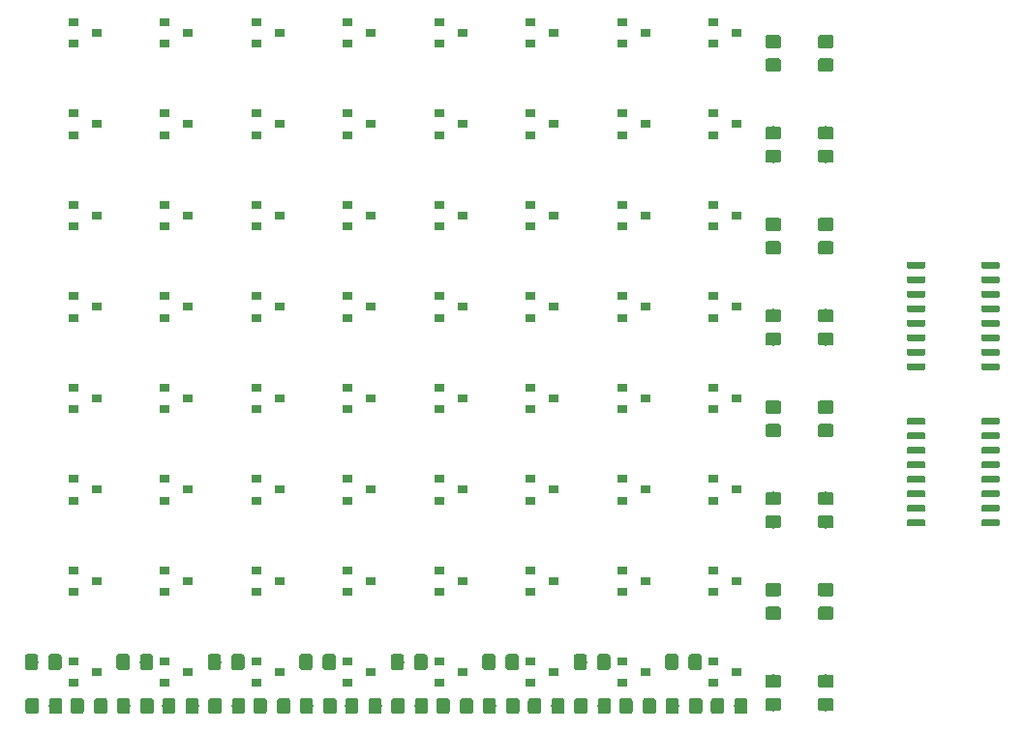
<source format=gbr>
G04 #@! TF.GenerationSoftware,KiCad,Pcbnew,5.1.2-f72e74a~84~ubuntu18.04.1*
G04 #@! TF.CreationDate,2019-06-14T20:13:49+08:00*
G04 #@! TF.ProjectId,simCapSE,73696d43-6170-4534-952e-6b696361645f,rev?*
G04 #@! TF.SameCoordinates,Original*
G04 #@! TF.FileFunction,Paste,Top*
G04 #@! TF.FilePolarity,Positive*
%FSLAX46Y46*%
G04 Gerber Fmt 4.6, Leading zero omitted, Abs format (unit mm)*
G04 Created by KiCad (PCBNEW 5.1.2-f72e74a~84~ubuntu18.04.1) date 2019-06-14 20:13:49*
%MOMM*%
%LPD*%
G04 APERTURE LIST*
%ADD10R,0.900000X0.800000*%
%ADD11C,0.100000*%
%ADD12C,1.150000*%
%ADD13C,0.600000*%
G04 APERTURE END LIST*
D10*
X2800000Y1800000D03*
X800000Y850000D03*
X800000Y2750000D03*
X800000Y-5250000D03*
X800000Y-7150000D03*
X2800000Y-6200000D03*
X2800000Y-14200000D03*
X800000Y-15150000D03*
X800000Y-13250000D03*
X800000Y-21250000D03*
X800000Y-23150000D03*
X2800000Y-22200000D03*
X2800000Y-30200000D03*
X800000Y-31150000D03*
X800000Y-29250000D03*
X800000Y-37250000D03*
X800000Y-39150000D03*
X2800000Y-38200000D03*
X2800000Y-46200000D03*
X800000Y-47150000D03*
X800000Y-45250000D03*
X800000Y-53250000D03*
X800000Y-55150000D03*
X2800000Y-54200000D03*
X10800000Y1800000D03*
X8800000Y850000D03*
X8800000Y2750000D03*
X8800000Y-5250000D03*
X8800000Y-7150000D03*
X10800000Y-6200000D03*
X10800000Y-14200000D03*
X8800000Y-15150000D03*
X8800000Y-13250000D03*
X8800000Y-21250000D03*
X8800000Y-23150000D03*
X10800000Y-22200000D03*
X10800000Y-30200000D03*
X8800000Y-31150000D03*
X8800000Y-29250000D03*
X8800000Y-37250000D03*
X8800000Y-39150000D03*
X10800000Y-38200000D03*
X10800000Y-46200000D03*
X8800000Y-47150000D03*
X8800000Y-45250000D03*
X8800000Y-53250000D03*
X8800000Y-55150000D03*
X10800000Y-54200000D03*
X18800000Y1800000D03*
X16800000Y850000D03*
X16800000Y2750000D03*
X16800000Y-5250000D03*
X16800000Y-7150000D03*
X18800000Y-6200000D03*
X18800000Y-14200000D03*
X16800000Y-15150000D03*
X16800000Y-13250000D03*
X16800000Y-21250000D03*
X16800000Y-23150000D03*
X18800000Y-22200000D03*
X16800000Y-29250000D03*
X16800000Y-31150000D03*
X18800000Y-30200000D03*
X16800000Y-37250000D03*
X16800000Y-39150000D03*
X18800000Y-38200000D03*
X18800000Y-46200000D03*
X16800000Y-47150000D03*
X16800000Y-45250000D03*
X16800000Y-53250000D03*
X16800000Y-55150000D03*
X18800000Y-54200000D03*
X26800000Y1800000D03*
X24800000Y850000D03*
X24800000Y2750000D03*
X24800000Y-5250000D03*
X24800000Y-7150000D03*
X26800000Y-6200000D03*
X26800000Y-14200000D03*
X24800000Y-15150000D03*
X24800000Y-13250000D03*
X24800000Y-21250000D03*
X24800000Y-23150000D03*
X26800000Y-22200000D03*
X26800000Y-30200000D03*
X24800000Y-31150000D03*
X24800000Y-29250000D03*
X26800000Y-38200000D03*
X24800000Y-39150000D03*
X24800000Y-37250000D03*
X24800000Y-45250000D03*
X24800000Y-47150000D03*
X26800000Y-46200000D03*
X26800000Y-54200000D03*
X24800000Y-55150000D03*
X24800000Y-53250000D03*
X32800000Y2750000D03*
X32800000Y850000D03*
X34800000Y1800000D03*
X34800000Y-6200000D03*
X32800000Y-7150000D03*
X32800000Y-5250000D03*
X32800000Y-13250000D03*
X32800000Y-15150000D03*
X34800000Y-14200000D03*
X34800000Y-22200000D03*
X32800000Y-23150000D03*
X32800000Y-21250000D03*
X32800000Y-29250000D03*
X32800000Y-31150000D03*
X34800000Y-30200000D03*
X32800000Y-37250000D03*
X32800000Y-39150000D03*
X34800000Y-38200000D03*
X34800000Y-46200000D03*
X32800000Y-47150000D03*
X32800000Y-45250000D03*
X34800000Y-54200000D03*
X32800000Y-55150000D03*
X32800000Y-53250000D03*
X40800000Y2750000D03*
X40800000Y850000D03*
X42800000Y1800000D03*
X42800000Y-6200000D03*
X40800000Y-7150000D03*
X40800000Y-5250000D03*
X40800000Y-13250000D03*
X40800000Y-15150000D03*
X42800000Y-14200000D03*
X42800000Y-22200000D03*
X40800000Y-23150000D03*
X40800000Y-21250000D03*
X42800000Y-30200000D03*
X40800000Y-31150000D03*
X40800000Y-29250000D03*
X42800000Y-38200000D03*
X40800000Y-39150000D03*
X40800000Y-37250000D03*
X42800000Y-46200000D03*
X40800000Y-47150000D03*
X40800000Y-45250000D03*
X42800000Y-54200000D03*
X40800000Y-55150000D03*
X40800000Y-53250000D03*
X48800000Y2750000D03*
X48800000Y850000D03*
X50800000Y1800000D03*
X48800000Y-5250000D03*
X48800000Y-7150000D03*
X50800000Y-6200000D03*
X48800000Y-13250000D03*
X48800000Y-15150000D03*
X50800000Y-14200000D03*
X48800000Y-21250000D03*
X48800000Y-23150000D03*
X50800000Y-22200000D03*
X50800000Y-30200000D03*
X48800000Y-31150000D03*
X48800000Y-29250000D03*
X48800000Y-37250000D03*
X48800000Y-39150000D03*
X50800000Y-38200000D03*
X48800000Y-45250000D03*
X48800000Y-47150000D03*
X50800000Y-46200000D03*
X48800000Y-53250000D03*
X48800000Y-55150000D03*
X50800000Y-54200000D03*
X58800000Y1800000D03*
X56800000Y850000D03*
X56800000Y2750000D03*
X56800000Y-5250000D03*
X56800000Y-7150000D03*
X58800000Y-6200000D03*
X58800000Y-14200000D03*
X56800000Y-15150000D03*
X56800000Y-13250000D03*
X56800000Y-21250000D03*
X56800000Y-23150000D03*
X58800000Y-22200000D03*
X56800000Y-29250000D03*
X56800000Y-31150000D03*
X58800000Y-30200000D03*
X58800000Y-38200000D03*
X56800000Y-39150000D03*
X56800000Y-37250000D03*
X58800000Y-46200000D03*
X56800000Y-47150000D03*
X56800000Y-45250000D03*
X58800000Y-54200000D03*
X56800000Y-55150000D03*
X56800000Y-53250000D03*
D11*
G36*
X-2475495Y-56451204D02*
G01*
X-2451227Y-56454804D01*
X-2427428Y-56460765D01*
X-2404329Y-56469030D01*
X-2382150Y-56479520D01*
X-2361107Y-56492132D01*
X-2341401Y-56506747D01*
X-2323223Y-56523223D01*
X-2306747Y-56541401D01*
X-2292132Y-56561107D01*
X-2279520Y-56582150D01*
X-2269030Y-56604329D01*
X-2260765Y-56627428D01*
X-2254804Y-56651227D01*
X-2251204Y-56675495D01*
X-2250000Y-56699999D01*
X-2250000Y-57600001D01*
X-2251204Y-57624505D01*
X-2254804Y-57648773D01*
X-2260765Y-57672572D01*
X-2269030Y-57695671D01*
X-2279520Y-57717850D01*
X-2292132Y-57738893D01*
X-2306747Y-57758599D01*
X-2323223Y-57776777D01*
X-2341401Y-57793253D01*
X-2361107Y-57807868D01*
X-2382150Y-57820480D01*
X-2404329Y-57830970D01*
X-2427428Y-57839235D01*
X-2451227Y-57845196D01*
X-2475495Y-57848796D01*
X-2499999Y-57850000D01*
X-3150001Y-57850000D01*
X-3174505Y-57848796D01*
X-3198773Y-57845196D01*
X-3222572Y-57839235D01*
X-3245671Y-57830970D01*
X-3267850Y-57820480D01*
X-3288893Y-57807868D01*
X-3308599Y-57793253D01*
X-3326777Y-57776777D01*
X-3343253Y-57758599D01*
X-3357868Y-57738893D01*
X-3370480Y-57717850D01*
X-3380970Y-57695671D01*
X-3389235Y-57672572D01*
X-3395196Y-57648773D01*
X-3398796Y-57624505D01*
X-3400000Y-57600001D01*
X-3400000Y-56699999D01*
X-3398796Y-56675495D01*
X-3395196Y-56651227D01*
X-3389235Y-56627428D01*
X-3380970Y-56604329D01*
X-3370480Y-56582150D01*
X-3357868Y-56561107D01*
X-3343253Y-56541401D01*
X-3326777Y-56523223D01*
X-3308599Y-56506747D01*
X-3288893Y-56492132D01*
X-3267850Y-56479520D01*
X-3245671Y-56469030D01*
X-3222572Y-56460765D01*
X-3198773Y-56454804D01*
X-3174505Y-56451204D01*
X-3150001Y-56450000D01*
X-2499999Y-56450000D01*
X-2475495Y-56451204D01*
X-2475495Y-56451204D01*
G37*
D12*
X-2825000Y-57150000D03*
D11*
G36*
X-425495Y-56451204D02*
G01*
X-401227Y-56454804D01*
X-377428Y-56460765D01*
X-354329Y-56469030D01*
X-332150Y-56479520D01*
X-311107Y-56492132D01*
X-291401Y-56506747D01*
X-273223Y-56523223D01*
X-256747Y-56541401D01*
X-242132Y-56561107D01*
X-229520Y-56582150D01*
X-219030Y-56604329D01*
X-210765Y-56627428D01*
X-204804Y-56651227D01*
X-201204Y-56675495D01*
X-200000Y-56699999D01*
X-200000Y-57600001D01*
X-201204Y-57624505D01*
X-204804Y-57648773D01*
X-210765Y-57672572D01*
X-219030Y-57695671D01*
X-229520Y-57717850D01*
X-242132Y-57738893D01*
X-256747Y-57758599D01*
X-273223Y-57776777D01*
X-291401Y-57793253D01*
X-311107Y-57807868D01*
X-332150Y-57820480D01*
X-354329Y-57830970D01*
X-377428Y-57839235D01*
X-401227Y-57845196D01*
X-425495Y-57848796D01*
X-449999Y-57850000D01*
X-1100001Y-57850000D01*
X-1124505Y-57848796D01*
X-1148773Y-57845196D01*
X-1172572Y-57839235D01*
X-1195671Y-57830970D01*
X-1217850Y-57820480D01*
X-1238893Y-57807868D01*
X-1258599Y-57793253D01*
X-1276777Y-57776777D01*
X-1293253Y-57758599D01*
X-1307868Y-57738893D01*
X-1320480Y-57717850D01*
X-1330970Y-57695671D01*
X-1339235Y-57672572D01*
X-1345196Y-57648773D01*
X-1348796Y-57624505D01*
X-1350000Y-57600001D01*
X-1350000Y-56699999D01*
X-1348796Y-56675495D01*
X-1345196Y-56651227D01*
X-1339235Y-56627428D01*
X-1330970Y-56604329D01*
X-1320480Y-56582150D01*
X-1307868Y-56561107D01*
X-1293253Y-56541401D01*
X-1276777Y-56523223D01*
X-1258599Y-56506747D01*
X-1238893Y-56492132D01*
X-1217850Y-56479520D01*
X-1195671Y-56469030D01*
X-1172572Y-56460765D01*
X-1148773Y-56454804D01*
X-1124505Y-56451204D01*
X-1100001Y-56450000D01*
X-449999Y-56450000D01*
X-425495Y-56451204D01*
X-425495Y-56451204D01*
G37*
D12*
X-775000Y-57150000D03*
D11*
G36*
X7574505Y-56451204D02*
G01*
X7598773Y-56454804D01*
X7622572Y-56460765D01*
X7645671Y-56469030D01*
X7667850Y-56479520D01*
X7688893Y-56492132D01*
X7708599Y-56506747D01*
X7726777Y-56523223D01*
X7743253Y-56541401D01*
X7757868Y-56561107D01*
X7770480Y-56582150D01*
X7780970Y-56604329D01*
X7789235Y-56627428D01*
X7795196Y-56651227D01*
X7798796Y-56675495D01*
X7800000Y-56699999D01*
X7800000Y-57600001D01*
X7798796Y-57624505D01*
X7795196Y-57648773D01*
X7789235Y-57672572D01*
X7780970Y-57695671D01*
X7770480Y-57717850D01*
X7757868Y-57738893D01*
X7743253Y-57758599D01*
X7726777Y-57776777D01*
X7708599Y-57793253D01*
X7688893Y-57807868D01*
X7667850Y-57820480D01*
X7645671Y-57830970D01*
X7622572Y-57839235D01*
X7598773Y-57845196D01*
X7574505Y-57848796D01*
X7550001Y-57850000D01*
X6899999Y-57850000D01*
X6875495Y-57848796D01*
X6851227Y-57845196D01*
X6827428Y-57839235D01*
X6804329Y-57830970D01*
X6782150Y-57820480D01*
X6761107Y-57807868D01*
X6741401Y-57793253D01*
X6723223Y-57776777D01*
X6706747Y-57758599D01*
X6692132Y-57738893D01*
X6679520Y-57717850D01*
X6669030Y-57695671D01*
X6660765Y-57672572D01*
X6654804Y-57648773D01*
X6651204Y-57624505D01*
X6650000Y-57600001D01*
X6650000Y-56699999D01*
X6651204Y-56675495D01*
X6654804Y-56651227D01*
X6660765Y-56627428D01*
X6669030Y-56604329D01*
X6679520Y-56582150D01*
X6692132Y-56561107D01*
X6706747Y-56541401D01*
X6723223Y-56523223D01*
X6741401Y-56506747D01*
X6761107Y-56492132D01*
X6782150Y-56479520D01*
X6804329Y-56469030D01*
X6827428Y-56460765D01*
X6851227Y-56454804D01*
X6875495Y-56451204D01*
X6899999Y-56450000D01*
X7550001Y-56450000D01*
X7574505Y-56451204D01*
X7574505Y-56451204D01*
G37*
D12*
X7225000Y-57150000D03*
D11*
G36*
X5524505Y-56451204D02*
G01*
X5548773Y-56454804D01*
X5572572Y-56460765D01*
X5595671Y-56469030D01*
X5617850Y-56479520D01*
X5638893Y-56492132D01*
X5658599Y-56506747D01*
X5676777Y-56523223D01*
X5693253Y-56541401D01*
X5707868Y-56561107D01*
X5720480Y-56582150D01*
X5730970Y-56604329D01*
X5739235Y-56627428D01*
X5745196Y-56651227D01*
X5748796Y-56675495D01*
X5750000Y-56699999D01*
X5750000Y-57600001D01*
X5748796Y-57624505D01*
X5745196Y-57648773D01*
X5739235Y-57672572D01*
X5730970Y-57695671D01*
X5720480Y-57717850D01*
X5707868Y-57738893D01*
X5693253Y-57758599D01*
X5676777Y-57776777D01*
X5658599Y-57793253D01*
X5638893Y-57807868D01*
X5617850Y-57820480D01*
X5595671Y-57830970D01*
X5572572Y-57839235D01*
X5548773Y-57845196D01*
X5524505Y-57848796D01*
X5500001Y-57850000D01*
X4849999Y-57850000D01*
X4825495Y-57848796D01*
X4801227Y-57845196D01*
X4777428Y-57839235D01*
X4754329Y-57830970D01*
X4732150Y-57820480D01*
X4711107Y-57807868D01*
X4691401Y-57793253D01*
X4673223Y-57776777D01*
X4656747Y-57758599D01*
X4642132Y-57738893D01*
X4629520Y-57717850D01*
X4619030Y-57695671D01*
X4610765Y-57672572D01*
X4604804Y-57648773D01*
X4601204Y-57624505D01*
X4600000Y-57600001D01*
X4600000Y-56699999D01*
X4601204Y-56675495D01*
X4604804Y-56651227D01*
X4610765Y-56627428D01*
X4619030Y-56604329D01*
X4629520Y-56582150D01*
X4642132Y-56561107D01*
X4656747Y-56541401D01*
X4673223Y-56523223D01*
X4691401Y-56506747D01*
X4711107Y-56492132D01*
X4732150Y-56479520D01*
X4754329Y-56469030D01*
X4777428Y-56460765D01*
X4801227Y-56454804D01*
X4825495Y-56451204D01*
X4849999Y-56450000D01*
X5500001Y-56450000D01*
X5524505Y-56451204D01*
X5524505Y-56451204D01*
G37*
D12*
X5175000Y-57150000D03*
D11*
G36*
X13524505Y-56451204D02*
G01*
X13548773Y-56454804D01*
X13572572Y-56460765D01*
X13595671Y-56469030D01*
X13617850Y-56479520D01*
X13638893Y-56492132D01*
X13658599Y-56506747D01*
X13676777Y-56523223D01*
X13693253Y-56541401D01*
X13707868Y-56561107D01*
X13720480Y-56582150D01*
X13730970Y-56604329D01*
X13739235Y-56627428D01*
X13745196Y-56651227D01*
X13748796Y-56675495D01*
X13750000Y-56699999D01*
X13750000Y-57600001D01*
X13748796Y-57624505D01*
X13745196Y-57648773D01*
X13739235Y-57672572D01*
X13730970Y-57695671D01*
X13720480Y-57717850D01*
X13707868Y-57738893D01*
X13693253Y-57758599D01*
X13676777Y-57776777D01*
X13658599Y-57793253D01*
X13638893Y-57807868D01*
X13617850Y-57820480D01*
X13595671Y-57830970D01*
X13572572Y-57839235D01*
X13548773Y-57845196D01*
X13524505Y-57848796D01*
X13500001Y-57850000D01*
X12849999Y-57850000D01*
X12825495Y-57848796D01*
X12801227Y-57845196D01*
X12777428Y-57839235D01*
X12754329Y-57830970D01*
X12732150Y-57820480D01*
X12711107Y-57807868D01*
X12691401Y-57793253D01*
X12673223Y-57776777D01*
X12656747Y-57758599D01*
X12642132Y-57738893D01*
X12629520Y-57717850D01*
X12619030Y-57695671D01*
X12610765Y-57672572D01*
X12604804Y-57648773D01*
X12601204Y-57624505D01*
X12600000Y-57600001D01*
X12600000Y-56699999D01*
X12601204Y-56675495D01*
X12604804Y-56651227D01*
X12610765Y-56627428D01*
X12619030Y-56604329D01*
X12629520Y-56582150D01*
X12642132Y-56561107D01*
X12656747Y-56541401D01*
X12673223Y-56523223D01*
X12691401Y-56506747D01*
X12711107Y-56492132D01*
X12732150Y-56479520D01*
X12754329Y-56469030D01*
X12777428Y-56460765D01*
X12801227Y-56454804D01*
X12825495Y-56451204D01*
X12849999Y-56450000D01*
X13500001Y-56450000D01*
X13524505Y-56451204D01*
X13524505Y-56451204D01*
G37*
D12*
X13175000Y-57150000D03*
D11*
G36*
X15574505Y-56451204D02*
G01*
X15598773Y-56454804D01*
X15622572Y-56460765D01*
X15645671Y-56469030D01*
X15667850Y-56479520D01*
X15688893Y-56492132D01*
X15708599Y-56506747D01*
X15726777Y-56523223D01*
X15743253Y-56541401D01*
X15757868Y-56561107D01*
X15770480Y-56582150D01*
X15780970Y-56604329D01*
X15789235Y-56627428D01*
X15795196Y-56651227D01*
X15798796Y-56675495D01*
X15800000Y-56699999D01*
X15800000Y-57600001D01*
X15798796Y-57624505D01*
X15795196Y-57648773D01*
X15789235Y-57672572D01*
X15780970Y-57695671D01*
X15770480Y-57717850D01*
X15757868Y-57738893D01*
X15743253Y-57758599D01*
X15726777Y-57776777D01*
X15708599Y-57793253D01*
X15688893Y-57807868D01*
X15667850Y-57820480D01*
X15645671Y-57830970D01*
X15622572Y-57839235D01*
X15598773Y-57845196D01*
X15574505Y-57848796D01*
X15550001Y-57850000D01*
X14899999Y-57850000D01*
X14875495Y-57848796D01*
X14851227Y-57845196D01*
X14827428Y-57839235D01*
X14804329Y-57830970D01*
X14782150Y-57820480D01*
X14761107Y-57807868D01*
X14741401Y-57793253D01*
X14723223Y-57776777D01*
X14706747Y-57758599D01*
X14692132Y-57738893D01*
X14679520Y-57717850D01*
X14669030Y-57695671D01*
X14660765Y-57672572D01*
X14654804Y-57648773D01*
X14651204Y-57624505D01*
X14650000Y-57600001D01*
X14650000Y-56699999D01*
X14651204Y-56675495D01*
X14654804Y-56651227D01*
X14660765Y-56627428D01*
X14669030Y-56604329D01*
X14679520Y-56582150D01*
X14692132Y-56561107D01*
X14706747Y-56541401D01*
X14723223Y-56523223D01*
X14741401Y-56506747D01*
X14761107Y-56492132D01*
X14782150Y-56479520D01*
X14804329Y-56469030D01*
X14827428Y-56460765D01*
X14851227Y-56454804D01*
X14875495Y-56451204D01*
X14899999Y-56450000D01*
X15550001Y-56450000D01*
X15574505Y-56451204D01*
X15574505Y-56451204D01*
G37*
D12*
X15225000Y-57150000D03*
D11*
G36*
X23574505Y-56451204D02*
G01*
X23598773Y-56454804D01*
X23622572Y-56460765D01*
X23645671Y-56469030D01*
X23667850Y-56479520D01*
X23688893Y-56492132D01*
X23708599Y-56506747D01*
X23726777Y-56523223D01*
X23743253Y-56541401D01*
X23757868Y-56561107D01*
X23770480Y-56582150D01*
X23780970Y-56604329D01*
X23789235Y-56627428D01*
X23795196Y-56651227D01*
X23798796Y-56675495D01*
X23800000Y-56699999D01*
X23800000Y-57600001D01*
X23798796Y-57624505D01*
X23795196Y-57648773D01*
X23789235Y-57672572D01*
X23780970Y-57695671D01*
X23770480Y-57717850D01*
X23757868Y-57738893D01*
X23743253Y-57758599D01*
X23726777Y-57776777D01*
X23708599Y-57793253D01*
X23688893Y-57807868D01*
X23667850Y-57820480D01*
X23645671Y-57830970D01*
X23622572Y-57839235D01*
X23598773Y-57845196D01*
X23574505Y-57848796D01*
X23550001Y-57850000D01*
X22899999Y-57850000D01*
X22875495Y-57848796D01*
X22851227Y-57845196D01*
X22827428Y-57839235D01*
X22804329Y-57830970D01*
X22782150Y-57820480D01*
X22761107Y-57807868D01*
X22741401Y-57793253D01*
X22723223Y-57776777D01*
X22706747Y-57758599D01*
X22692132Y-57738893D01*
X22679520Y-57717850D01*
X22669030Y-57695671D01*
X22660765Y-57672572D01*
X22654804Y-57648773D01*
X22651204Y-57624505D01*
X22650000Y-57600001D01*
X22650000Y-56699999D01*
X22651204Y-56675495D01*
X22654804Y-56651227D01*
X22660765Y-56627428D01*
X22669030Y-56604329D01*
X22679520Y-56582150D01*
X22692132Y-56561107D01*
X22706747Y-56541401D01*
X22723223Y-56523223D01*
X22741401Y-56506747D01*
X22761107Y-56492132D01*
X22782150Y-56479520D01*
X22804329Y-56469030D01*
X22827428Y-56460765D01*
X22851227Y-56454804D01*
X22875495Y-56451204D01*
X22899999Y-56450000D01*
X23550001Y-56450000D01*
X23574505Y-56451204D01*
X23574505Y-56451204D01*
G37*
D12*
X23225000Y-57150000D03*
D11*
G36*
X21524505Y-56451204D02*
G01*
X21548773Y-56454804D01*
X21572572Y-56460765D01*
X21595671Y-56469030D01*
X21617850Y-56479520D01*
X21638893Y-56492132D01*
X21658599Y-56506747D01*
X21676777Y-56523223D01*
X21693253Y-56541401D01*
X21707868Y-56561107D01*
X21720480Y-56582150D01*
X21730970Y-56604329D01*
X21739235Y-56627428D01*
X21745196Y-56651227D01*
X21748796Y-56675495D01*
X21750000Y-56699999D01*
X21750000Y-57600001D01*
X21748796Y-57624505D01*
X21745196Y-57648773D01*
X21739235Y-57672572D01*
X21730970Y-57695671D01*
X21720480Y-57717850D01*
X21707868Y-57738893D01*
X21693253Y-57758599D01*
X21676777Y-57776777D01*
X21658599Y-57793253D01*
X21638893Y-57807868D01*
X21617850Y-57820480D01*
X21595671Y-57830970D01*
X21572572Y-57839235D01*
X21548773Y-57845196D01*
X21524505Y-57848796D01*
X21500001Y-57850000D01*
X20849999Y-57850000D01*
X20825495Y-57848796D01*
X20801227Y-57845196D01*
X20777428Y-57839235D01*
X20754329Y-57830970D01*
X20732150Y-57820480D01*
X20711107Y-57807868D01*
X20691401Y-57793253D01*
X20673223Y-57776777D01*
X20656747Y-57758599D01*
X20642132Y-57738893D01*
X20629520Y-57717850D01*
X20619030Y-57695671D01*
X20610765Y-57672572D01*
X20604804Y-57648773D01*
X20601204Y-57624505D01*
X20600000Y-57600001D01*
X20600000Y-56699999D01*
X20601204Y-56675495D01*
X20604804Y-56651227D01*
X20610765Y-56627428D01*
X20619030Y-56604329D01*
X20629520Y-56582150D01*
X20642132Y-56561107D01*
X20656747Y-56541401D01*
X20673223Y-56523223D01*
X20691401Y-56506747D01*
X20711107Y-56492132D01*
X20732150Y-56479520D01*
X20754329Y-56469030D01*
X20777428Y-56460765D01*
X20801227Y-56454804D01*
X20825495Y-56451204D01*
X20849999Y-56450000D01*
X21500001Y-56450000D01*
X21524505Y-56451204D01*
X21524505Y-56451204D01*
G37*
D12*
X21175000Y-57150000D03*
D11*
G36*
X31574505Y-56451204D02*
G01*
X31598773Y-56454804D01*
X31622572Y-56460765D01*
X31645671Y-56469030D01*
X31667850Y-56479520D01*
X31688893Y-56492132D01*
X31708599Y-56506747D01*
X31726777Y-56523223D01*
X31743253Y-56541401D01*
X31757868Y-56561107D01*
X31770480Y-56582150D01*
X31780970Y-56604329D01*
X31789235Y-56627428D01*
X31795196Y-56651227D01*
X31798796Y-56675495D01*
X31800000Y-56699999D01*
X31800000Y-57600001D01*
X31798796Y-57624505D01*
X31795196Y-57648773D01*
X31789235Y-57672572D01*
X31780970Y-57695671D01*
X31770480Y-57717850D01*
X31757868Y-57738893D01*
X31743253Y-57758599D01*
X31726777Y-57776777D01*
X31708599Y-57793253D01*
X31688893Y-57807868D01*
X31667850Y-57820480D01*
X31645671Y-57830970D01*
X31622572Y-57839235D01*
X31598773Y-57845196D01*
X31574505Y-57848796D01*
X31550001Y-57850000D01*
X30899999Y-57850000D01*
X30875495Y-57848796D01*
X30851227Y-57845196D01*
X30827428Y-57839235D01*
X30804329Y-57830970D01*
X30782150Y-57820480D01*
X30761107Y-57807868D01*
X30741401Y-57793253D01*
X30723223Y-57776777D01*
X30706747Y-57758599D01*
X30692132Y-57738893D01*
X30679520Y-57717850D01*
X30669030Y-57695671D01*
X30660765Y-57672572D01*
X30654804Y-57648773D01*
X30651204Y-57624505D01*
X30650000Y-57600001D01*
X30650000Y-56699999D01*
X30651204Y-56675495D01*
X30654804Y-56651227D01*
X30660765Y-56627428D01*
X30669030Y-56604329D01*
X30679520Y-56582150D01*
X30692132Y-56561107D01*
X30706747Y-56541401D01*
X30723223Y-56523223D01*
X30741401Y-56506747D01*
X30761107Y-56492132D01*
X30782150Y-56479520D01*
X30804329Y-56469030D01*
X30827428Y-56460765D01*
X30851227Y-56454804D01*
X30875495Y-56451204D01*
X30899999Y-56450000D01*
X31550001Y-56450000D01*
X31574505Y-56451204D01*
X31574505Y-56451204D01*
G37*
D12*
X31225000Y-57150000D03*
D11*
G36*
X29524505Y-56451204D02*
G01*
X29548773Y-56454804D01*
X29572572Y-56460765D01*
X29595671Y-56469030D01*
X29617850Y-56479520D01*
X29638893Y-56492132D01*
X29658599Y-56506747D01*
X29676777Y-56523223D01*
X29693253Y-56541401D01*
X29707868Y-56561107D01*
X29720480Y-56582150D01*
X29730970Y-56604329D01*
X29739235Y-56627428D01*
X29745196Y-56651227D01*
X29748796Y-56675495D01*
X29750000Y-56699999D01*
X29750000Y-57600001D01*
X29748796Y-57624505D01*
X29745196Y-57648773D01*
X29739235Y-57672572D01*
X29730970Y-57695671D01*
X29720480Y-57717850D01*
X29707868Y-57738893D01*
X29693253Y-57758599D01*
X29676777Y-57776777D01*
X29658599Y-57793253D01*
X29638893Y-57807868D01*
X29617850Y-57820480D01*
X29595671Y-57830970D01*
X29572572Y-57839235D01*
X29548773Y-57845196D01*
X29524505Y-57848796D01*
X29500001Y-57850000D01*
X28849999Y-57850000D01*
X28825495Y-57848796D01*
X28801227Y-57845196D01*
X28777428Y-57839235D01*
X28754329Y-57830970D01*
X28732150Y-57820480D01*
X28711107Y-57807868D01*
X28691401Y-57793253D01*
X28673223Y-57776777D01*
X28656747Y-57758599D01*
X28642132Y-57738893D01*
X28629520Y-57717850D01*
X28619030Y-57695671D01*
X28610765Y-57672572D01*
X28604804Y-57648773D01*
X28601204Y-57624505D01*
X28600000Y-57600001D01*
X28600000Y-56699999D01*
X28601204Y-56675495D01*
X28604804Y-56651227D01*
X28610765Y-56627428D01*
X28619030Y-56604329D01*
X28629520Y-56582150D01*
X28642132Y-56561107D01*
X28656747Y-56541401D01*
X28673223Y-56523223D01*
X28691401Y-56506747D01*
X28711107Y-56492132D01*
X28732150Y-56479520D01*
X28754329Y-56469030D01*
X28777428Y-56460765D01*
X28801227Y-56454804D01*
X28825495Y-56451204D01*
X28849999Y-56450000D01*
X29500001Y-56450000D01*
X29524505Y-56451204D01*
X29524505Y-56451204D01*
G37*
D12*
X29175000Y-57150000D03*
D11*
G36*
X39574505Y-56451204D02*
G01*
X39598773Y-56454804D01*
X39622572Y-56460765D01*
X39645671Y-56469030D01*
X39667850Y-56479520D01*
X39688893Y-56492132D01*
X39708599Y-56506747D01*
X39726777Y-56523223D01*
X39743253Y-56541401D01*
X39757868Y-56561107D01*
X39770480Y-56582150D01*
X39780970Y-56604329D01*
X39789235Y-56627428D01*
X39795196Y-56651227D01*
X39798796Y-56675495D01*
X39800000Y-56699999D01*
X39800000Y-57600001D01*
X39798796Y-57624505D01*
X39795196Y-57648773D01*
X39789235Y-57672572D01*
X39780970Y-57695671D01*
X39770480Y-57717850D01*
X39757868Y-57738893D01*
X39743253Y-57758599D01*
X39726777Y-57776777D01*
X39708599Y-57793253D01*
X39688893Y-57807868D01*
X39667850Y-57820480D01*
X39645671Y-57830970D01*
X39622572Y-57839235D01*
X39598773Y-57845196D01*
X39574505Y-57848796D01*
X39550001Y-57850000D01*
X38899999Y-57850000D01*
X38875495Y-57848796D01*
X38851227Y-57845196D01*
X38827428Y-57839235D01*
X38804329Y-57830970D01*
X38782150Y-57820480D01*
X38761107Y-57807868D01*
X38741401Y-57793253D01*
X38723223Y-57776777D01*
X38706747Y-57758599D01*
X38692132Y-57738893D01*
X38679520Y-57717850D01*
X38669030Y-57695671D01*
X38660765Y-57672572D01*
X38654804Y-57648773D01*
X38651204Y-57624505D01*
X38650000Y-57600001D01*
X38650000Y-56699999D01*
X38651204Y-56675495D01*
X38654804Y-56651227D01*
X38660765Y-56627428D01*
X38669030Y-56604329D01*
X38679520Y-56582150D01*
X38692132Y-56561107D01*
X38706747Y-56541401D01*
X38723223Y-56523223D01*
X38741401Y-56506747D01*
X38761107Y-56492132D01*
X38782150Y-56479520D01*
X38804329Y-56469030D01*
X38827428Y-56460765D01*
X38851227Y-56454804D01*
X38875495Y-56451204D01*
X38899999Y-56450000D01*
X39550001Y-56450000D01*
X39574505Y-56451204D01*
X39574505Y-56451204D01*
G37*
D12*
X39225000Y-57150000D03*
D11*
G36*
X37524505Y-56451204D02*
G01*
X37548773Y-56454804D01*
X37572572Y-56460765D01*
X37595671Y-56469030D01*
X37617850Y-56479520D01*
X37638893Y-56492132D01*
X37658599Y-56506747D01*
X37676777Y-56523223D01*
X37693253Y-56541401D01*
X37707868Y-56561107D01*
X37720480Y-56582150D01*
X37730970Y-56604329D01*
X37739235Y-56627428D01*
X37745196Y-56651227D01*
X37748796Y-56675495D01*
X37750000Y-56699999D01*
X37750000Y-57600001D01*
X37748796Y-57624505D01*
X37745196Y-57648773D01*
X37739235Y-57672572D01*
X37730970Y-57695671D01*
X37720480Y-57717850D01*
X37707868Y-57738893D01*
X37693253Y-57758599D01*
X37676777Y-57776777D01*
X37658599Y-57793253D01*
X37638893Y-57807868D01*
X37617850Y-57820480D01*
X37595671Y-57830970D01*
X37572572Y-57839235D01*
X37548773Y-57845196D01*
X37524505Y-57848796D01*
X37500001Y-57850000D01*
X36849999Y-57850000D01*
X36825495Y-57848796D01*
X36801227Y-57845196D01*
X36777428Y-57839235D01*
X36754329Y-57830970D01*
X36732150Y-57820480D01*
X36711107Y-57807868D01*
X36691401Y-57793253D01*
X36673223Y-57776777D01*
X36656747Y-57758599D01*
X36642132Y-57738893D01*
X36629520Y-57717850D01*
X36619030Y-57695671D01*
X36610765Y-57672572D01*
X36604804Y-57648773D01*
X36601204Y-57624505D01*
X36600000Y-57600001D01*
X36600000Y-56699999D01*
X36601204Y-56675495D01*
X36604804Y-56651227D01*
X36610765Y-56627428D01*
X36619030Y-56604329D01*
X36629520Y-56582150D01*
X36642132Y-56561107D01*
X36656747Y-56541401D01*
X36673223Y-56523223D01*
X36691401Y-56506747D01*
X36711107Y-56492132D01*
X36732150Y-56479520D01*
X36754329Y-56469030D01*
X36777428Y-56460765D01*
X36801227Y-56454804D01*
X36825495Y-56451204D01*
X36849999Y-56450000D01*
X37500001Y-56450000D01*
X37524505Y-56451204D01*
X37524505Y-56451204D01*
G37*
D12*
X37175000Y-57150000D03*
D11*
G36*
X45524505Y-56451204D02*
G01*
X45548773Y-56454804D01*
X45572572Y-56460765D01*
X45595671Y-56469030D01*
X45617850Y-56479520D01*
X45638893Y-56492132D01*
X45658599Y-56506747D01*
X45676777Y-56523223D01*
X45693253Y-56541401D01*
X45707868Y-56561107D01*
X45720480Y-56582150D01*
X45730970Y-56604329D01*
X45739235Y-56627428D01*
X45745196Y-56651227D01*
X45748796Y-56675495D01*
X45750000Y-56699999D01*
X45750000Y-57600001D01*
X45748796Y-57624505D01*
X45745196Y-57648773D01*
X45739235Y-57672572D01*
X45730970Y-57695671D01*
X45720480Y-57717850D01*
X45707868Y-57738893D01*
X45693253Y-57758599D01*
X45676777Y-57776777D01*
X45658599Y-57793253D01*
X45638893Y-57807868D01*
X45617850Y-57820480D01*
X45595671Y-57830970D01*
X45572572Y-57839235D01*
X45548773Y-57845196D01*
X45524505Y-57848796D01*
X45500001Y-57850000D01*
X44849999Y-57850000D01*
X44825495Y-57848796D01*
X44801227Y-57845196D01*
X44777428Y-57839235D01*
X44754329Y-57830970D01*
X44732150Y-57820480D01*
X44711107Y-57807868D01*
X44691401Y-57793253D01*
X44673223Y-57776777D01*
X44656747Y-57758599D01*
X44642132Y-57738893D01*
X44629520Y-57717850D01*
X44619030Y-57695671D01*
X44610765Y-57672572D01*
X44604804Y-57648773D01*
X44601204Y-57624505D01*
X44600000Y-57600001D01*
X44600000Y-56699999D01*
X44601204Y-56675495D01*
X44604804Y-56651227D01*
X44610765Y-56627428D01*
X44619030Y-56604329D01*
X44629520Y-56582150D01*
X44642132Y-56561107D01*
X44656747Y-56541401D01*
X44673223Y-56523223D01*
X44691401Y-56506747D01*
X44711107Y-56492132D01*
X44732150Y-56479520D01*
X44754329Y-56469030D01*
X44777428Y-56460765D01*
X44801227Y-56454804D01*
X44825495Y-56451204D01*
X44849999Y-56450000D01*
X45500001Y-56450000D01*
X45524505Y-56451204D01*
X45524505Y-56451204D01*
G37*
D12*
X45175000Y-57150000D03*
D11*
G36*
X47574505Y-56451204D02*
G01*
X47598773Y-56454804D01*
X47622572Y-56460765D01*
X47645671Y-56469030D01*
X47667850Y-56479520D01*
X47688893Y-56492132D01*
X47708599Y-56506747D01*
X47726777Y-56523223D01*
X47743253Y-56541401D01*
X47757868Y-56561107D01*
X47770480Y-56582150D01*
X47780970Y-56604329D01*
X47789235Y-56627428D01*
X47795196Y-56651227D01*
X47798796Y-56675495D01*
X47800000Y-56699999D01*
X47800000Y-57600001D01*
X47798796Y-57624505D01*
X47795196Y-57648773D01*
X47789235Y-57672572D01*
X47780970Y-57695671D01*
X47770480Y-57717850D01*
X47757868Y-57738893D01*
X47743253Y-57758599D01*
X47726777Y-57776777D01*
X47708599Y-57793253D01*
X47688893Y-57807868D01*
X47667850Y-57820480D01*
X47645671Y-57830970D01*
X47622572Y-57839235D01*
X47598773Y-57845196D01*
X47574505Y-57848796D01*
X47550001Y-57850000D01*
X46899999Y-57850000D01*
X46875495Y-57848796D01*
X46851227Y-57845196D01*
X46827428Y-57839235D01*
X46804329Y-57830970D01*
X46782150Y-57820480D01*
X46761107Y-57807868D01*
X46741401Y-57793253D01*
X46723223Y-57776777D01*
X46706747Y-57758599D01*
X46692132Y-57738893D01*
X46679520Y-57717850D01*
X46669030Y-57695671D01*
X46660765Y-57672572D01*
X46654804Y-57648773D01*
X46651204Y-57624505D01*
X46650000Y-57600001D01*
X46650000Y-56699999D01*
X46651204Y-56675495D01*
X46654804Y-56651227D01*
X46660765Y-56627428D01*
X46669030Y-56604329D01*
X46679520Y-56582150D01*
X46692132Y-56561107D01*
X46706747Y-56541401D01*
X46723223Y-56523223D01*
X46741401Y-56506747D01*
X46761107Y-56492132D01*
X46782150Y-56479520D01*
X46804329Y-56469030D01*
X46827428Y-56460765D01*
X46851227Y-56454804D01*
X46875495Y-56451204D01*
X46899999Y-56450000D01*
X47550001Y-56450000D01*
X47574505Y-56451204D01*
X47574505Y-56451204D01*
G37*
D12*
X47225000Y-57150000D03*
D11*
G36*
X55574505Y-56451204D02*
G01*
X55598773Y-56454804D01*
X55622572Y-56460765D01*
X55645671Y-56469030D01*
X55667850Y-56479520D01*
X55688893Y-56492132D01*
X55708599Y-56506747D01*
X55726777Y-56523223D01*
X55743253Y-56541401D01*
X55757868Y-56561107D01*
X55770480Y-56582150D01*
X55780970Y-56604329D01*
X55789235Y-56627428D01*
X55795196Y-56651227D01*
X55798796Y-56675495D01*
X55800000Y-56699999D01*
X55800000Y-57600001D01*
X55798796Y-57624505D01*
X55795196Y-57648773D01*
X55789235Y-57672572D01*
X55780970Y-57695671D01*
X55770480Y-57717850D01*
X55757868Y-57738893D01*
X55743253Y-57758599D01*
X55726777Y-57776777D01*
X55708599Y-57793253D01*
X55688893Y-57807868D01*
X55667850Y-57820480D01*
X55645671Y-57830970D01*
X55622572Y-57839235D01*
X55598773Y-57845196D01*
X55574505Y-57848796D01*
X55550001Y-57850000D01*
X54899999Y-57850000D01*
X54875495Y-57848796D01*
X54851227Y-57845196D01*
X54827428Y-57839235D01*
X54804329Y-57830970D01*
X54782150Y-57820480D01*
X54761107Y-57807868D01*
X54741401Y-57793253D01*
X54723223Y-57776777D01*
X54706747Y-57758599D01*
X54692132Y-57738893D01*
X54679520Y-57717850D01*
X54669030Y-57695671D01*
X54660765Y-57672572D01*
X54654804Y-57648773D01*
X54651204Y-57624505D01*
X54650000Y-57600001D01*
X54650000Y-56699999D01*
X54651204Y-56675495D01*
X54654804Y-56651227D01*
X54660765Y-56627428D01*
X54669030Y-56604329D01*
X54679520Y-56582150D01*
X54692132Y-56561107D01*
X54706747Y-56541401D01*
X54723223Y-56523223D01*
X54741401Y-56506747D01*
X54761107Y-56492132D01*
X54782150Y-56479520D01*
X54804329Y-56469030D01*
X54827428Y-56460765D01*
X54851227Y-56454804D01*
X54875495Y-56451204D01*
X54899999Y-56450000D01*
X55550001Y-56450000D01*
X55574505Y-56451204D01*
X55574505Y-56451204D01*
G37*
D12*
X55225000Y-57150000D03*
D11*
G36*
X53524505Y-56451204D02*
G01*
X53548773Y-56454804D01*
X53572572Y-56460765D01*
X53595671Y-56469030D01*
X53617850Y-56479520D01*
X53638893Y-56492132D01*
X53658599Y-56506747D01*
X53676777Y-56523223D01*
X53693253Y-56541401D01*
X53707868Y-56561107D01*
X53720480Y-56582150D01*
X53730970Y-56604329D01*
X53739235Y-56627428D01*
X53745196Y-56651227D01*
X53748796Y-56675495D01*
X53750000Y-56699999D01*
X53750000Y-57600001D01*
X53748796Y-57624505D01*
X53745196Y-57648773D01*
X53739235Y-57672572D01*
X53730970Y-57695671D01*
X53720480Y-57717850D01*
X53707868Y-57738893D01*
X53693253Y-57758599D01*
X53676777Y-57776777D01*
X53658599Y-57793253D01*
X53638893Y-57807868D01*
X53617850Y-57820480D01*
X53595671Y-57830970D01*
X53572572Y-57839235D01*
X53548773Y-57845196D01*
X53524505Y-57848796D01*
X53500001Y-57850000D01*
X52849999Y-57850000D01*
X52825495Y-57848796D01*
X52801227Y-57845196D01*
X52777428Y-57839235D01*
X52754329Y-57830970D01*
X52732150Y-57820480D01*
X52711107Y-57807868D01*
X52691401Y-57793253D01*
X52673223Y-57776777D01*
X52656747Y-57758599D01*
X52642132Y-57738893D01*
X52629520Y-57717850D01*
X52619030Y-57695671D01*
X52610765Y-57672572D01*
X52604804Y-57648773D01*
X52601204Y-57624505D01*
X52600000Y-57600001D01*
X52600000Y-56699999D01*
X52601204Y-56675495D01*
X52604804Y-56651227D01*
X52610765Y-56627428D01*
X52619030Y-56604329D01*
X52629520Y-56582150D01*
X52642132Y-56561107D01*
X52656747Y-56541401D01*
X52673223Y-56523223D01*
X52691401Y-56506747D01*
X52711107Y-56492132D01*
X52732150Y-56479520D01*
X52754329Y-56469030D01*
X52777428Y-56460765D01*
X52801227Y-56454804D01*
X52825495Y-56451204D01*
X52849999Y-56450000D01*
X53500001Y-56450000D01*
X53524505Y-56451204D01*
X53524505Y-56451204D01*
G37*
D12*
X53175000Y-57150000D03*
D11*
G36*
X67074504Y-451204D02*
G01*
X67098772Y-454804D01*
X67122571Y-460765D01*
X67145670Y-469030D01*
X67167849Y-479520D01*
X67188892Y-492132D01*
X67208598Y-506747D01*
X67226776Y-523223D01*
X67243252Y-541401D01*
X67257867Y-561107D01*
X67270479Y-582150D01*
X67280969Y-604329D01*
X67289234Y-627428D01*
X67295195Y-651227D01*
X67298795Y-675495D01*
X67299999Y-699999D01*
X67299999Y-1350001D01*
X67298795Y-1374505D01*
X67295195Y-1398773D01*
X67289234Y-1422572D01*
X67280969Y-1445671D01*
X67270479Y-1467850D01*
X67257867Y-1488893D01*
X67243252Y-1508599D01*
X67226776Y-1526777D01*
X67208598Y-1543253D01*
X67188892Y-1557868D01*
X67167849Y-1570480D01*
X67145670Y-1580970D01*
X67122571Y-1589235D01*
X67098772Y-1595196D01*
X67074504Y-1598796D01*
X67050000Y-1600000D01*
X66149998Y-1600000D01*
X66125494Y-1598796D01*
X66101226Y-1595196D01*
X66077427Y-1589235D01*
X66054328Y-1580970D01*
X66032149Y-1570480D01*
X66011106Y-1557868D01*
X65991400Y-1543253D01*
X65973222Y-1526777D01*
X65956746Y-1508599D01*
X65942131Y-1488893D01*
X65929519Y-1467850D01*
X65919029Y-1445671D01*
X65910764Y-1422572D01*
X65904803Y-1398773D01*
X65901203Y-1374505D01*
X65899999Y-1350001D01*
X65899999Y-699999D01*
X65901203Y-675495D01*
X65904803Y-651227D01*
X65910764Y-627428D01*
X65919029Y-604329D01*
X65929519Y-582150D01*
X65942131Y-561107D01*
X65956746Y-541401D01*
X65973222Y-523223D01*
X65991400Y-506747D01*
X66011106Y-492132D01*
X66032149Y-479520D01*
X66054328Y-469030D01*
X66077427Y-460765D01*
X66101226Y-454804D01*
X66125494Y-451204D01*
X66149998Y-450000D01*
X67050000Y-450000D01*
X67074504Y-451204D01*
X67074504Y-451204D01*
G37*
D12*
X66599999Y-1025000D03*
D11*
G36*
X67074504Y1598796D02*
G01*
X67098772Y1595196D01*
X67122571Y1589235D01*
X67145670Y1580970D01*
X67167849Y1570480D01*
X67188892Y1557868D01*
X67208598Y1543253D01*
X67226776Y1526777D01*
X67243252Y1508599D01*
X67257867Y1488893D01*
X67270479Y1467850D01*
X67280969Y1445671D01*
X67289234Y1422572D01*
X67295195Y1398773D01*
X67298795Y1374505D01*
X67299999Y1350001D01*
X67299999Y699999D01*
X67298795Y675495D01*
X67295195Y651227D01*
X67289234Y627428D01*
X67280969Y604329D01*
X67270479Y582150D01*
X67257867Y561107D01*
X67243252Y541401D01*
X67226776Y523223D01*
X67208598Y506747D01*
X67188892Y492132D01*
X67167849Y479520D01*
X67145670Y469030D01*
X67122571Y460765D01*
X67098772Y454804D01*
X67074504Y451204D01*
X67050000Y450000D01*
X66149998Y450000D01*
X66125494Y451204D01*
X66101226Y454804D01*
X66077427Y460765D01*
X66054328Y469030D01*
X66032149Y479520D01*
X66011106Y492132D01*
X65991400Y506747D01*
X65973222Y523223D01*
X65956746Y541401D01*
X65942131Y561107D01*
X65929519Y582150D01*
X65919029Y604329D01*
X65910764Y627428D01*
X65904803Y651227D01*
X65901203Y675495D01*
X65899999Y699999D01*
X65899999Y1350001D01*
X65901203Y1374505D01*
X65904803Y1398773D01*
X65910764Y1422572D01*
X65919029Y1445671D01*
X65929519Y1467850D01*
X65942131Y1488893D01*
X65956746Y1508599D01*
X65973222Y1526777D01*
X65991400Y1543253D01*
X66011106Y1557868D01*
X66032149Y1570480D01*
X66054328Y1580970D01*
X66077427Y1589235D01*
X66101226Y1595196D01*
X66125494Y1598796D01*
X66149998Y1600000D01*
X67050000Y1600000D01*
X67074504Y1598796D01*
X67074504Y1598796D01*
G37*
D12*
X66599999Y1025000D03*
D11*
G36*
X67074504Y-6401204D02*
G01*
X67098772Y-6404804D01*
X67122571Y-6410765D01*
X67145670Y-6419030D01*
X67167849Y-6429520D01*
X67188892Y-6442132D01*
X67208598Y-6456747D01*
X67226776Y-6473223D01*
X67243252Y-6491401D01*
X67257867Y-6511107D01*
X67270479Y-6532150D01*
X67280969Y-6554329D01*
X67289234Y-6577428D01*
X67295195Y-6601227D01*
X67298795Y-6625495D01*
X67299999Y-6649999D01*
X67299999Y-7300001D01*
X67298795Y-7324505D01*
X67295195Y-7348773D01*
X67289234Y-7372572D01*
X67280969Y-7395671D01*
X67270479Y-7417850D01*
X67257867Y-7438893D01*
X67243252Y-7458599D01*
X67226776Y-7476777D01*
X67208598Y-7493253D01*
X67188892Y-7507868D01*
X67167849Y-7520480D01*
X67145670Y-7530970D01*
X67122571Y-7539235D01*
X67098772Y-7545196D01*
X67074504Y-7548796D01*
X67050000Y-7550000D01*
X66149998Y-7550000D01*
X66125494Y-7548796D01*
X66101226Y-7545196D01*
X66077427Y-7539235D01*
X66054328Y-7530970D01*
X66032149Y-7520480D01*
X66011106Y-7507868D01*
X65991400Y-7493253D01*
X65973222Y-7476777D01*
X65956746Y-7458599D01*
X65942131Y-7438893D01*
X65929519Y-7417850D01*
X65919029Y-7395671D01*
X65910764Y-7372572D01*
X65904803Y-7348773D01*
X65901203Y-7324505D01*
X65899999Y-7300001D01*
X65899999Y-6649999D01*
X65901203Y-6625495D01*
X65904803Y-6601227D01*
X65910764Y-6577428D01*
X65919029Y-6554329D01*
X65929519Y-6532150D01*
X65942131Y-6511107D01*
X65956746Y-6491401D01*
X65973222Y-6473223D01*
X65991400Y-6456747D01*
X66011106Y-6442132D01*
X66032149Y-6429520D01*
X66054328Y-6419030D01*
X66077427Y-6410765D01*
X66101226Y-6404804D01*
X66125494Y-6401204D01*
X66149998Y-6400000D01*
X67050000Y-6400000D01*
X67074504Y-6401204D01*
X67074504Y-6401204D01*
G37*
D12*
X66599999Y-6975000D03*
D11*
G36*
X67074504Y-8451204D02*
G01*
X67098772Y-8454804D01*
X67122571Y-8460765D01*
X67145670Y-8469030D01*
X67167849Y-8479520D01*
X67188892Y-8492132D01*
X67208598Y-8506747D01*
X67226776Y-8523223D01*
X67243252Y-8541401D01*
X67257867Y-8561107D01*
X67270479Y-8582150D01*
X67280969Y-8604329D01*
X67289234Y-8627428D01*
X67295195Y-8651227D01*
X67298795Y-8675495D01*
X67299999Y-8699999D01*
X67299999Y-9350001D01*
X67298795Y-9374505D01*
X67295195Y-9398773D01*
X67289234Y-9422572D01*
X67280969Y-9445671D01*
X67270479Y-9467850D01*
X67257867Y-9488893D01*
X67243252Y-9508599D01*
X67226776Y-9526777D01*
X67208598Y-9543253D01*
X67188892Y-9557868D01*
X67167849Y-9570480D01*
X67145670Y-9580970D01*
X67122571Y-9589235D01*
X67098772Y-9595196D01*
X67074504Y-9598796D01*
X67050000Y-9600000D01*
X66149998Y-9600000D01*
X66125494Y-9598796D01*
X66101226Y-9595196D01*
X66077427Y-9589235D01*
X66054328Y-9580970D01*
X66032149Y-9570480D01*
X66011106Y-9557868D01*
X65991400Y-9543253D01*
X65973222Y-9526777D01*
X65956746Y-9508599D01*
X65942131Y-9488893D01*
X65929519Y-9467850D01*
X65919029Y-9445671D01*
X65910764Y-9422572D01*
X65904803Y-9398773D01*
X65901203Y-9374505D01*
X65899999Y-9350001D01*
X65899999Y-8699999D01*
X65901203Y-8675495D01*
X65904803Y-8651227D01*
X65910764Y-8627428D01*
X65919029Y-8604329D01*
X65929519Y-8582150D01*
X65942131Y-8561107D01*
X65956746Y-8541401D01*
X65973222Y-8523223D01*
X65991400Y-8506747D01*
X66011106Y-8492132D01*
X66032149Y-8479520D01*
X66054328Y-8469030D01*
X66077427Y-8460765D01*
X66101226Y-8454804D01*
X66125494Y-8451204D01*
X66149998Y-8450000D01*
X67050000Y-8450000D01*
X67074504Y-8451204D01*
X67074504Y-8451204D01*
G37*
D12*
X66599999Y-9025000D03*
D11*
G36*
X67074504Y-16451204D02*
G01*
X67098772Y-16454804D01*
X67122571Y-16460765D01*
X67145670Y-16469030D01*
X67167849Y-16479520D01*
X67188892Y-16492132D01*
X67208598Y-16506747D01*
X67226776Y-16523223D01*
X67243252Y-16541401D01*
X67257867Y-16561107D01*
X67270479Y-16582150D01*
X67280969Y-16604329D01*
X67289234Y-16627428D01*
X67295195Y-16651227D01*
X67298795Y-16675495D01*
X67299999Y-16699999D01*
X67299999Y-17350001D01*
X67298795Y-17374505D01*
X67295195Y-17398773D01*
X67289234Y-17422572D01*
X67280969Y-17445671D01*
X67270479Y-17467850D01*
X67257867Y-17488893D01*
X67243252Y-17508599D01*
X67226776Y-17526777D01*
X67208598Y-17543253D01*
X67188892Y-17557868D01*
X67167849Y-17570480D01*
X67145670Y-17580970D01*
X67122571Y-17589235D01*
X67098772Y-17595196D01*
X67074504Y-17598796D01*
X67050000Y-17600000D01*
X66149998Y-17600000D01*
X66125494Y-17598796D01*
X66101226Y-17595196D01*
X66077427Y-17589235D01*
X66054328Y-17580970D01*
X66032149Y-17570480D01*
X66011106Y-17557868D01*
X65991400Y-17543253D01*
X65973222Y-17526777D01*
X65956746Y-17508599D01*
X65942131Y-17488893D01*
X65929519Y-17467850D01*
X65919029Y-17445671D01*
X65910764Y-17422572D01*
X65904803Y-17398773D01*
X65901203Y-17374505D01*
X65899999Y-17350001D01*
X65899999Y-16699999D01*
X65901203Y-16675495D01*
X65904803Y-16651227D01*
X65910764Y-16627428D01*
X65919029Y-16604329D01*
X65929519Y-16582150D01*
X65942131Y-16561107D01*
X65956746Y-16541401D01*
X65973222Y-16523223D01*
X65991400Y-16506747D01*
X66011106Y-16492132D01*
X66032149Y-16479520D01*
X66054328Y-16469030D01*
X66077427Y-16460765D01*
X66101226Y-16454804D01*
X66125494Y-16451204D01*
X66149998Y-16450000D01*
X67050000Y-16450000D01*
X67074504Y-16451204D01*
X67074504Y-16451204D01*
G37*
D12*
X66599999Y-17025000D03*
D11*
G36*
X67074504Y-14401204D02*
G01*
X67098772Y-14404804D01*
X67122571Y-14410765D01*
X67145670Y-14419030D01*
X67167849Y-14429520D01*
X67188892Y-14442132D01*
X67208598Y-14456747D01*
X67226776Y-14473223D01*
X67243252Y-14491401D01*
X67257867Y-14511107D01*
X67270479Y-14532150D01*
X67280969Y-14554329D01*
X67289234Y-14577428D01*
X67295195Y-14601227D01*
X67298795Y-14625495D01*
X67299999Y-14649999D01*
X67299999Y-15300001D01*
X67298795Y-15324505D01*
X67295195Y-15348773D01*
X67289234Y-15372572D01*
X67280969Y-15395671D01*
X67270479Y-15417850D01*
X67257867Y-15438893D01*
X67243252Y-15458599D01*
X67226776Y-15476777D01*
X67208598Y-15493253D01*
X67188892Y-15507868D01*
X67167849Y-15520480D01*
X67145670Y-15530970D01*
X67122571Y-15539235D01*
X67098772Y-15545196D01*
X67074504Y-15548796D01*
X67050000Y-15550000D01*
X66149998Y-15550000D01*
X66125494Y-15548796D01*
X66101226Y-15545196D01*
X66077427Y-15539235D01*
X66054328Y-15530970D01*
X66032149Y-15520480D01*
X66011106Y-15507868D01*
X65991400Y-15493253D01*
X65973222Y-15476777D01*
X65956746Y-15458599D01*
X65942131Y-15438893D01*
X65929519Y-15417850D01*
X65919029Y-15395671D01*
X65910764Y-15372572D01*
X65904803Y-15348773D01*
X65901203Y-15324505D01*
X65899999Y-15300001D01*
X65899999Y-14649999D01*
X65901203Y-14625495D01*
X65904803Y-14601227D01*
X65910764Y-14577428D01*
X65919029Y-14554329D01*
X65929519Y-14532150D01*
X65942131Y-14511107D01*
X65956746Y-14491401D01*
X65973222Y-14473223D01*
X65991400Y-14456747D01*
X66011106Y-14442132D01*
X66032149Y-14429520D01*
X66054328Y-14419030D01*
X66077427Y-14410765D01*
X66101226Y-14404804D01*
X66125494Y-14401204D01*
X66149998Y-14400000D01*
X67050000Y-14400000D01*
X67074504Y-14401204D01*
X67074504Y-14401204D01*
G37*
D12*
X66599999Y-14975000D03*
D11*
G36*
X67074504Y-22401204D02*
G01*
X67098772Y-22404804D01*
X67122571Y-22410765D01*
X67145670Y-22419030D01*
X67167849Y-22429520D01*
X67188892Y-22442132D01*
X67208598Y-22456747D01*
X67226776Y-22473223D01*
X67243252Y-22491401D01*
X67257867Y-22511107D01*
X67270479Y-22532150D01*
X67280969Y-22554329D01*
X67289234Y-22577428D01*
X67295195Y-22601227D01*
X67298795Y-22625495D01*
X67299999Y-22649999D01*
X67299999Y-23300001D01*
X67298795Y-23324505D01*
X67295195Y-23348773D01*
X67289234Y-23372572D01*
X67280969Y-23395671D01*
X67270479Y-23417850D01*
X67257867Y-23438893D01*
X67243252Y-23458599D01*
X67226776Y-23476777D01*
X67208598Y-23493253D01*
X67188892Y-23507868D01*
X67167849Y-23520480D01*
X67145670Y-23530970D01*
X67122571Y-23539235D01*
X67098772Y-23545196D01*
X67074504Y-23548796D01*
X67050000Y-23550000D01*
X66149998Y-23550000D01*
X66125494Y-23548796D01*
X66101226Y-23545196D01*
X66077427Y-23539235D01*
X66054328Y-23530970D01*
X66032149Y-23520480D01*
X66011106Y-23507868D01*
X65991400Y-23493253D01*
X65973222Y-23476777D01*
X65956746Y-23458599D01*
X65942131Y-23438893D01*
X65929519Y-23417850D01*
X65919029Y-23395671D01*
X65910764Y-23372572D01*
X65904803Y-23348773D01*
X65901203Y-23324505D01*
X65899999Y-23300001D01*
X65899999Y-22649999D01*
X65901203Y-22625495D01*
X65904803Y-22601227D01*
X65910764Y-22577428D01*
X65919029Y-22554329D01*
X65929519Y-22532150D01*
X65942131Y-22511107D01*
X65956746Y-22491401D01*
X65973222Y-22473223D01*
X65991400Y-22456747D01*
X66011106Y-22442132D01*
X66032149Y-22429520D01*
X66054328Y-22419030D01*
X66077427Y-22410765D01*
X66101226Y-22404804D01*
X66125494Y-22401204D01*
X66149998Y-22400000D01*
X67050000Y-22400000D01*
X67074504Y-22401204D01*
X67074504Y-22401204D01*
G37*
D12*
X66599999Y-22975000D03*
D11*
G36*
X67074504Y-24451204D02*
G01*
X67098772Y-24454804D01*
X67122571Y-24460765D01*
X67145670Y-24469030D01*
X67167849Y-24479520D01*
X67188892Y-24492132D01*
X67208598Y-24506747D01*
X67226776Y-24523223D01*
X67243252Y-24541401D01*
X67257867Y-24561107D01*
X67270479Y-24582150D01*
X67280969Y-24604329D01*
X67289234Y-24627428D01*
X67295195Y-24651227D01*
X67298795Y-24675495D01*
X67299999Y-24699999D01*
X67299999Y-25350001D01*
X67298795Y-25374505D01*
X67295195Y-25398773D01*
X67289234Y-25422572D01*
X67280969Y-25445671D01*
X67270479Y-25467850D01*
X67257867Y-25488893D01*
X67243252Y-25508599D01*
X67226776Y-25526777D01*
X67208598Y-25543253D01*
X67188892Y-25557868D01*
X67167849Y-25570480D01*
X67145670Y-25580970D01*
X67122571Y-25589235D01*
X67098772Y-25595196D01*
X67074504Y-25598796D01*
X67050000Y-25600000D01*
X66149998Y-25600000D01*
X66125494Y-25598796D01*
X66101226Y-25595196D01*
X66077427Y-25589235D01*
X66054328Y-25580970D01*
X66032149Y-25570480D01*
X66011106Y-25557868D01*
X65991400Y-25543253D01*
X65973222Y-25526777D01*
X65956746Y-25508599D01*
X65942131Y-25488893D01*
X65929519Y-25467850D01*
X65919029Y-25445671D01*
X65910764Y-25422572D01*
X65904803Y-25398773D01*
X65901203Y-25374505D01*
X65899999Y-25350001D01*
X65899999Y-24699999D01*
X65901203Y-24675495D01*
X65904803Y-24651227D01*
X65910764Y-24627428D01*
X65919029Y-24604329D01*
X65929519Y-24582150D01*
X65942131Y-24561107D01*
X65956746Y-24541401D01*
X65973222Y-24523223D01*
X65991400Y-24506747D01*
X66011106Y-24492132D01*
X66032149Y-24479520D01*
X66054328Y-24469030D01*
X66077427Y-24460765D01*
X66101226Y-24454804D01*
X66125494Y-24451204D01*
X66149998Y-24450000D01*
X67050000Y-24450000D01*
X67074504Y-24451204D01*
X67074504Y-24451204D01*
G37*
D12*
X66599999Y-25025000D03*
D11*
G36*
X67074504Y-30401204D02*
G01*
X67098772Y-30404804D01*
X67122571Y-30410765D01*
X67145670Y-30419030D01*
X67167849Y-30429520D01*
X67188892Y-30442132D01*
X67208598Y-30456747D01*
X67226776Y-30473223D01*
X67243252Y-30491401D01*
X67257867Y-30511107D01*
X67270479Y-30532150D01*
X67280969Y-30554329D01*
X67289234Y-30577428D01*
X67295195Y-30601227D01*
X67298795Y-30625495D01*
X67299999Y-30649999D01*
X67299999Y-31300001D01*
X67298795Y-31324505D01*
X67295195Y-31348773D01*
X67289234Y-31372572D01*
X67280969Y-31395671D01*
X67270479Y-31417850D01*
X67257867Y-31438893D01*
X67243252Y-31458599D01*
X67226776Y-31476777D01*
X67208598Y-31493253D01*
X67188892Y-31507868D01*
X67167849Y-31520480D01*
X67145670Y-31530970D01*
X67122571Y-31539235D01*
X67098772Y-31545196D01*
X67074504Y-31548796D01*
X67050000Y-31550000D01*
X66149998Y-31550000D01*
X66125494Y-31548796D01*
X66101226Y-31545196D01*
X66077427Y-31539235D01*
X66054328Y-31530970D01*
X66032149Y-31520480D01*
X66011106Y-31507868D01*
X65991400Y-31493253D01*
X65973222Y-31476777D01*
X65956746Y-31458599D01*
X65942131Y-31438893D01*
X65929519Y-31417850D01*
X65919029Y-31395671D01*
X65910764Y-31372572D01*
X65904803Y-31348773D01*
X65901203Y-31324505D01*
X65899999Y-31300001D01*
X65899999Y-30649999D01*
X65901203Y-30625495D01*
X65904803Y-30601227D01*
X65910764Y-30577428D01*
X65919029Y-30554329D01*
X65929519Y-30532150D01*
X65942131Y-30511107D01*
X65956746Y-30491401D01*
X65973222Y-30473223D01*
X65991400Y-30456747D01*
X66011106Y-30442132D01*
X66032149Y-30429520D01*
X66054328Y-30419030D01*
X66077427Y-30410765D01*
X66101226Y-30404804D01*
X66125494Y-30401204D01*
X66149998Y-30400000D01*
X67050000Y-30400000D01*
X67074504Y-30401204D01*
X67074504Y-30401204D01*
G37*
D12*
X66599999Y-30975000D03*
D11*
G36*
X67074504Y-32451204D02*
G01*
X67098772Y-32454804D01*
X67122571Y-32460765D01*
X67145670Y-32469030D01*
X67167849Y-32479520D01*
X67188892Y-32492132D01*
X67208598Y-32506747D01*
X67226776Y-32523223D01*
X67243252Y-32541401D01*
X67257867Y-32561107D01*
X67270479Y-32582150D01*
X67280969Y-32604329D01*
X67289234Y-32627428D01*
X67295195Y-32651227D01*
X67298795Y-32675495D01*
X67299999Y-32699999D01*
X67299999Y-33350001D01*
X67298795Y-33374505D01*
X67295195Y-33398773D01*
X67289234Y-33422572D01*
X67280969Y-33445671D01*
X67270479Y-33467850D01*
X67257867Y-33488893D01*
X67243252Y-33508599D01*
X67226776Y-33526777D01*
X67208598Y-33543253D01*
X67188892Y-33557868D01*
X67167849Y-33570480D01*
X67145670Y-33580970D01*
X67122571Y-33589235D01*
X67098772Y-33595196D01*
X67074504Y-33598796D01*
X67050000Y-33600000D01*
X66149998Y-33600000D01*
X66125494Y-33598796D01*
X66101226Y-33595196D01*
X66077427Y-33589235D01*
X66054328Y-33580970D01*
X66032149Y-33570480D01*
X66011106Y-33557868D01*
X65991400Y-33543253D01*
X65973222Y-33526777D01*
X65956746Y-33508599D01*
X65942131Y-33488893D01*
X65929519Y-33467850D01*
X65919029Y-33445671D01*
X65910764Y-33422572D01*
X65904803Y-33398773D01*
X65901203Y-33374505D01*
X65899999Y-33350001D01*
X65899999Y-32699999D01*
X65901203Y-32675495D01*
X65904803Y-32651227D01*
X65910764Y-32627428D01*
X65919029Y-32604329D01*
X65929519Y-32582150D01*
X65942131Y-32561107D01*
X65956746Y-32541401D01*
X65973222Y-32523223D01*
X65991400Y-32506747D01*
X66011106Y-32492132D01*
X66032149Y-32479520D01*
X66054328Y-32469030D01*
X66077427Y-32460765D01*
X66101226Y-32454804D01*
X66125494Y-32451204D01*
X66149998Y-32450000D01*
X67050000Y-32450000D01*
X67074504Y-32451204D01*
X67074504Y-32451204D01*
G37*
D12*
X66599999Y-33025000D03*
D11*
G36*
X67074504Y-38401204D02*
G01*
X67098772Y-38404804D01*
X67122571Y-38410765D01*
X67145670Y-38419030D01*
X67167849Y-38429520D01*
X67188892Y-38442132D01*
X67208598Y-38456747D01*
X67226776Y-38473223D01*
X67243252Y-38491401D01*
X67257867Y-38511107D01*
X67270479Y-38532150D01*
X67280969Y-38554329D01*
X67289234Y-38577428D01*
X67295195Y-38601227D01*
X67298795Y-38625495D01*
X67299999Y-38649999D01*
X67299999Y-39300001D01*
X67298795Y-39324505D01*
X67295195Y-39348773D01*
X67289234Y-39372572D01*
X67280969Y-39395671D01*
X67270479Y-39417850D01*
X67257867Y-39438893D01*
X67243252Y-39458599D01*
X67226776Y-39476777D01*
X67208598Y-39493253D01*
X67188892Y-39507868D01*
X67167849Y-39520480D01*
X67145670Y-39530970D01*
X67122571Y-39539235D01*
X67098772Y-39545196D01*
X67074504Y-39548796D01*
X67050000Y-39550000D01*
X66149998Y-39550000D01*
X66125494Y-39548796D01*
X66101226Y-39545196D01*
X66077427Y-39539235D01*
X66054328Y-39530970D01*
X66032149Y-39520480D01*
X66011106Y-39507868D01*
X65991400Y-39493253D01*
X65973222Y-39476777D01*
X65956746Y-39458599D01*
X65942131Y-39438893D01*
X65929519Y-39417850D01*
X65919029Y-39395671D01*
X65910764Y-39372572D01*
X65904803Y-39348773D01*
X65901203Y-39324505D01*
X65899999Y-39300001D01*
X65899999Y-38649999D01*
X65901203Y-38625495D01*
X65904803Y-38601227D01*
X65910764Y-38577428D01*
X65919029Y-38554329D01*
X65929519Y-38532150D01*
X65942131Y-38511107D01*
X65956746Y-38491401D01*
X65973222Y-38473223D01*
X65991400Y-38456747D01*
X66011106Y-38442132D01*
X66032149Y-38429520D01*
X66054328Y-38419030D01*
X66077427Y-38410765D01*
X66101226Y-38404804D01*
X66125494Y-38401204D01*
X66149998Y-38400000D01*
X67050000Y-38400000D01*
X67074504Y-38401204D01*
X67074504Y-38401204D01*
G37*
D12*
X66599999Y-38975000D03*
D11*
G36*
X67074504Y-40451204D02*
G01*
X67098772Y-40454804D01*
X67122571Y-40460765D01*
X67145670Y-40469030D01*
X67167849Y-40479520D01*
X67188892Y-40492132D01*
X67208598Y-40506747D01*
X67226776Y-40523223D01*
X67243252Y-40541401D01*
X67257867Y-40561107D01*
X67270479Y-40582150D01*
X67280969Y-40604329D01*
X67289234Y-40627428D01*
X67295195Y-40651227D01*
X67298795Y-40675495D01*
X67299999Y-40699999D01*
X67299999Y-41350001D01*
X67298795Y-41374505D01*
X67295195Y-41398773D01*
X67289234Y-41422572D01*
X67280969Y-41445671D01*
X67270479Y-41467850D01*
X67257867Y-41488893D01*
X67243252Y-41508599D01*
X67226776Y-41526777D01*
X67208598Y-41543253D01*
X67188892Y-41557868D01*
X67167849Y-41570480D01*
X67145670Y-41580970D01*
X67122571Y-41589235D01*
X67098772Y-41595196D01*
X67074504Y-41598796D01*
X67050000Y-41600000D01*
X66149998Y-41600000D01*
X66125494Y-41598796D01*
X66101226Y-41595196D01*
X66077427Y-41589235D01*
X66054328Y-41580970D01*
X66032149Y-41570480D01*
X66011106Y-41557868D01*
X65991400Y-41543253D01*
X65973222Y-41526777D01*
X65956746Y-41508599D01*
X65942131Y-41488893D01*
X65929519Y-41467850D01*
X65919029Y-41445671D01*
X65910764Y-41422572D01*
X65904803Y-41398773D01*
X65901203Y-41374505D01*
X65899999Y-41350001D01*
X65899999Y-40699999D01*
X65901203Y-40675495D01*
X65904803Y-40651227D01*
X65910764Y-40627428D01*
X65919029Y-40604329D01*
X65929519Y-40582150D01*
X65942131Y-40561107D01*
X65956746Y-40541401D01*
X65973222Y-40523223D01*
X65991400Y-40506747D01*
X66011106Y-40492132D01*
X66032149Y-40479520D01*
X66054328Y-40469030D01*
X66077427Y-40460765D01*
X66101226Y-40454804D01*
X66125494Y-40451204D01*
X66149998Y-40450000D01*
X67050000Y-40450000D01*
X67074504Y-40451204D01*
X67074504Y-40451204D01*
G37*
D12*
X66599999Y-41025000D03*
D11*
G36*
X67074504Y-48451204D02*
G01*
X67098772Y-48454804D01*
X67122571Y-48460765D01*
X67145670Y-48469030D01*
X67167849Y-48479520D01*
X67188892Y-48492132D01*
X67208598Y-48506747D01*
X67226776Y-48523223D01*
X67243252Y-48541401D01*
X67257867Y-48561107D01*
X67270479Y-48582150D01*
X67280969Y-48604329D01*
X67289234Y-48627428D01*
X67295195Y-48651227D01*
X67298795Y-48675495D01*
X67299999Y-48699999D01*
X67299999Y-49350001D01*
X67298795Y-49374505D01*
X67295195Y-49398773D01*
X67289234Y-49422572D01*
X67280969Y-49445671D01*
X67270479Y-49467850D01*
X67257867Y-49488893D01*
X67243252Y-49508599D01*
X67226776Y-49526777D01*
X67208598Y-49543253D01*
X67188892Y-49557868D01*
X67167849Y-49570480D01*
X67145670Y-49580970D01*
X67122571Y-49589235D01*
X67098772Y-49595196D01*
X67074504Y-49598796D01*
X67050000Y-49600000D01*
X66149998Y-49600000D01*
X66125494Y-49598796D01*
X66101226Y-49595196D01*
X66077427Y-49589235D01*
X66054328Y-49580970D01*
X66032149Y-49570480D01*
X66011106Y-49557868D01*
X65991400Y-49543253D01*
X65973222Y-49526777D01*
X65956746Y-49508599D01*
X65942131Y-49488893D01*
X65929519Y-49467850D01*
X65919029Y-49445671D01*
X65910764Y-49422572D01*
X65904803Y-49398773D01*
X65901203Y-49374505D01*
X65899999Y-49350001D01*
X65899999Y-48699999D01*
X65901203Y-48675495D01*
X65904803Y-48651227D01*
X65910764Y-48627428D01*
X65919029Y-48604329D01*
X65929519Y-48582150D01*
X65942131Y-48561107D01*
X65956746Y-48541401D01*
X65973222Y-48523223D01*
X65991400Y-48506747D01*
X66011106Y-48492132D01*
X66032149Y-48479520D01*
X66054328Y-48469030D01*
X66077427Y-48460765D01*
X66101226Y-48454804D01*
X66125494Y-48451204D01*
X66149998Y-48450000D01*
X67050000Y-48450000D01*
X67074504Y-48451204D01*
X67074504Y-48451204D01*
G37*
D12*
X66599999Y-49025000D03*
D11*
G36*
X67074504Y-46401204D02*
G01*
X67098772Y-46404804D01*
X67122571Y-46410765D01*
X67145670Y-46419030D01*
X67167849Y-46429520D01*
X67188892Y-46442132D01*
X67208598Y-46456747D01*
X67226776Y-46473223D01*
X67243252Y-46491401D01*
X67257867Y-46511107D01*
X67270479Y-46532150D01*
X67280969Y-46554329D01*
X67289234Y-46577428D01*
X67295195Y-46601227D01*
X67298795Y-46625495D01*
X67299999Y-46649999D01*
X67299999Y-47300001D01*
X67298795Y-47324505D01*
X67295195Y-47348773D01*
X67289234Y-47372572D01*
X67280969Y-47395671D01*
X67270479Y-47417850D01*
X67257867Y-47438893D01*
X67243252Y-47458599D01*
X67226776Y-47476777D01*
X67208598Y-47493253D01*
X67188892Y-47507868D01*
X67167849Y-47520480D01*
X67145670Y-47530970D01*
X67122571Y-47539235D01*
X67098772Y-47545196D01*
X67074504Y-47548796D01*
X67050000Y-47550000D01*
X66149998Y-47550000D01*
X66125494Y-47548796D01*
X66101226Y-47545196D01*
X66077427Y-47539235D01*
X66054328Y-47530970D01*
X66032149Y-47520480D01*
X66011106Y-47507868D01*
X65991400Y-47493253D01*
X65973222Y-47476777D01*
X65956746Y-47458599D01*
X65942131Y-47438893D01*
X65929519Y-47417850D01*
X65919029Y-47395671D01*
X65910764Y-47372572D01*
X65904803Y-47348773D01*
X65901203Y-47324505D01*
X65899999Y-47300001D01*
X65899999Y-46649999D01*
X65901203Y-46625495D01*
X65904803Y-46601227D01*
X65910764Y-46577428D01*
X65919029Y-46554329D01*
X65929519Y-46532150D01*
X65942131Y-46511107D01*
X65956746Y-46491401D01*
X65973222Y-46473223D01*
X65991400Y-46456747D01*
X66011106Y-46442132D01*
X66032149Y-46429520D01*
X66054328Y-46419030D01*
X66077427Y-46410765D01*
X66101226Y-46404804D01*
X66125494Y-46401204D01*
X66149998Y-46400000D01*
X67050000Y-46400000D01*
X67074504Y-46401204D01*
X67074504Y-46401204D01*
G37*
D12*
X66599999Y-46975000D03*
D11*
G36*
X67074504Y-54401204D02*
G01*
X67098772Y-54404804D01*
X67122571Y-54410765D01*
X67145670Y-54419030D01*
X67167849Y-54429520D01*
X67188892Y-54442132D01*
X67208598Y-54456747D01*
X67226776Y-54473223D01*
X67243252Y-54491401D01*
X67257867Y-54511107D01*
X67270479Y-54532150D01*
X67280969Y-54554329D01*
X67289234Y-54577428D01*
X67295195Y-54601227D01*
X67298795Y-54625495D01*
X67299999Y-54649999D01*
X67299999Y-55300001D01*
X67298795Y-55324505D01*
X67295195Y-55348773D01*
X67289234Y-55372572D01*
X67280969Y-55395671D01*
X67270479Y-55417850D01*
X67257867Y-55438893D01*
X67243252Y-55458599D01*
X67226776Y-55476777D01*
X67208598Y-55493253D01*
X67188892Y-55507868D01*
X67167849Y-55520480D01*
X67145670Y-55530970D01*
X67122571Y-55539235D01*
X67098772Y-55545196D01*
X67074504Y-55548796D01*
X67050000Y-55550000D01*
X66149998Y-55550000D01*
X66125494Y-55548796D01*
X66101226Y-55545196D01*
X66077427Y-55539235D01*
X66054328Y-55530970D01*
X66032149Y-55520480D01*
X66011106Y-55507868D01*
X65991400Y-55493253D01*
X65973222Y-55476777D01*
X65956746Y-55458599D01*
X65942131Y-55438893D01*
X65929519Y-55417850D01*
X65919029Y-55395671D01*
X65910764Y-55372572D01*
X65904803Y-55348773D01*
X65901203Y-55324505D01*
X65899999Y-55300001D01*
X65899999Y-54649999D01*
X65901203Y-54625495D01*
X65904803Y-54601227D01*
X65910764Y-54577428D01*
X65919029Y-54554329D01*
X65929519Y-54532150D01*
X65942131Y-54511107D01*
X65956746Y-54491401D01*
X65973222Y-54473223D01*
X65991400Y-54456747D01*
X66011106Y-54442132D01*
X66032149Y-54429520D01*
X66054328Y-54419030D01*
X66077427Y-54410765D01*
X66101226Y-54404804D01*
X66125494Y-54401204D01*
X66149998Y-54400000D01*
X67050000Y-54400000D01*
X67074504Y-54401204D01*
X67074504Y-54401204D01*
G37*
D12*
X66599999Y-54975000D03*
D11*
G36*
X67074504Y-56451204D02*
G01*
X67098772Y-56454804D01*
X67122571Y-56460765D01*
X67145670Y-56469030D01*
X67167849Y-56479520D01*
X67188892Y-56492132D01*
X67208598Y-56506747D01*
X67226776Y-56523223D01*
X67243252Y-56541401D01*
X67257867Y-56561107D01*
X67270479Y-56582150D01*
X67280969Y-56604329D01*
X67289234Y-56627428D01*
X67295195Y-56651227D01*
X67298795Y-56675495D01*
X67299999Y-56699999D01*
X67299999Y-57350001D01*
X67298795Y-57374505D01*
X67295195Y-57398773D01*
X67289234Y-57422572D01*
X67280969Y-57445671D01*
X67270479Y-57467850D01*
X67257867Y-57488893D01*
X67243252Y-57508599D01*
X67226776Y-57526777D01*
X67208598Y-57543253D01*
X67188892Y-57557868D01*
X67167849Y-57570480D01*
X67145670Y-57580970D01*
X67122571Y-57589235D01*
X67098772Y-57595196D01*
X67074504Y-57598796D01*
X67050000Y-57600000D01*
X66149998Y-57600000D01*
X66125494Y-57598796D01*
X66101226Y-57595196D01*
X66077427Y-57589235D01*
X66054328Y-57580970D01*
X66032149Y-57570480D01*
X66011106Y-57557868D01*
X65991400Y-57543253D01*
X65973222Y-57526777D01*
X65956746Y-57508599D01*
X65942131Y-57488893D01*
X65929519Y-57467850D01*
X65919029Y-57445671D01*
X65910764Y-57422572D01*
X65904803Y-57398773D01*
X65901203Y-57374505D01*
X65899999Y-57350001D01*
X65899999Y-56699999D01*
X65901203Y-56675495D01*
X65904803Y-56651227D01*
X65910764Y-56627428D01*
X65919029Y-56604329D01*
X65929519Y-56582150D01*
X65942131Y-56561107D01*
X65956746Y-56541401D01*
X65973222Y-56523223D01*
X65991400Y-56506747D01*
X66011106Y-56492132D01*
X66032149Y-56479520D01*
X66054328Y-56469030D01*
X66077427Y-56460765D01*
X66101226Y-56454804D01*
X66125494Y-56451204D01*
X66149998Y-56450000D01*
X67050000Y-56450000D01*
X67074504Y-56451204D01*
X67074504Y-56451204D01*
G37*
D12*
X66599999Y-57025000D03*
D11*
G36*
X3524505Y-56451204D02*
G01*
X3548773Y-56454804D01*
X3572572Y-56460765D01*
X3595671Y-56469030D01*
X3617850Y-56479520D01*
X3638893Y-56492132D01*
X3658599Y-56506747D01*
X3676777Y-56523223D01*
X3693253Y-56541401D01*
X3707868Y-56561107D01*
X3720480Y-56582150D01*
X3730970Y-56604329D01*
X3739235Y-56627428D01*
X3745196Y-56651227D01*
X3748796Y-56675495D01*
X3750000Y-56699999D01*
X3750000Y-57600001D01*
X3748796Y-57624505D01*
X3745196Y-57648773D01*
X3739235Y-57672572D01*
X3730970Y-57695671D01*
X3720480Y-57717850D01*
X3707868Y-57738893D01*
X3693253Y-57758599D01*
X3676777Y-57776777D01*
X3658599Y-57793253D01*
X3638893Y-57807868D01*
X3617850Y-57820480D01*
X3595671Y-57830970D01*
X3572572Y-57839235D01*
X3548773Y-57845196D01*
X3524505Y-57848796D01*
X3500001Y-57850000D01*
X2849999Y-57850000D01*
X2825495Y-57848796D01*
X2801227Y-57845196D01*
X2777428Y-57839235D01*
X2754329Y-57830970D01*
X2732150Y-57820480D01*
X2711107Y-57807868D01*
X2691401Y-57793253D01*
X2673223Y-57776777D01*
X2656747Y-57758599D01*
X2642132Y-57738893D01*
X2629520Y-57717850D01*
X2619030Y-57695671D01*
X2610765Y-57672572D01*
X2604804Y-57648773D01*
X2601204Y-57624505D01*
X2600000Y-57600001D01*
X2600000Y-56699999D01*
X2601204Y-56675495D01*
X2604804Y-56651227D01*
X2610765Y-56627428D01*
X2619030Y-56604329D01*
X2629520Y-56582150D01*
X2642132Y-56561107D01*
X2656747Y-56541401D01*
X2673223Y-56523223D01*
X2691401Y-56506747D01*
X2711107Y-56492132D01*
X2732150Y-56479520D01*
X2754329Y-56469030D01*
X2777428Y-56460765D01*
X2801227Y-56454804D01*
X2825495Y-56451204D01*
X2849999Y-56450000D01*
X3500001Y-56450000D01*
X3524505Y-56451204D01*
X3524505Y-56451204D01*
G37*
D12*
X3175000Y-57150000D03*
D11*
G36*
X1474505Y-56451204D02*
G01*
X1498773Y-56454804D01*
X1522572Y-56460765D01*
X1545671Y-56469030D01*
X1567850Y-56479520D01*
X1588893Y-56492132D01*
X1608599Y-56506747D01*
X1626777Y-56523223D01*
X1643253Y-56541401D01*
X1657868Y-56561107D01*
X1670480Y-56582150D01*
X1680970Y-56604329D01*
X1689235Y-56627428D01*
X1695196Y-56651227D01*
X1698796Y-56675495D01*
X1700000Y-56699999D01*
X1700000Y-57600001D01*
X1698796Y-57624505D01*
X1695196Y-57648773D01*
X1689235Y-57672572D01*
X1680970Y-57695671D01*
X1670480Y-57717850D01*
X1657868Y-57738893D01*
X1643253Y-57758599D01*
X1626777Y-57776777D01*
X1608599Y-57793253D01*
X1588893Y-57807868D01*
X1567850Y-57820480D01*
X1545671Y-57830970D01*
X1522572Y-57839235D01*
X1498773Y-57845196D01*
X1474505Y-57848796D01*
X1450001Y-57850000D01*
X799999Y-57850000D01*
X775495Y-57848796D01*
X751227Y-57845196D01*
X727428Y-57839235D01*
X704329Y-57830970D01*
X682150Y-57820480D01*
X661107Y-57807868D01*
X641401Y-57793253D01*
X623223Y-57776777D01*
X606747Y-57758599D01*
X592132Y-57738893D01*
X579520Y-57717850D01*
X569030Y-57695671D01*
X560765Y-57672572D01*
X554804Y-57648773D01*
X551204Y-57624505D01*
X550000Y-57600001D01*
X550000Y-56699999D01*
X551204Y-56675495D01*
X554804Y-56651227D01*
X560765Y-56627428D01*
X569030Y-56604329D01*
X579520Y-56582150D01*
X592132Y-56561107D01*
X606747Y-56541401D01*
X623223Y-56523223D01*
X641401Y-56506747D01*
X661107Y-56492132D01*
X682150Y-56479520D01*
X704329Y-56469030D01*
X727428Y-56460765D01*
X751227Y-56454804D01*
X775495Y-56451204D01*
X799999Y-56450000D01*
X1450001Y-56450000D01*
X1474505Y-56451204D01*
X1474505Y-56451204D01*
G37*
D12*
X1125000Y-57150000D03*
D11*
G36*
X9474505Y-56451204D02*
G01*
X9498773Y-56454804D01*
X9522572Y-56460765D01*
X9545671Y-56469030D01*
X9567850Y-56479520D01*
X9588893Y-56492132D01*
X9608599Y-56506747D01*
X9626777Y-56523223D01*
X9643253Y-56541401D01*
X9657868Y-56561107D01*
X9670480Y-56582150D01*
X9680970Y-56604329D01*
X9689235Y-56627428D01*
X9695196Y-56651227D01*
X9698796Y-56675495D01*
X9700000Y-56699999D01*
X9700000Y-57600001D01*
X9698796Y-57624505D01*
X9695196Y-57648773D01*
X9689235Y-57672572D01*
X9680970Y-57695671D01*
X9670480Y-57717850D01*
X9657868Y-57738893D01*
X9643253Y-57758599D01*
X9626777Y-57776777D01*
X9608599Y-57793253D01*
X9588893Y-57807868D01*
X9567850Y-57820480D01*
X9545671Y-57830970D01*
X9522572Y-57839235D01*
X9498773Y-57845196D01*
X9474505Y-57848796D01*
X9450001Y-57850000D01*
X8799999Y-57850000D01*
X8775495Y-57848796D01*
X8751227Y-57845196D01*
X8727428Y-57839235D01*
X8704329Y-57830970D01*
X8682150Y-57820480D01*
X8661107Y-57807868D01*
X8641401Y-57793253D01*
X8623223Y-57776777D01*
X8606747Y-57758599D01*
X8592132Y-57738893D01*
X8579520Y-57717850D01*
X8569030Y-57695671D01*
X8560765Y-57672572D01*
X8554804Y-57648773D01*
X8551204Y-57624505D01*
X8550000Y-57600001D01*
X8550000Y-56699999D01*
X8551204Y-56675495D01*
X8554804Y-56651227D01*
X8560765Y-56627428D01*
X8569030Y-56604329D01*
X8579520Y-56582150D01*
X8592132Y-56561107D01*
X8606747Y-56541401D01*
X8623223Y-56523223D01*
X8641401Y-56506747D01*
X8661107Y-56492132D01*
X8682150Y-56479520D01*
X8704329Y-56469030D01*
X8727428Y-56460765D01*
X8751227Y-56454804D01*
X8775495Y-56451204D01*
X8799999Y-56450000D01*
X9450001Y-56450000D01*
X9474505Y-56451204D01*
X9474505Y-56451204D01*
G37*
D12*
X9125000Y-57150000D03*
D11*
G36*
X11524505Y-56451204D02*
G01*
X11548773Y-56454804D01*
X11572572Y-56460765D01*
X11595671Y-56469030D01*
X11617850Y-56479520D01*
X11638893Y-56492132D01*
X11658599Y-56506747D01*
X11676777Y-56523223D01*
X11693253Y-56541401D01*
X11707868Y-56561107D01*
X11720480Y-56582150D01*
X11730970Y-56604329D01*
X11739235Y-56627428D01*
X11745196Y-56651227D01*
X11748796Y-56675495D01*
X11750000Y-56699999D01*
X11750000Y-57600001D01*
X11748796Y-57624505D01*
X11745196Y-57648773D01*
X11739235Y-57672572D01*
X11730970Y-57695671D01*
X11720480Y-57717850D01*
X11707868Y-57738893D01*
X11693253Y-57758599D01*
X11676777Y-57776777D01*
X11658599Y-57793253D01*
X11638893Y-57807868D01*
X11617850Y-57820480D01*
X11595671Y-57830970D01*
X11572572Y-57839235D01*
X11548773Y-57845196D01*
X11524505Y-57848796D01*
X11500001Y-57850000D01*
X10849999Y-57850000D01*
X10825495Y-57848796D01*
X10801227Y-57845196D01*
X10777428Y-57839235D01*
X10754329Y-57830970D01*
X10732150Y-57820480D01*
X10711107Y-57807868D01*
X10691401Y-57793253D01*
X10673223Y-57776777D01*
X10656747Y-57758599D01*
X10642132Y-57738893D01*
X10629520Y-57717850D01*
X10619030Y-57695671D01*
X10610765Y-57672572D01*
X10604804Y-57648773D01*
X10601204Y-57624505D01*
X10600000Y-57600001D01*
X10600000Y-56699999D01*
X10601204Y-56675495D01*
X10604804Y-56651227D01*
X10610765Y-56627428D01*
X10619030Y-56604329D01*
X10629520Y-56582150D01*
X10642132Y-56561107D01*
X10656747Y-56541401D01*
X10673223Y-56523223D01*
X10691401Y-56506747D01*
X10711107Y-56492132D01*
X10732150Y-56479520D01*
X10754329Y-56469030D01*
X10777428Y-56460765D01*
X10801227Y-56454804D01*
X10825495Y-56451204D01*
X10849999Y-56450000D01*
X11500001Y-56450000D01*
X11524505Y-56451204D01*
X11524505Y-56451204D01*
G37*
D12*
X11175000Y-57150000D03*
D11*
G36*
X19524505Y-56451204D02*
G01*
X19548773Y-56454804D01*
X19572572Y-56460765D01*
X19595671Y-56469030D01*
X19617850Y-56479520D01*
X19638893Y-56492132D01*
X19658599Y-56506747D01*
X19676777Y-56523223D01*
X19693253Y-56541401D01*
X19707868Y-56561107D01*
X19720480Y-56582150D01*
X19730970Y-56604329D01*
X19739235Y-56627428D01*
X19745196Y-56651227D01*
X19748796Y-56675495D01*
X19750000Y-56699999D01*
X19750000Y-57600001D01*
X19748796Y-57624505D01*
X19745196Y-57648773D01*
X19739235Y-57672572D01*
X19730970Y-57695671D01*
X19720480Y-57717850D01*
X19707868Y-57738893D01*
X19693253Y-57758599D01*
X19676777Y-57776777D01*
X19658599Y-57793253D01*
X19638893Y-57807868D01*
X19617850Y-57820480D01*
X19595671Y-57830970D01*
X19572572Y-57839235D01*
X19548773Y-57845196D01*
X19524505Y-57848796D01*
X19500001Y-57850000D01*
X18849999Y-57850000D01*
X18825495Y-57848796D01*
X18801227Y-57845196D01*
X18777428Y-57839235D01*
X18754329Y-57830970D01*
X18732150Y-57820480D01*
X18711107Y-57807868D01*
X18691401Y-57793253D01*
X18673223Y-57776777D01*
X18656747Y-57758599D01*
X18642132Y-57738893D01*
X18629520Y-57717850D01*
X18619030Y-57695671D01*
X18610765Y-57672572D01*
X18604804Y-57648773D01*
X18601204Y-57624505D01*
X18600000Y-57600001D01*
X18600000Y-56699999D01*
X18601204Y-56675495D01*
X18604804Y-56651227D01*
X18610765Y-56627428D01*
X18619030Y-56604329D01*
X18629520Y-56582150D01*
X18642132Y-56561107D01*
X18656747Y-56541401D01*
X18673223Y-56523223D01*
X18691401Y-56506747D01*
X18711107Y-56492132D01*
X18732150Y-56479520D01*
X18754329Y-56469030D01*
X18777428Y-56460765D01*
X18801227Y-56454804D01*
X18825495Y-56451204D01*
X18849999Y-56450000D01*
X19500001Y-56450000D01*
X19524505Y-56451204D01*
X19524505Y-56451204D01*
G37*
D12*
X19175000Y-57150000D03*
D11*
G36*
X17474505Y-56451204D02*
G01*
X17498773Y-56454804D01*
X17522572Y-56460765D01*
X17545671Y-56469030D01*
X17567850Y-56479520D01*
X17588893Y-56492132D01*
X17608599Y-56506747D01*
X17626777Y-56523223D01*
X17643253Y-56541401D01*
X17657868Y-56561107D01*
X17670480Y-56582150D01*
X17680970Y-56604329D01*
X17689235Y-56627428D01*
X17695196Y-56651227D01*
X17698796Y-56675495D01*
X17700000Y-56699999D01*
X17700000Y-57600001D01*
X17698796Y-57624505D01*
X17695196Y-57648773D01*
X17689235Y-57672572D01*
X17680970Y-57695671D01*
X17670480Y-57717850D01*
X17657868Y-57738893D01*
X17643253Y-57758599D01*
X17626777Y-57776777D01*
X17608599Y-57793253D01*
X17588893Y-57807868D01*
X17567850Y-57820480D01*
X17545671Y-57830970D01*
X17522572Y-57839235D01*
X17498773Y-57845196D01*
X17474505Y-57848796D01*
X17450001Y-57850000D01*
X16799999Y-57850000D01*
X16775495Y-57848796D01*
X16751227Y-57845196D01*
X16727428Y-57839235D01*
X16704329Y-57830970D01*
X16682150Y-57820480D01*
X16661107Y-57807868D01*
X16641401Y-57793253D01*
X16623223Y-57776777D01*
X16606747Y-57758599D01*
X16592132Y-57738893D01*
X16579520Y-57717850D01*
X16569030Y-57695671D01*
X16560765Y-57672572D01*
X16554804Y-57648773D01*
X16551204Y-57624505D01*
X16550000Y-57600001D01*
X16550000Y-56699999D01*
X16551204Y-56675495D01*
X16554804Y-56651227D01*
X16560765Y-56627428D01*
X16569030Y-56604329D01*
X16579520Y-56582150D01*
X16592132Y-56561107D01*
X16606747Y-56541401D01*
X16623223Y-56523223D01*
X16641401Y-56506747D01*
X16661107Y-56492132D01*
X16682150Y-56479520D01*
X16704329Y-56469030D01*
X16727428Y-56460765D01*
X16751227Y-56454804D01*
X16775495Y-56451204D01*
X16799999Y-56450000D01*
X17450001Y-56450000D01*
X17474505Y-56451204D01*
X17474505Y-56451204D01*
G37*
D12*
X17125000Y-57150000D03*
D11*
G36*
X25474505Y-56451204D02*
G01*
X25498773Y-56454804D01*
X25522572Y-56460765D01*
X25545671Y-56469030D01*
X25567850Y-56479520D01*
X25588893Y-56492132D01*
X25608599Y-56506747D01*
X25626777Y-56523223D01*
X25643253Y-56541401D01*
X25657868Y-56561107D01*
X25670480Y-56582150D01*
X25680970Y-56604329D01*
X25689235Y-56627428D01*
X25695196Y-56651227D01*
X25698796Y-56675495D01*
X25700000Y-56699999D01*
X25700000Y-57600001D01*
X25698796Y-57624505D01*
X25695196Y-57648773D01*
X25689235Y-57672572D01*
X25680970Y-57695671D01*
X25670480Y-57717850D01*
X25657868Y-57738893D01*
X25643253Y-57758599D01*
X25626777Y-57776777D01*
X25608599Y-57793253D01*
X25588893Y-57807868D01*
X25567850Y-57820480D01*
X25545671Y-57830970D01*
X25522572Y-57839235D01*
X25498773Y-57845196D01*
X25474505Y-57848796D01*
X25450001Y-57850000D01*
X24799999Y-57850000D01*
X24775495Y-57848796D01*
X24751227Y-57845196D01*
X24727428Y-57839235D01*
X24704329Y-57830970D01*
X24682150Y-57820480D01*
X24661107Y-57807868D01*
X24641401Y-57793253D01*
X24623223Y-57776777D01*
X24606747Y-57758599D01*
X24592132Y-57738893D01*
X24579520Y-57717850D01*
X24569030Y-57695671D01*
X24560765Y-57672572D01*
X24554804Y-57648773D01*
X24551204Y-57624505D01*
X24550000Y-57600001D01*
X24550000Y-56699999D01*
X24551204Y-56675495D01*
X24554804Y-56651227D01*
X24560765Y-56627428D01*
X24569030Y-56604329D01*
X24579520Y-56582150D01*
X24592132Y-56561107D01*
X24606747Y-56541401D01*
X24623223Y-56523223D01*
X24641401Y-56506747D01*
X24661107Y-56492132D01*
X24682150Y-56479520D01*
X24704329Y-56469030D01*
X24727428Y-56460765D01*
X24751227Y-56454804D01*
X24775495Y-56451204D01*
X24799999Y-56450000D01*
X25450001Y-56450000D01*
X25474505Y-56451204D01*
X25474505Y-56451204D01*
G37*
D12*
X25125000Y-57150000D03*
D11*
G36*
X27524505Y-56451204D02*
G01*
X27548773Y-56454804D01*
X27572572Y-56460765D01*
X27595671Y-56469030D01*
X27617850Y-56479520D01*
X27638893Y-56492132D01*
X27658599Y-56506747D01*
X27676777Y-56523223D01*
X27693253Y-56541401D01*
X27707868Y-56561107D01*
X27720480Y-56582150D01*
X27730970Y-56604329D01*
X27739235Y-56627428D01*
X27745196Y-56651227D01*
X27748796Y-56675495D01*
X27750000Y-56699999D01*
X27750000Y-57600001D01*
X27748796Y-57624505D01*
X27745196Y-57648773D01*
X27739235Y-57672572D01*
X27730970Y-57695671D01*
X27720480Y-57717850D01*
X27707868Y-57738893D01*
X27693253Y-57758599D01*
X27676777Y-57776777D01*
X27658599Y-57793253D01*
X27638893Y-57807868D01*
X27617850Y-57820480D01*
X27595671Y-57830970D01*
X27572572Y-57839235D01*
X27548773Y-57845196D01*
X27524505Y-57848796D01*
X27500001Y-57850000D01*
X26849999Y-57850000D01*
X26825495Y-57848796D01*
X26801227Y-57845196D01*
X26777428Y-57839235D01*
X26754329Y-57830970D01*
X26732150Y-57820480D01*
X26711107Y-57807868D01*
X26691401Y-57793253D01*
X26673223Y-57776777D01*
X26656747Y-57758599D01*
X26642132Y-57738893D01*
X26629520Y-57717850D01*
X26619030Y-57695671D01*
X26610765Y-57672572D01*
X26604804Y-57648773D01*
X26601204Y-57624505D01*
X26600000Y-57600001D01*
X26600000Y-56699999D01*
X26601204Y-56675495D01*
X26604804Y-56651227D01*
X26610765Y-56627428D01*
X26619030Y-56604329D01*
X26629520Y-56582150D01*
X26642132Y-56561107D01*
X26656747Y-56541401D01*
X26673223Y-56523223D01*
X26691401Y-56506747D01*
X26711107Y-56492132D01*
X26732150Y-56479520D01*
X26754329Y-56469030D01*
X26777428Y-56460765D01*
X26801227Y-56454804D01*
X26825495Y-56451204D01*
X26849999Y-56450000D01*
X27500001Y-56450000D01*
X27524505Y-56451204D01*
X27524505Y-56451204D01*
G37*
D12*
X27175000Y-57150000D03*
D11*
G36*
X35524505Y-56451204D02*
G01*
X35548773Y-56454804D01*
X35572572Y-56460765D01*
X35595671Y-56469030D01*
X35617850Y-56479520D01*
X35638893Y-56492132D01*
X35658599Y-56506747D01*
X35676777Y-56523223D01*
X35693253Y-56541401D01*
X35707868Y-56561107D01*
X35720480Y-56582150D01*
X35730970Y-56604329D01*
X35739235Y-56627428D01*
X35745196Y-56651227D01*
X35748796Y-56675495D01*
X35750000Y-56699999D01*
X35750000Y-57600001D01*
X35748796Y-57624505D01*
X35745196Y-57648773D01*
X35739235Y-57672572D01*
X35730970Y-57695671D01*
X35720480Y-57717850D01*
X35707868Y-57738893D01*
X35693253Y-57758599D01*
X35676777Y-57776777D01*
X35658599Y-57793253D01*
X35638893Y-57807868D01*
X35617850Y-57820480D01*
X35595671Y-57830970D01*
X35572572Y-57839235D01*
X35548773Y-57845196D01*
X35524505Y-57848796D01*
X35500001Y-57850000D01*
X34849999Y-57850000D01*
X34825495Y-57848796D01*
X34801227Y-57845196D01*
X34777428Y-57839235D01*
X34754329Y-57830970D01*
X34732150Y-57820480D01*
X34711107Y-57807868D01*
X34691401Y-57793253D01*
X34673223Y-57776777D01*
X34656747Y-57758599D01*
X34642132Y-57738893D01*
X34629520Y-57717850D01*
X34619030Y-57695671D01*
X34610765Y-57672572D01*
X34604804Y-57648773D01*
X34601204Y-57624505D01*
X34600000Y-57600001D01*
X34600000Y-56699999D01*
X34601204Y-56675495D01*
X34604804Y-56651227D01*
X34610765Y-56627428D01*
X34619030Y-56604329D01*
X34629520Y-56582150D01*
X34642132Y-56561107D01*
X34656747Y-56541401D01*
X34673223Y-56523223D01*
X34691401Y-56506747D01*
X34711107Y-56492132D01*
X34732150Y-56479520D01*
X34754329Y-56469030D01*
X34777428Y-56460765D01*
X34801227Y-56454804D01*
X34825495Y-56451204D01*
X34849999Y-56450000D01*
X35500001Y-56450000D01*
X35524505Y-56451204D01*
X35524505Y-56451204D01*
G37*
D12*
X35175000Y-57150000D03*
D11*
G36*
X33474505Y-56451204D02*
G01*
X33498773Y-56454804D01*
X33522572Y-56460765D01*
X33545671Y-56469030D01*
X33567850Y-56479520D01*
X33588893Y-56492132D01*
X33608599Y-56506747D01*
X33626777Y-56523223D01*
X33643253Y-56541401D01*
X33657868Y-56561107D01*
X33670480Y-56582150D01*
X33680970Y-56604329D01*
X33689235Y-56627428D01*
X33695196Y-56651227D01*
X33698796Y-56675495D01*
X33700000Y-56699999D01*
X33700000Y-57600001D01*
X33698796Y-57624505D01*
X33695196Y-57648773D01*
X33689235Y-57672572D01*
X33680970Y-57695671D01*
X33670480Y-57717850D01*
X33657868Y-57738893D01*
X33643253Y-57758599D01*
X33626777Y-57776777D01*
X33608599Y-57793253D01*
X33588893Y-57807868D01*
X33567850Y-57820480D01*
X33545671Y-57830970D01*
X33522572Y-57839235D01*
X33498773Y-57845196D01*
X33474505Y-57848796D01*
X33450001Y-57850000D01*
X32799999Y-57850000D01*
X32775495Y-57848796D01*
X32751227Y-57845196D01*
X32727428Y-57839235D01*
X32704329Y-57830970D01*
X32682150Y-57820480D01*
X32661107Y-57807868D01*
X32641401Y-57793253D01*
X32623223Y-57776777D01*
X32606747Y-57758599D01*
X32592132Y-57738893D01*
X32579520Y-57717850D01*
X32569030Y-57695671D01*
X32560765Y-57672572D01*
X32554804Y-57648773D01*
X32551204Y-57624505D01*
X32550000Y-57600001D01*
X32550000Y-56699999D01*
X32551204Y-56675495D01*
X32554804Y-56651227D01*
X32560765Y-56627428D01*
X32569030Y-56604329D01*
X32579520Y-56582150D01*
X32592132Y-56561107D01*
X32606747Y-56541401D01*
X32623223Y-56523223D01*
X32641401Y-56506747D01*
X32661107Y-56492132D01*
X32682150Y-56479520D01*
X32704329Y-56469030D01*
X32727428Y-56460765D01*
X32751227Y-56454804D01*
X32775495Y-56451204D01*
X32799999Y-56450000D01*
X33450001Y-56450000D01*
X33474505Y-56451204D01*
X33474505Y-56451204D01*
G37*
D12*
X33125000Y-57150000D03*
D11*
G36*
X41474505Y-56451204D02*
G01*
X41498773Y-56454804D01*
X41522572Y-56460765D01*
X41545671Y-56469030D01*
X41567850Y-56479520D01*
X41588893Y-56492132D01*
X41608599Y-56506747D01*
X41626777Y-56523223D01*
X41643253Y-56541401D01*
X41657868Y-56561107D01*
X41670480Y-56582150D01*
X41680970Y-56604329D01*
X41689235Y-56627428D01*
X41695196Y-56651227D01*
X41698796Y-56675495D01*
X41700000Y-56699999D01*
X41700000Y-57600001D01*
X41698796Y-57624505D01*
X41695196Y-57648773D01*
X41689235Y-57672572D01*
X41680970Y-57695671D01*
X41670480Y-57717850D01*
X41657868Y-57738893D01*
X41643253Y-57758599D01*
X41626777Y-57776777D01*
X41608599Y-57793253D01*
X41588893Y-57807868D01*
X41567850Y-57820480D01*
X41545671Y-57830970D01*
X41522572Y-57839235D01*
X41498773Y-57845196D01*
X41474505Y-57848796D01*
X41450001Y-57850000D01*
X40799999Y-57850000D01*
X40775495Y-57848796D01*
X40751227Y-57845196D01*
X40727428Y-57839235D01*
X40704329Y-57830970D01*
X40682150Y-57820480D01*
X40661107Y-57807868D01*
X40641401Y-57793253D01*
X40623223Y-57776777D01*
X40606747Y-57758599D01*
X40592132Y-57738893D01*
X40579520Y-57717850D01*
X40569030Y-57695671D01*
X40560765Y-57672572D01*
X40554804Y-57648773D01*
X40551204Y-57624505D01*
X40550000Y-57600001D01*
X40550000Y-56699999D01*
X40551204Y-56675495D01*
X40554804Y-56651227D01*
X40560765Y-56627428D01*
X40569030Y-56604329D01*
X40579520Y-56582150D01*
X40592132Y-56561107D01*
X40606747Y-56541401D01*
X40623223Y-56523223D01*
X40641401Y-56506747D01*
X40661107Y-56492132D01*
X40682150Y-56479520D01*
X40704329Y-56469030D01*
X40727428Y-56460765D01*
X40751227Y-56454804D01*
X40775495Y-56451204D01*
X40799999Y-56450000D01*
X41450001Y-56450000D01*
X41474505Y-56451204D01*
X41474505Y-56451204D01*
G37*
D12*
X41125000Y-57150000D03*
D11*
G36*
X43524505Y-56451204D02*
G01*
X43548773Y-56454804D01*
X43572572Y-56460765D01*
X43595671Y-56469030D01*
X43617850Y-56479520D01*
X43638893Y-56492132D01*
X43658599Y-56506747D01*
X43676777Y-56523223D01*
X43693253Y-56541401D01*
X43707868Y-56561107D01*
X43720480Y-56582150D01*
X43730970Y-56604329D01*
X43739235Y-56627428D01*
X43745196Y-56651227D01*
X43748796Y-56675495D01*
X43750000Y-56699999D01*
X43750000Y-57600001D01*
X43748796Y-57624505D01*
X43745196Y-57648773D01*
X43739235Y-57672572D01*
X43730970Y-57695671D01*
X43720480Y-57717850D01*
X43707868Y-57738893D01*
X43693253Y-57758599D01*
X43676777Y-57776777D01*
X43658599Y-57793253D01*
X43638893Y-57807868D01*
X43617850Y-57820480D01*
X43595671Y-57830970D01*
X43572572Y-57839235D01*
X43548773Y-57845196D01*
X43524505Y-57848796D01*
X43500001Y-57850000D01*
X42849999Y-57850000D01*
X42825495Y-57848796D01*
X42801227Y-57845196D01*
X42777428Y-57839235D01*
X42754329Y-57830970D01*
X42732150Y-57820480D01*
X42711107Y-57807868D01*
X42691401Y-57793253D01*
X42673223Y-57776777D01*
X42656747Y-57758599D01*
X42642132Y-57738893D01*
X42629520Y-57717850D01*
X42619030Y-57695671D01*
X42610765Y-57672572D01*
X42604804Y-57648773D01*
X42601204Y-57624505D01*
X42600000Y-57600001D01*
X42600000Y-56699999D01*
X42601204Y-56675495D01*
X42604804Y-56651227D01*
X42610765Y-56627428D01*
X42619030Y-56604329D01*
X42629520Y-56582150D01*
X42642132Y-56561107D01*
X42656747Y-56541401D01*
X42673223Y-56523223D01*
X42691401Y-56506747D01*
X42711107Y-56492132D01*
X42732150Y-56479520D01*
X42754329Y-56469030D01*
X42777428Y-56460765D01*
X42801227Y-56454804D01*
X42825495Y-56451204D01*
X42849999Y-56450000D01*
X43500001Y-56450000D01*
X43524505Y-56451204D01*
X43524505Y-56451204D01*
G37*
D12*
X43175000Y-57150000D03*
D11*
G36*
X51524505Y-56451204D02*
G01*
X51548773Y-56454804D01*
X51572572Y-56460765D01*
X51595671Y-56469030D01*
X51617850Y-56479520D01*
X51638893Y-56492132D01*
X51658599Y-56506747D01*
X51676777Y-56523223D01*
X51693253Y-56541401D01*
X51707868Y-56561107D01*
X51720480Y-56582150D01*
X51730970Y-56604329D01*
X51739235Y-56627428D01*
X51745196Y-56651227D01*
X51748796Y-56675495D01*
X51750000Y-56699999D01*
X51750000Y-57600001D01*
X51748796Y-57624505D01*
X51745196Y-57648773D01*
X51739235Y-57672572D01*
X51730970Y-57695671D01*
X51720480Y-57717850D01*
X51707868Y-57738893D01*
X51693253Y-57758599D01*
X51676777Y-57776777D01*
X51658599Y-57793253D01*
X51638893Y-57807868D01*
X51617850Y-57820480D01*
X51595671Y-57830970D01*
X51572572Y-57839235D01*
X51548773Y-57845196D01*
X51524505Y-57848796D01*
X51500001Y-57850000D01*
X50849999Y-57850000D01*
X50825495Y-57848796D01*
X50801227Y-57845196D01*
X50777428Y-57839235D01*
X50754329Y-57830970D01*
X50732150Y-57820480D01*
X50711107Y-57807868D01*
X50691401Y-57793253D01*
X50673223Y-57776777D01*
X50656747Y-57758599D01*
X50642132Y-57738893D01*
X50629520Y-57717850D01*
X50619030Y-57695671D01*
X50610765Y-57672572D01*
X50604804Y-57648773D01*
X50601204Y-57624505D01*
X50600000Y-57600001D01*
X50600000Y-56699999D01*
X50601204Y-56675495D01*
X50604804Y-56651227D01*
X50610765Y-56627428D01*
X50619030Y-56604329D01*
X50629520Y-56582150D01*
X50642132Y-56561107D01*
X50656747Y-56541401D01*
X50673223Y-56523223D01*
X50691401Y-56506747D01*
X50711107Y-56492132D01*
X50732150Y-56479520D01*
X50754329Y-56469030D01*
X50777428Y-56460765D01*
X50801227Y-56454804D01*
X50825495Y-56451204D01*
X50849999Y-56450000D01*
X51500001Y-56450000D01*
X51524505Y-56451204D01*
X51524505Y-56451204D01*
G37*
D12*
X51175000Y-57150000D03*
D11*
G36*
X49474505Y-56451204D02*
G01*
X49498773Y-56454804D01*
X49522572Y-56460765D01*
X49545671Y-56469030D01*
X49567850Y-56479520D01*
X49588893Y-56492132D01*
X49608599Y-56506747D01*
X49626777Y-56523223D01*
X49643253Y-56541401D01*
X49657868Y-56561107D01*
X49670480Y-56582150D01*
X49680970Y-56604329D01*
X49689235Y-56627428D01*
X49695196Y-56651227D01*
X49698796Y-56675495D01*
X49700000Y-56699999D01*
X49700000Y-57600001D01*
X49698796Y-57624505D01*
X49695196Y-57648773D01*
X49689235Y-57672572D01*
X49680970Y-57695671D01*
X49670480Y-57717850D01*
X49657868Y-57738893D01*
X49643253Y-57758599D01*
X49626777Y-57776777D01*
X49608599Y-57793253D01*
X49588893Y-57807868D01*
X49567850Y-57820480D01*
X49545671Y-57830970D01*
X49522572Y-57839235D01*
X49498773Y-57845196D01*
X49474505Y-57848796D01*
X49450001Y-57850000D01*
X48799999Y-57850000D01*
X48775495Y-57848796D01*
X48751227Y-57845196D01*
X48727428Y-57839235D01*
X48704329Y-57830970D01*
X48682150Y-57820480D01*
X48661107Y-57807868D01*
X48641401Y-57793253D01*
X48623223Y-57776777D01*
X48606747Y-57758599D01*
X48592132Y-57738893D01*
X48579520Y-57717850D01*
X48569030Y-57695671D01*
X48560765Y-57672572D01*
X48554804Y-57648773D01*
X48551204Y-57624505D01*
X48550000Y-57600001D01*
X48550000Y-56699999D01*
X48551204Y-56675495D01*
X48554804Y-56651227D01*
X48560765Y-56627428D01*
X48569030Y-56604329D01*
X48579520Y-56582150D01*
X48592132Y-56561107D01*
X48606747Y-56541401D01*
X48623223Y-56523223D01*
X48641401Y-56506747D01*
X48661107Y-56492132D01*
X48682150Y-56479520D01*
X48704329Y-56469030D01*
X48727428Y-56460765D01*
X48751227Y-56454804D01*
X48775495Y-56451204D01*
X48799999Y-56450000D01*
X49450001Y-56450000D01*
X49474505Y-56451204D01*
X49474505Y-56451204D01*
G37*
D12*
X49125000Y-57150000D03*
D11*
G36*
X59524505Y-56451204D02*
G01*
X59548773Y-56454804D01*
X59572572Y-56460765D01*
X59595671Y-56469030D01*
X59617850Y-56479520D01*
X59638893Y-56492132D01*
X59658599Y-56506747D01*
X59676777Y-56523223D01*
X59693253Y-56541401D01*
X59707868Y-56561107D01*
X59720480Y-56582150D01*
X59730970Y-56604329D01*
X59739235Y-56627428D01*
X59745196Y-56651227D01*
X59748796Y-56675495D01*
X59750000Y-56699999D01*
X59750000Y-57600001D01*
X59748796Y-57624505D01*
X59745196Y-57648773D01*
X59739235Y-57672572D01*
X59730970Y-57695671D01*
X59720480Y-57717850D01*
X59707868Y-57738893D01*
X59693253Y-57758599D01*
X59676777Y-57776777D01*
X59658599Y-57793253D01*
X59638893Y-57807868D01*
X59617850Y-57820480D01*
X59595671Y-57830970D01*
X59572572Y-57839235D01*
X59548773Y-57845196D01*
X59524505Y-57848796D01*
X59500001Y-57850000D01*
X58849999Y-57850000D01*
X58825495Y-57848796D01*
X58801227Y-57845196D01*
X58777428Y-57839235D01*
X58754329Y-57830970D01*
X58732150Y-57820480D01*
X58711107Y-57807868D01*
X58691401Y-57793253D01*
X58673223Y-57776777D01*
X58656747Y-57758599D01*
X58642132Y-57738893D01*
X58629520Y-57717850D01*
X58619030Y-57695671D01*
X58610765Y-57672572D01*
X58604804Y-57648773D01*
X58601204Y-57624505D01*
X58600000Y-57600001D01*
X58600000Y-56699999D01*
X58601204Y-56675495D01*
X58604804Y-56651227D01*
X58610765Y-56627428D01*
X58619030Y-56604329D01*
X58629520Y-56582150D01*
X58642132Y-56561107D01*
X58656747Y-56541401D01*
X58673223Y-56523223D01*
X58691401Y-56506747D01*
X58711107Y-56492132D01*
X58732150Y-56479520D01*
X58754329Y-56469030D01*
X58777428Y-56460765D01*
X58801227Y-56454804D01*
X58825495Y-56451204D01*
X58849999Y-56450000D01*
X59500001Y-56450000D01*
X59524505Y-56451204D01*
X59524505Y-56451204D01*
G37*
D12*
X59175000Y-57150000D03*
D11*
G36*
X57474505Y-56451204D02*
G01*
X57498773Y-56454804D01*
X57522572Y-56460765D01*
X57545671Y-56469030D01*
X57567850Y-56479520D01*
X57588893Y-56492132D01*
X57608599Y-56506747D01*
X57626777Y-56523223D01*
X57643253Y-56541401D01*
X57657868Y-56561107D01*
X57670480Y-56582150D01*
X57680970Y-56604329D01*
X57689235Y-56627428D01*
X57695196Y-56651227D01*
X57698796Y-56675495D01*
X57700000Y-56699999D01*
X57700000Y-57600001D01*
X57698796Y-57624505D01*
X57695196Y-57648773D01*
X57689235Y-57672572D01*
X57680970Y-57695671D01*
X57670480Y-57717850D01*
X57657868Y-57738893D01*
X57643253Y-57758599D01*
X57626777Y-57776777D01*
X57608599Y-57793253D01*
X57588893Y-57807868D01*
X57567850Y-57820480D01*
X57545671Y-57830970D01*
X57522572Y-57839235D01*
X57498773Y-57845196D01*
X57474505Y-57848796D01*
X57450001Y-57850000D01*
X56799999Y-57850000D01*
X56775495Y-57848796D01*
X56751227Y-57845196D01*
X56727428Y-57839235D01*
X56704329Y-57830970D01*
X56682150Y-57820480D01*
X56661107Y-57807868D01*
X56641401Y-57793253D01*
X56623223Y-57776777D01*
X56606747Y-57758599D01*
X56592132Y-57738893D01*
X56579520Y-57717850D01*
X56569030Y-57695671D01*
X56560765Y-57672572D01*
X56554804Y-57648773D01*
X56551204Y-57624505D01*
X56550000Y-57600001D01*
X56550000Y-56699999D01*
X56551204Y-56675495D01*
X56554804Y-56651227D01*
X56560765Y-56627428D01*
X56569030Y-56604329D01*
X56579520Y-56582150D01*
X56592132Y-56561107D01*
X56606747Y-56541401D01*
X56623223Y-56523223D01*
X56641401Y-56506747D01*
X56661107Y-56492132D01*
X56682150Y-56479520D01*
X56704329Y-56469030D01*
X56727428Y-56460765D01*
X56751227Y-56454804D01*
X56775495Y-56451204D01*
X56799999Y-56450000D01*
X57450001Y-56450000D01*
X57474505Y-56451204D01*
X57474505Y-56451204D01*
G37*
D12*
X57125000Y-57150000D03*
D11*
G36*
X-475495Y-52601204D02*
G01*
X-451227Y-52604804D01*
X-427428Y-52610765D01*
X-404329Y-52619030D01*
X-382150Y-52629520D01*
X-361107Y-52642132D01*
X-341401Y-52656747D01*
X-323223Y-52673223D01*
X-306747Y-52691401D01*
X-292132Y-52711107D01*
X-279520Y-52732150D01*
X-269030Y-52754329D01*
X-260765Y-52777428D01*
X-254804Y-52801227D01*
X-251204Y-52825495D01*
X-250000Y-52849999D01*
X-250000Y-53750001D01*
X-251204Y-53774505D01*
X-254804Y-53798773D01*
X-260765Y-53822572D01*
X-269030Y-53845671D01*
X-279520Y-53867850D01*
X-292132Y-53888893D01*
X-306747Y-53908599D01*
X-323223Y-53926777D01*
X-341401Y-53943253D01*
X-361107Y-53957868D01*
X-382150Y-53970480D01*
X-404329Y-53980970D01*
X-427428Y-53989235D01*
X-451227Y-53995196D01*
X-475495Y-53998796D01*
X-499999Y-54000000D01*
X-1150001Y-54000000D01*
X-1174505Y-53998796D01*
X-1198773Y-53995196D01*
X-1222572Y-53989235D01*
X-1245671Y-53980970D01*
X-1267850Y-53970480D01*
X-1288893Y-53957868D01*
X-1308599Y-53943253D01*
X-1326777Y-53926777D01*
X-1343253Y-53908599D01*
X-1357868Y-53888893D01*
X-1370480Y-53867850D01*
X-1380970Y-53845671D01*
X-1389235Y-53822572D01*
X-1395196Y-53798773D01*
X-1398796Y-53774505D01*
X-1400000Y-53750001D01*
X-1400000Y-52849999D01*
X-1398796Y-52825495D01*
X-1395196Y-52801227D01*
X-1389235Y-52777428D01*
X-1380970Y-52754329D01*
X-1370480Y-52732150D01*
X-1357868Y-52711107D01*
X-1343253Y-52691401D01*
X-1326777Y-52673223D01*
X-1308599Y-52656747D01*
X-1288893Y-52642132D01*
X-1267850Y-52629520D01*
X-1245671Y-52619030D01*
X-1222572Y-52610765D01*
X-1198773Y-52604804D01*
X-1174505Y-52601204D01*
X-1150001Y-52600000D01*
X-499999Y-52600000D01*
X-475495Y-52601204D01*
X-475495Y-52601204D01*
G37*
D12*
X-825000Y-53300000D03*
D11*
G36*
X-2525495Y-52601204D02*
G01*
X-2501227Y-52604804D01*
X-2477428Y-52610765D01*
X-2454329Y-52619030D01*
X-2432150Y-52629520D01*
X-2411107Y-52642132D01*
X-2391401Y-52656747D01*
X-2373223Y-52673223D01*
X-2356747Y-52691401D01*
X-2342132Y-52711107D01*
X-2329520Y-52732150D01*
X-2319030Y-52754329D01*
X-2310765Y-52777428D01*
X-2304804Y-52801227D01*
X-2301204Y-52825495D01*
X-2300000Y-52849999D01*
X-2300000Y-53750001D01*
X-2301204Y-53774505D01*
X-2304804Y-53798773D01*
X-2310765Y-53822572D01*
X-2319030Y-53845671D01*
X-2329520Y-53867850D01*
X-2342132Y-53888893D01*
X-2356747Y-53908599D01*
X-2373223Y-53926777D01*
X-2391401Y-53943253D01*
X-2411107Y-53957868D01*
X-2432150Y-53970480D01*
X-2454329Y-53980970D01*
X-2477428Y-53989235D01*
X-2501227Y-53995196D01*
X-2525495Y-53998796D01*
X-2549999Y-54000000D01*
X-3200001Y-54000000D01*
X-3224505Y-53998796D01*
X-3248773Y-53995196D01*
X-3272572Y-53989235D01*
X-3295671Y-53980970D01*
X-3317850Y-53970480D01*
X-3338893Y-53957868D01*
X-3358599Y-53943253D01*
X-3376777Y-53926777D01*
X-3393253Y-53908599D01*
X-3407868Y-53888893D01*
X-3420480Y-53867850D01*
X-3430970Y-53845671D01*
X-3439235Y-53822572D01*
X-3445196Y-53798773D01*
X-3448796Y-53774505D01*
X-3450000Y-53750001D01*
X-3450000Y-52849999D01*
X-3448796Y-52825495D01*
X-3445196Y-52801227D01*
X-3439235Y-52777428D01*
X-3430970Y-52754329D01*
X-3420480Y-52732150D01*
X-3407868Y-52711107D01*
X-3393253Y-52691401D01*
X-3376777Y-52673223D01*
X-3358599Y-52656747D01*
X-3338893Y-52642132D01*
X-3317850Y-52629520D01*
X-3295671Y-52619030D01*
X-3272572Y-52610765D01*
X-3248773Y-52604804D01*
X-3224505Y-52601204D01*
X-3200001Y-52600000D01*
X-2549999Y-52600000D01*
X-2525495Y-52601204D01*
X-2525495Y-52601204D01*
G37*
D12*
X-2875000Y-53300000D03*
D11*
G36*
X7524505Y-52601204D02*
G01*
X7548773Y-52604804D01*
X7572572Y-52610765D01*
X7595671Y-52619030D01*
X7617850Y-52629520D01*
X7638893Y-52642132D01*
X7658599Y-52656747D01*
X7676777Y-52673223D01*
X7693253Y-52691401D01*
X7707868Y-52711107D01*
X7720480Y-52732150D01*
X7730970Y-52754329D01*
X7739235Y-52777428D01*
X7745196Y-52801227D01*
X7748796Y-52825495D01*
X7750000Y-52849999D01*
X7750000Y-53750001D01*
X7748796Y-53774505D01*
X7745196Y-53798773D01*
X7739235Y-53822572D01*
X7730970Y-53845671D01*
X7720480Y-53867850D01*
X7707868Y-53888893D01*
X7693253Y-53908599D01*
X7676777Y-53926777D01*
X7658599Y-53943253D01*
X7638893Y-53957868D01*
X7617850Y-53970480D01*
X7595671Y-53980970D01*
X7572572Y-53989235D01*
X7548773Y-53995196D01*
X7524505Y-53998796D01*
X7500001Y-54000000D01*
X6849999Y-54000000D01*
X6825495Y-53998796D01*
X6801227Y-53995196D01*
X6777428Y-53989235D01*
X6754329Y-53980970D01*
X6732150Y-53970480D01*
X6711107Y-53957868D01*
X6691401Y-53943253D01*
X6673223Y-53926777D01*
X6656747Y-53908599D01*
X6642132Y-53888893D01*
X6629520Y-53867850D01*
X6619030Y-53845671D01*
X6610765Y-53822572D01*
X6604804Y-53798773D01*
X6601204Y-53774505D01*
X6600000Y-53750001D01*
X6600000Y-52849999D01*
X6601204Y-52825495D01*
X6604804Y-52801227D01*
X6610765Y-52777428D01*
X6619030Y-52754329D01*
X6629520Y-52732150D01*
X6642132Y-52711107D01*
X6656747Y-52691401D01*
X6673223Y-52673223D01*
X6691401Y-52656747D01*
X6711107Y-52642132D01*
X6732150Y-52629520D01*
X6754329Y-52619030D01*
X6777428Y-52610765D01*
X6801227Y-52604804D01*
X6825495Y-52601204D01*
X6849999Y-52600000D01*
X7500001Y-52600000D01*
X7524505Y-52601204D01*
X7524505Y-52601204D01*
G37*
D12*
X7175000Y-53300000D03*
D11*
G36*
X5474505Y-52601204D02*
G01*
X5498773Y-52604804D01*
X5522572Y-52610765D01*
X5545671Y-52619030D01*
X5567850Y-52629520D01*
X5588893Y-52642132D01*
X5608599Y-52656747D01*
X5626777Y-52673223D01*
X5643253Y-52691401D01*
X5657868Y-52711107D01*
X5670480Y-52732150D01*
X5680970Y-52754329D01*
X5689235Y-52777428D01*
X5695196Y-52801227D01*
X5698796Y-52825495D01*
X5700000Y-52849999D01*
X5700000Y-53750001D01*
X5698796Y-53774505D01*
X5695196Y-53798773D01*
X5689235Y-53822572D01*
X5680970Y-53845671D01*
X5670480Y-53867850D01*
X5657868Y-53888893D01*
X5643253Y-53908599D01*
X5626777Y-53926777D01*
X5608599Y-53943253D01*
X5588893Y-53957868D01*
X5567850Y-53970480D01*
X5545671Y-53980970D01*
X5522572Y-53989235D01*
X5498773Y-53995196D01*
X5474505Y-53998796D01*
X5450001Y-54000000D01*
X4799999Y-54000000D01*
X4775495Y-53998796D01*
X4751227Y-53995196D01*
X4727428Y-53989235D01*
X4704329Y-53980970D01*
X4682150Y-53970480D01*
X4661107Y-53957868D01*
X4641401Y-53943253D01*
X4623223Y-53926777D01*
X4606747Y-53908599D01*
X4592132Y-53888893D01*
X4579520Y-53867850D01*
X4569030Y-53845671D01*
X4560765Y-53822572D01*
X4554804Y-53798773D01*
X4551204Y-53774505D01*
X4550000Y-53750001D01*
X4550000Y-52849999D01*
X4551204Y-52825495D01*
X4554804Y-52801227D01*
X4560765Y-52777428D01*
X4569030Y-52754329D01*
X4579520Y-52732150D01*
X4592132Y-52711107D01*
X4606747Y-52691401D01*
X4623223Y-52673223D01*
X4641401Y-52656747D01*
X4661107Y-52642132D01*
X4682150Y-52629520D01*
X4704329Y-52619030D01*
X4727428Y-52610765D01*
X4751227Y-52604804D01*
X4775495Y-52601204D01*
X4799999Y-52600000D01*
X5450001Y-52600000D01*
X5474505Y-52601204D01*
X5474505Y-52601204D01*
G37*
D12*
X5125000Y-53300000D03*
D11*
G36*
X13474505Y-52601204D02*
G01*
X13498773Y-52604804D01*
X13522572Y-52610765D01*
X13545671Y-52619030D01*
X13567850Y-52629520D01*
X13588893Y-52642132D01*
X13608599Y-52656747D01*
X13626777Y-52673223D01*
X13643253Y-52691401D01*
X13657868Y-52711107D01*
X13670480Y-52732150D01*
X13680970Y-52754329D01*
X13689235Y-52777428D01*
X13695196Y-52801227D01*
X13698796Y-52825495D01*
X13700000Y-52849999D01*
X13700000Y-53750001D01*
X13698796Y-53774505D01*
X13695196Y-53798773D01*
X13689235Y-53822572D01*
X13680970Y-53845671D01*
X13670480Y-53867850D01*
X13657868Y-53888893D01*
X13643253Y-53908599D01*
X13626777Y-53926777D01*
X13608599Y-53943253D01*
X13588893Y-53957868D01*
X13567850Y-53970480D01*
X13545671Y-53980970D01*
X13522572Y-53989235D01*
X13498773Y-53995196D01*
X13474505Y-53998796D01*
X13450001Y-54000000D01*
X12799999Y-54000000D01*
X12775495Y-53998796D01*
X12751227Y-53995196D01*
X12727428Y-53989235D01*
X12704329Y-53980970D01*
X12682150Y-53970480D01*
X12661107Y-53957868D01*
X12641401Y-53943253D01*
X12623223Y-53926777D01*
X12606747Y-53908599D01*
X12592132Y-53888893D01*
X12579520Y-53867850D01*
X12569030Y-53845671D01*
X12560765Y-53822572D01*
X12554804Y-53798773D01*
X12551204Y-53774505D01*
X12550000Y-53750001D01*
X12550000Y-52849999D01*
X12551204Y-52825495D01*
X12554804Y-52801227D01*
X12560765Y-52777428D01*
X12569030Y-52754329D01*
X12579520Y-52732150D01*
X12592132Y-52711107D01*
X12606747Y-52691401D01*
X12623223Y-52673223D01*
X12641401Y-52656747D01*
X12661107Y-52642132D01*
X12682150Y-52629520D01*
X12704329Y-52619030D01*
X12727428Y-52610765D01*
X12751227Y-52604804D01*
X12775495Y-52601204D01*
X12799999Y-52600000D01*
X13450001Y-52600000D01*
X13474505Y-52601204D01*
X13474505Y-52601204D01*
G37*
D12*
X13125000Y-53300000D03*
D11*
G36*
X15524505Y-52601204D02*
G01*
X15548773Y-52604804D01*
X15572572Y-52610765D01*
X15595671Y-52619030D01*
X15617850Y-52629520D01*
X15638893Y-52642132D01*
X15658599Y-52656747D01*
X15676777Y-52673223D01*
X15693253Y-52691401D01*
X15707868Y-52711107D01*
X15720480Y-52732150D01*
X15730970Y-52754329D01*
X15739235Y-52777428D01*
X15745196Y-52801227D01*
X15748796Y-52825495D01*
X15750000Y-52849999D01*
X15750000Y-53750001D01*
X15748796Y-53774505D01*
X15745196Y-53798773D01*
X15739235Y-53822572D01*
X15730970Y-53845671D01*
X15720480Y-53867850D01*
X15707868Y-53888893D01*
X15693253Y-53908599D01*
X15676777Y-53926777D01*
X15658599Y-53943253D01*
X15638893Y-53957868D01*
X15617850Y-53970480D01*
X15595671Y-53980970D01*
X15572572Y-53989235D01*
X15548773Y-53995196D01*
X15524505Y-53998796D01*
X15500001Y-54000000D01*
X14849999Y-54000000D01*
X14825495Y-53998796D01*
X14801227Y-53995196D01*
X14777428Y-53989235D01*
X14754329Y-53980970D01*
X14732150Y-53970480D01*
X14711107Y-53957868D01*
X14691401Y-53943253D01*
X14673223Y-53926777D01*
X14656747Y-53908599D01*
X14642132Y-53888893D01*
X14629520Y-53867850D01*
X14619030Y-53845671D01*
X14610765Y-53822572D01*
X14604804Y-53798773D01*
X14601204Y-53774505D01*
X14600000Y-53750001D01*
X14600000Y-52849999D01*
X14601204Y-52825495D01*
X14604804Y-52801227D01*
X14610765Y-52777428D01*
X14619030Y-52754329D01*
X14629520Y-52732150D01*
X14642132Y-52711107D01*
X14656747Y-52691401D01*
X14673223Y-52673223D01*
X14691401Y-52656747D01*
X14711107Y-52642132D01*
X14732150Y-52629520D01*
X14754329Y-52619030D01*
X14777428Y-52610765D01*
X14801227Y-52604804D01*
X14825495Y-52601204D01*
X14849999Y-52600000D01*
X15500001Y-52600000D01*
X15524505Y-52601204D01*
X15524505Y-52601204D01*
G37*
D12*
X15175000Y-53300000D03*
D11*
G36*
X21474505Y-52601204D02*
G01*
X21498773Y-52604804D01*
X21522572Y-52610765D01*
X21545671Y-52619030D01*
X21567850Y-52629520D01*
X21588893Y-52642132D01*
X21608599Y-52656747D01*
X21626777Y-52673223D01*
X21643253Y-52691401D01*
X21657868Y-52711107D01*
X21670480Y-52732150D01*
X21680970Y-52754329D01*
X21689235Y-52777428D01*
X21695196Y-52801227D01*
X21698796Y-52825495D01*
X21700000Y-52849999D01*
X21700000Y-53750001D01*
X21698796Y-53774505D01*
X21695196Y-53798773D01*
X21689235Y-53822572D01*
X21680970Y-53845671D01*
X21670480Y-53867850D01*
X21657868Y-53888893D01*
X21643253Y-53908599D01*
X21626777Y-53926777D01*
X21608599Y-53943253D01*
X21588893Y-53957868D01*
X21567850Y-53970480D01*
X21545671Y-53980970D01*
X21522572Y-53989235D01*
X21498773Y-53995196D01*
X21474505Y-53998796D01*
X21450001Y-54000000D01*
X20799999Y-54000000D01*
X20775495Y-53998796D01*
X20751227Y-53995196D01*
X20727428Y-53989235D01*
X20704329Y-53980970D01*
X20682150Y-53970480D01*
X20661107Y-53957868D01*
X20641401Y-53943253D01*
X20623223Y-53926777D01*
X20606747Y-53908599D01*
X20592132Y-53888893D01*
X20579520Y-53867850D01*
X20569030Y-53845671D01*
X20560765Y-53822572D01*
X20554804Y-53798773D01*
X20551204Y-53774505D01*
X20550000Y-53750001D01*
X20550000Y-52849999D01*
X20551204Y-52825495D01*
X20554804Y-52801227D01*
X20560765Y-52777428D01*
X20569030Y-52754329D01*
X20579520Y-52732150D01*
X20592132Y-52711107D01*
X20606747Y-52691401D01*
X20623223Y-52673223D01*
X20641401Y-52656747D01*
X20661107Y-52642132D01*
X20682150Y-52629520D01*
X20704329Y-52619030D01*
X20727428Y-52610765D01*
X20751227Y-52604804D01*
X20775495Y-52601204D01*
X20799999Y-52600000D01*
X21450001Y-52600000D01*
X21474505Y-52601204D01*
X21474505Y-52601204D01*
G37*
D12*
X21125000Y-53300000D03*
D11*
G36*
X23524505Y-52601204D02*
G01*
X23548773Y-52604804D01*
X23572572Y-52610765D01*
X23595671Y-52619030D01*
X23617850Y-52629520D01*
X23638893Y-52642132D01*
X23658599Y-52656747D01*
X23676777Y-52673223D01*
X23693253Y-52691401D01*
X23707868Y-52711107D01*
X23720480Y-52732150D01*
X23730970Y-52754329D01*
X23739235Y-52777428D01*
X23745196Y-52801227D01*
X23748796Y-52825495D01*
X23750000Y-52849999D01*
X23750000Y-53750001D01*
X23748796Y-53774505D01*
X23745196Y-53798773D01*
X23739235Y-53822572D01*
X23730970Y-53845671D01*
X23720480Y-53867850D01*
X23707868Y-53888893D01*
X23693253Y-53908599D01*
X23676777Y-53926777D01*
X23658599Y-53943253D01*
X23638893Y-53957868D01*
X23617850Y-53970480D01*
X23595671Y-53980970D01*
X23572572Y-53989235D01*
X23548773Y-53995196D01*
X23524505Y-53998796D01*
X23500001Y-54000000D01*
X22849999Y-54000000D01*
X22825495Y-53998796D01*
X22801227Y-53995196D01*
X22777428Y-53989235D01*
X22754329Y-53980970D01*
X22732150Y-53970480D01*
X22711107Y-53957868D01*
X22691401Y-53943253D01*
X22673223Y-53926777D01*
X22656747Y-53908599D01*
X22642132Y-53888893D01*
X22629520Y-53867850D01*
X22619030Y-53845671D01*
X22610765Y-53822572D01*
X22604804Y-53798773D01*
X22601204Y-53774505D01*
X22600000Y-53750001D01*
X22600000Y-52849999D01*
X22601204Y-52825495D01*
X22604804Y-52801227D01*
X22610765Y-52777428D01*
X22619030Y-52754329D01*
X22629520Y-52732150D01*
X22642132Y-52711107D01*
X22656747Y-52691401D01*
X22673223Y-52673223D01*
X22691401Y-52656747D01*
X22711107Y-52642132D01*
X22732150Y-52629520D01*
X22754329Y-52619030D01*
X22777428Y-52610765D01*
X22801227Y-52604804D01*
X22825495Y-52601204D01*
X22849999Y-52600000D01*
X23500001Y-52600000D01*
X23524505Y-52601204D01*
X23524505Y-52601204D01*
G37*
D12*
X23175000Y-53300000D03*
D11*
G36*
X29474505Y-52601204D02*
G01*
X29498773Y-52604804D01*
X29522572Y-52610765D01*
X29545671Y-52619030D01*
X29567850Y-52629520D01*
X29588893Y-52642132D01*
X29608599Y-52656747D01*
X29626777Y-52673223D01*
X29643253Y-52691401D01*
X29657868Y-52711107D01*
X29670480Y-52732150D01*
X29680970Y-52754329D01*
X29689235Y-52777428D01*
X29695196Y-52801227D01*
X29698796Y-52825495D01*
X29700000Y-52849999D01*
X29700000Y-53750001D01*
X29698796Y-53774505D01*
X29695196Y-53798773D01*
X29689235Y-53822572D01*
X29680970Y-53845671D01*
X29670480Y-53867850D01*
X29657868Y-53888893D01*
X29643253Y-53908599D01*
X29626777Y-53926777D01*
X29608599Y-53943253D01*
X29588893Y-53957868D01*
X29567850Y-53970480D01*
X29545671Y-53980970D01*
X29522572Y-53989235D01*
X29498773Y-53995196D01*
X29474505Y-53998796D01*
X29450001Y-54000000D01*
X28799999Y-54000000D01*
X28775495Y-53998796D01*
X28751227Y-53995196D01*
X28727428Y-53989235D01*
X28704329Y-53980970D01*
X28682150Y-53970480D01*
X28661107Y-53957868D01*
X28641401Y-53943253D01*
X28623223Y-53926777D01*
X28606747Y-53908599D01*
X28592132Y-53888893D01*
X28579520Y-53867850D01*
X28569030Y-53845671D01*
X28560765Y-53822572D01*
X28554804Y-53798773D01*
X28551204Y-53774505D01*
X28550000Y-53750001D01*
X28550000Y-52849999D01*
X28551204Y-52825495D01*
X28554804Y-52801227D01*
X28560765Y-52777428D01*
X28569030Y-52754329D01*
X28579520Y-52732150D01*
X28592132Y-52711107D01*
X28606747Y-52691401D01*
X28623223Y-52673223D01*
X28641401Y-52656747D01*
X28661107Y-52642132D01*
X28682150Y-52629520D01*
X28704329Y-52619030D01*
X28727428Y-52610765D01*
X28751227Y-52604804D01*
X28775495Y-52601204D01*
X28799999Y-52600000D01*
X29450001Y-52600000D01*
X29474505Y-52601204D01*
X29474505Y-52601204D01*
G37*
D12*
X29125000Y-53300000D03*
D11*
G36*
X31524505Y-52601204D02*
G01*
X31548773Y-52604804D01*
X31572572Y-52610765D01*
X31595671Y-52619030D01*
X31617850Y-52629520D01*
X31638893Y-52642132D01*
X31658599Y-52656747D01*
X31676777Y-52673223D01*
X31693253Y-52691401D01*
X31707868Y-52711107D01*
X31720480Y-52732150D01*
X31730970Y-52754329D01*
X31739235Y-52777428D01*
X31745196Y-52801227D01*
X31748796Y-52825495D01*
X31750000Y-52849999D01*
X31750000Y-53750001D01*
X31748796Y-53774505D01*
X31745196Y-53798773D01*
X31739235Y-53822572D01*
X31730970Y-53845671D01*
X31720480Y-53867850D01*
X31707868Y-53888893D01*
X31693253Y-53908599D01*
X31676777Y-53926777D01*
X31658599Y-53943253D01*
X31638893Y-53957868D01*
X31617850Y-53970480D01*
X31595671Y-53980970D01*
X31572572Y-53989235D01*
X31548773Y-53995196D01*
X31524505Y-53998796D01*
X31500001Y-54000000D01*
X30849999Y-54000000D01*
X30825495Y-53998796D01*
X30801227Y-53995196D01*
X30777428Y-53989235D01*
X30754329Y-53980970D01*
X30732150Y-53970480D01*
X30711107Y-53957868D01*
X30691401Y-53943253D01*
X30673223Y-53926777D01*
X30656747Y-53908599D01*
X30642132Y-53888893D01*
X30629520Y-53867850D01*
X30619030Y-53845671D01*
X30610765Y-53822572D01*
X30604804Y-53798773D01*
X30601204Y-53774505D01*
X30600000Y-53750001D01*
X30600000Y-52849999D01*
X30601204Y-52825495D01*
X30604804Y-52801227D01*
X30610765Y-52777428D01*
X30619030Y-52754329D01*
X30629520Y-52732150D01*
X30642132Y-52711107D01*
X30656747Y-52691401D01*
X30673223Y-52673223D01*
X30691401Y-52656747D01*
X30711107Y-52642132D01*
X30732150Y-52629520D01*
X30754329Y-52619030D01*
X30777428Y-52610765D01*
X30801227Y-52604804D01*
X30825495Y-52601204D01*
X30849999Y-52600000D01*
X31500001Y-52600000D01*
X31524505Y-52601204D01*
X31524505Y-52601204D01*
G37*
D12*
X31175000Y-53300000D03*
D11*
G36*
X39524505Y-52601204D02*
G01*
X39548773Y-52604804D01*
X39572572Y-52610765D01*
X39595671Y-52619030D01*
X39617850Y-52629520D01*
X39638893Y-52642132D01*
X39658599Y-52656747D01*
X39676777Y-52673223D01*
X39693253Y-52691401D01*
X39707868Y-52711107D01*
X39720480Y-52732150D01*
X39730970Y-52754329D01*
X39739235Y-52777428D01*
X39745196Y-52801227D01*
X39748796Y-52825495D01*
X39750000Y-52849999D01*
X39750000Y-53750001D01*
X39748796Y-53774505D01*
X39745196Y-53798773D01*
X39739235Y-53822572D01*
X39730970Y-53845671D01*
X39720480Y-53867850D01*
X39707868Y-53888893D01*
X39693253Y-53908599D01*
X39676777Y-53926777D01*
X39658599Y-53943253D01*
X39638893Y-53957868D01*
X39617850Y-53970480D01*
X39595671Y-53980970D01*
X39572572Y-53989235D01*
X39548773Y-53995196D01*
X39524505Y-53998796D01*
X39500001Y-54000000D01*
X38849999Y-54000000D01*
X38825495Y-53998796D01*
X38801227Y-53995196D01*
X38777428Y-53989235D01*
X38754329Y-53980970D01*
X38732150Y-53970480D01*
X38711107Y-53957868D01*
X38691401Y-53943253D01*
X38673223Y-53926777D01*
X38656747Y-53908599D01*
X38642132Y-53888893D01*
X38629520Y-53867850D01*
X38619030Y-53845671D01*
X38610765Y-53822572D01*
X38604804Y-53798773D01*
X38601204Y-53774505D01*
X38600000Y-53750001D01*
X38600000Y-52849999D01*
X38601204Y-52825495D01*
X38604804Y-52801227D01*
X38610765Y-52777428D01*
X38619030Y-52754329D01*
X38629520Y-52732150D01*
X38642132Y-52711107D01*
X38656747Y-52691401D01*
X38673223Y-52673223D01*
X38691401Y-52656747D01*
X38711107Y-52642132D01*
X38732150Y-52629520D01*
X38754329Y-52619030D01*
X38777428Y-52610765D01*
X38801227Y-52604804D01*
X38825495Y-52601204D01*
X38849999Y-52600000D01*
X39500001Y-52600000D01*
X39524505Y-52601204D01*
X39524505Y-52601204D01*
G37*
D12*
X39175000Y-53300000D03*
D11*
G36*
X37474505Y-52601204D02*
G01*
X37498773Y-52604804D01*
X37522572Y-52610765D01*
X37545671Y-52619030D01*
X37567850Y-52629520D01*
X37588893Y-52642132D01*
X37608599Y-52656747D01*
X37626777Y-52673223D01*
X37643253Y-52691401D01*
X37657868Y-52711107D01*
X37670480Y-52732150D01*
X37680970Y-52754329D01*
X37689235Y-52777428D01*
X37695196Y-52801227D01*
X37698796Y-52825495D01*
X37700000Y-52849999D01*
X37700000Y-53750001D01*
X37698796Y-53774505D01*
X37695196Y-53798773D01*
X37689235Y-53822572D01*
X37680970Y-53845671D01*
X37670480Y-53867850D01*
X37657868Y-53888893D01*
X37643253Y-53908599D01*
X37626777Y-53926777D01*
X37608599Y-53943253D01*
X37588893Y-53957868D01*
X37567850Y-53970480D01*
X37545671Y-53980970D01*
X37522572Y-53989235D01*
X37498773Y-53995196D01*
X37474505Y-53998796D01*
X37450001Y-54000000D01*
X36799999Y-54000000D01*
X36775495Y-53998796D01*
X36751227Y-53995196D01*
X36727428Y-53989235D01*
X36704329Y-53980970D01*
X36682150Y-53970480D01*
X36661107Y-53957868D01*
X36641401Y-53943253D01*
X36623223Y-53926777D01*
X36606747Y-53908599D01*
X36592132Y-53888893D01*
X36579520Y-53867850D01*
X36569030Y-53845671D01*
X36560765Y-53822572D01*
X36554804Y-53798773D01*
X36551204Y-53774505D01*
X36550000Y-53750001D01*
X36550000Y-52849999D01*
X36551204Y-52825495D01*
X36554804Y-52801227D01*
X36560765Y-52777428D01*
X36569030Y-52754329D01*
X36579520Y-52732150D01*
X36592132Y-52711107D01*
X36606747Y-52691401D01*
X36623223Y-52673223D01*
X36641401Y-52656747D01*
X36661107Y-52642132D01*
X36682150Y-52629520D01*
X36704329Y-52619030D01*
X36727428Y-52610765D01*
X36751227Y-52604804D01*
X36775495Y-52601204D01*
X36799999Y-52600000D01*
X37450001Y-52600000D01*
X37474505Y-52601204D01*
X37474505Y-52601204D01*
G37*
D12*
X37125000Y-53300000D03*
D11*
G36*
X47524505Y-52601204D02*
G01*
X47548773Y-52604804D01*
X47572572Y-52610765D01*
X47595671Y-52619030D01*
X47617850Y-52629520D01*
X47638893Y-52642132D01*
X47658599Y-52656747D01*
X47676777Y-52673223D01*
X47693253Y-52691401D01*
X47707868Y-52711107D01*
X47720480Y-52732150D01*
X47730970Y-52754329D01*
X47739235Y-52777428D01*
X47745196Y-52801227D01*
X47748796Y-52825495D01*
X47750000Y-52849999D01*
X47750000Y-53750001D01*
X47748796Y-53774505D01*
X47745196Y-53798773D01*
X47739235Y-53822572D01*
X47730970Y-53845671D01*
X47720480Y-53867850D01*
X47707868Y-53888893D01*
X47693253Y-53908599D01*
X47676777Y-53926777D01*
X47658599Y-53943253D01*
X47638893Y-53957868D01*
X47617850Y-53970480D01*
X47595671Y-53980970D01*
X47572572Y-53989235D01*
X47548773Y-53995196D01*
X47524505Y-53998796D01*
X47500001Y-54000000D01*
X46849999Y-54000000D01*
X46825495Y-53998796D01*
X46801227Y-53995196D01*
X46777428Y-53989235D01*
X46754329Y-53980970D01*
X46732150Y-53970480D01*
X46711107Y-53957868D01*
X46691401Y-53943253D01*
X46673223Y-53926777D01*
X46656747Y-53908599D01*
X46642132Y-53888893D01*
X46629520Y-53867850D01*
X46619030Y-53845671D01*
X46610765Y-53822572D01*
X46604804Y-53798773D01*
X46601204Y-53774505D01*
X46600000Y-53750001D01*
X46600000Y-52849999D01*
X46601204Y-52825495D01*
X46604804Y-52801227D01*
X46610765Y-52777428D01*
X46619030Y-52754329D01*
X46629520Y-52732150D01*
X46642132Y-52711107D01*
X46656747Y-52691401D01*
X46673223Y-52673223D01*
X46691401Y-52656747D01*
X46711107Y-52642132D01*
X46732150Y-52629520D01*
X46754329Y-52619030D01*
X46777428Y-52610765D01*
X46801227Y-52604804D01*
X46825495Y-52601204D01*
X46849999Y-52600000D01*
X47500001Y-52600000D01*
X47524505Y-52601204D01*
X47524505Y-52601204D01*
G37*
D12*
X47175000Y-53300000D03*
D11*
G36*
X45474505Y-52601204D02*
G01*
X45498773Y-52604804D01*
X45522572Y-52610765D01*
X45545671Y-52619030D01*
X45567850Y-52629520D01*
X45588893Y-52642132D01*
X45608599Y-52656747D01*
X45626777Y-52673223D01*
X45643253Y-52691401D01*
X45657868Y-52711107D01*
X45670480Y-52732150D01*
X45680970Y-52754329D01*
X45689235Y-52777428D01*
X45695196Y-52801227D01*
X45698796Y-52825495D01*
X45700000Y-52849999D01*
X45700000Y-53750001D01*
X45698796Y-53774505D01*
X45695196Y-53798773D01*
X45689235Y-53822572D01*
X45680970Y-53845671D01*
X45670480Y-53867850D01*
X45657868Y-53888893D01*
X45643253Y-53908599D01*
X45626777Y-53926777D01*
X45608599Y-53943253D01*
X45588893Y-53957868D01*
X45567850Y-53970480D01*
X45545671Y-53980970D01*
X45522572Y-53989235D01*
X45498773Y-53995196D01*
X45474505Y-53998796D01*
X45450001Y-54000000D01*
X44799999Y-54000000D01*
X44775495Y-53998796D01*
X44751227Y-53995196D01*
X44727428Y-53989235D01*
X44704329Y-53980970D01*
X44682150Y-53970480D01*
X44661107Y-53957868D01*
X44641401Y-53943253D01*
X44623223Y-53926777D01*
X44606747Y-53908599D01*
X44592132Y-53888893D01*
X44579520Y-53867850D01*
X44569030Y-53845671D01*
X44560765Y-53822572D01*
X44554804Y-53798773D01*
X44551204Y-53774505D01*
X44550000Y-53750001D01*
X44550000Y-52849999D01*
X44551204Y-52825495D01*
X44554804Y-52801227D01*
X44560765Y-52777428D01*
X44569030Y-52754329D01*
X44579520Y-52732150D01*
X44592132Y-52711107D01*
X44606747Y-52691401D01*
X44623223Y-52673223D01*
X44641401Y-52656747D01*
X44661107Y-52642132D01*
X44682150Y-52629520D01*
X44704329Y-52619030D01*
X44727428Y-52610765D01*
X44751227Y-52604804D01*
X44775495Y-52601204D01*
X44799999Y-52600000D01*
X45450001Y-52600000D01*
X45474505Y-52601204D01*
X45474505Y-52601204D01*
G37*
D12*
X45125000Y-53300000D03*
D11*
G36*
X53474505Y-52601204D02*
G01*
X53498773Y-52604804D01*
X53522572Y-52610765D01*
X53545671Y-52619030D01*
X53567850Y-52629520D01*
X53588893Y-52642132D01*
X53608599Y-52656747D01*
X53626777Y-52673223D01*
X53643253Y-52691401D01*
X53657868Y-52711107D01*
X53670480Y-52732150D01*
X53680970Y-52754329D01*
X53689235Y-52777428D01*
X53695196Y-52801227D01*
X53698796Y-52825495D01*
X53700000Y-52849999D01*
X53700000Y-53750001D01*
X53698796Y-53774505D01*
X53695196Y-53798773D01*
X53689235Y-53822572D01*
X53680970Y-53845671D01*
X53670480Y-53867850D01*
X53657868Y-53888893D01*
X53643253Y-53908599D01*
X53626777Y-53926777D01*
X53608599Y-53943253D01*
X53588893Y-53957868D01*
X53567850Y-53970480D01*
X53545671Y-53980970D01*
X53522572Y-53989235D01*
X53498773Y-53995196D01*
X53474505Y-53998796D01*
X53450001Y-54000000D01*
X52799999Y-54000000D01*
X52775495Y-53998796D01*
X52751227Y-53995196D01*
X52727428Y-53989235D01*
X52704329Y-53980970D01*
X52682150Y-53970480D01*
X52661107Y-53957868D01*
X52641401Y-53943253D01*
X52623223Y-53926777D01*
X52606747Y-53908599D01*
X52592132Y-53888893D01*
X52579520Y-53867850D01*
X52569030Y-53845671D01*
X52560765Y-53822572D01*
X52554804Y-53798773D01*
X52551204Y-53774505D01*
X52550000Y-53750001D01*
X52550000Y-52849999D01*
X52551204Y-52825495D01*
X52554804Y-52801227D01*
X52560765Y-52777428D01*
X52569030Y-52754329D01*
X52579520Y-52732150D01*
X52592132Y-52711107D01*
X52606747Y-52691401D01*
X52623223Y-52673223D01*
X52641401Y-52656747D01*
X52661107Y-52642132D01*
X52682150Y-52629520D01*
X52704329Y-52619030D01*
X52727428Y-52610765D01*
X52751227Y-52604804D01*
X52775495Y-52601204D01*
X52799999Y-52600000D01*
X53450001Y-52600000D01*
X53474505Y-52601204D01*
X53474505Y-52601204D01*
G37*
D12*
X53125000Y-53300000D03*
D11*
G36*
X55524505Y-52601204D02*
G01*
X55548773Y-52604804D01*
X55572572Y-52610765D01*
X55595671Y-52619030D01*
X55617850Y-52629520D01*
X55638893Y-52642132D01*
X55658599Y-52656747D01*
X55676777Y-52673223D01*
X55693253Y-52691401D01*
X55707868Y-52711107D01*
X55720480Y-52732150D01*
X55730970Y-52754329D01*
X55739235Y-52777428D01*
X55745196Y-52801227D01*
X55748796Y-52825495D01*
X55750000Y-52849999D01*
X55750000Y-53750001D01*
X55748796Y-53774505D01*
X55745196Y-53798773D01*
X55739235Y-53822572D01*
X55730970Y-53845671D01*
X55720480Y-53867850D01*
X55707868Y-53888893D01*
X55693253Y-53908599D01*
X55676777Y-53926777D01*
X55658599Y-53943253D01*
X55638893Y-53957868D01*
X55617850Y-53970480D01*
X55595671Y-53980970D01*
X55572572Y-53989235D01*
X55548773Y-53995196D01*
X55524505Y-53998796D01*
X55500001Y-54000000D01*
X54849999Y-54000000D01*
X54825495Y-53998796D01*
X54801227Y-53995196D01*
X54777428Y-53989235D01*
X54754329Y-53980970D01*
X54732150Y-53970480D01*
X54711107Y-53957868D01*
X54691401Y-53943253D01*
X54673223Y-53926777D01*
X54656747Y-53908599D01*
X54642132Y-53888893D01*
X54629520Y-53867850D01*
X54619030Y-53845671D01*
X54610765Y-53822572D01*
X54604804Y-53798773D01*
X54601204Y-53774505D01*
X54600000Y-53750001D01*
X54600000Y-52849999D01*
X54601204Y-52825495D01*
X54604804Y-52801227D01*
X54610765Y-52777428D01*
X54619030Y-52754329D01*
X54629520Y-52732150D01*
X54642132Y-52711107D01*
X54656747Y-52691401D01*
X54673223Y-52673223D01*
X54691401Y-52656747D01*
X54711107Y-52642132D01*
X54732150Y-52629520D01*
X54754329Y-52619030D01*
X54777428Y-52610765D01*
X54801227Y-52604804D01*
X54825495Y-52601204D01*
X54849999Y-52600000D01*
X55500001Y-52600000D01*
X55524505Y-52601204D01*
X55524505Y-52601204D01*
G37*
D12*
X55175000Y-53300000D03*
D11*
G36*
X62474505Y1598796D02*
G01*
X62498773Y1595196D01*
X62522572Y1589235D01*
X62545671Y1580970D01*
X62567850Y1570480D01*
X62588893Y1557868D01*
X62608599Y1543253D01*
X62626777Y1526777D01*
X62643253Y1508599D01*
X62657868Y1488893D01*
X62670480Y1467850D01*
X62680970Y1445671D01*
X62689235Y1422572D01*
X62695196Y1398773D01*
X62698796Y1374505D01*
X62700000Y1350001D01*
X62700000Y699999D01*
X62698796Y675495D01*
X62695196Y651227D01*
X62689235Y627428D01*
X62680970Y604329D01*
X62670480Y582150D01*
X62657868Y561107D01*
X62643253Y541401D01*
X62626777Y523223D01*
X62608599Y506747D01*
X62588893Y492132D01*
X62567850Y479520D01*
X62545671Y469030D01*
X62522572Y460765D01*
X62498773Y454804D01*
X62474505Y451204D01*
X62450001Y450000D01*
X61549999Y450000D01*
X61525495Y451204D01*
X61501227Y454804D01*
X61477428Y460765D01*
X61454329Y469030D01*
X61432150Y479520D01*
X61411107Y492132D01*
X61391401Y506747D01*
X61373223Y523223D01*
X61356747Y541401D01*
X61342132Y561107D01*
X61329520Y582150D01*
X61319030Y604329D01*
X61310765Y627428D01*
X61304804Y651227D01*
X61301204Y675495D01*
X61300000Y699999D01*
X61300000Y1350001D01*
X61301204Y1374505D01*
X61304804Y1398773D01*
X61310765Y1422572D01*
X61319030Y1445671D01*
X61329520Y1467850D01*
X61342132Y1488893D01*
X61356747Y1508599D01*
X61373223Y1526777D01*
X61391401Y1543253D01*
X61411107Y1557868D01*
X61432150Y1570480D01*
X61454329Y1580970D01*
X61477428Y1589235D01*
X61501227Y1595196D01*
X61525495Y1598796D01*
X61549999Y1600000D01*
X62450001Y1600000D01*
X62474505Y1598796D01*
X62474505Y1598796D01*
G37*
D12*
X62000000Y1025000D03*
D11*
G36*
X62474505Y-451204D02*
G01*
X62498773Y-454804D01*
X62522572Y-460765D01*
X62545671Y-469030D01*
X62567850Y-479520D01*
X62588893Y-492132D01*
X62608599Y-506747D01*
X62626777Y-523223D01*
X62643253Y-541401D01*
X62657868Y-561107D01*
X62670480Y-582150D01*
X62680970Y-604329D01*
X62689235Y-627428D01*
X62695196Y-651227D01*
X62698796Y-675495D01*
X62700000Y-699999D01*
X62700000Y-1350001D01*
X62698796Y-1374505D01*
X62695196Y-1398773D01*
X62689235Y-1422572D01*
X62680970Y-1445671D01*
X62670480Y-1467850D01*
X62657868Y-1488893D01*
X62643253Y-1508599D01*
X62626777Y-1526777D01*
X62608599Y-1543253D01*
X62588893Y-1557868D01*
X62567850Y-1570480D01*
X62545671Y-1580970D01*
X62522572Y-1589235D01*
X62498773Y-1595196D01*
X62474505Y-1598796D01*
X62450001Y-1600000D01*
X61549999Y-1600000D01*
X61525495Y-1598796D01*
X61501227Y-1595196D01*
X61477428Y-1589235D01*
X61454329Y-1580970D01*
X61432150Y-1570480D01*
X61411107Y-1557868D01*
X61391401Y-1543253D01*
X61373223Y-1526777D01*
X61356747Y-1508599D01*
X61342132Y-1488893D01*
X61329520Y-1467850D01*
X61319030Y-1445671D01*
X61310765Y-1422572D01*
X61304804Y-1398773D01*
X61301204Y-1374505D01*
X61300000Y-1350001D01*
X61300000Y-699999D01*
X61301204Y-675495D01*
X61304804Y-651227D01*
X61310765Y-627428D01*
X61319030Y-604329D01*
X61329520Y-582150D01*
X61342132Y-561107D01*
X61356747Y-541401D01*
X61373223Y-523223D01*
X61391401Y-506747D01*
X61411107Y-492132D01*
X61432150Y-479520D01*
X61454329Y-469030D01*
X61477428Y-460765D01*
X61501227Y-454804D01*
X61525495Y-451204D01*
X61549999Y-450000D01*
X62450001Y-450000D01*
X62474505Y-451204D01*
X62474505Y-451204D01*
G37*
D12*
X62000000Y-1025000D03*
D11*
G36*
X62474505Y-6401204D02*
G01*
X62498773Y-6404804D01*
X62522572Y-6410765D01*
X62545671Y-6419030D01*
X62567850Y-6429520D01*
X62588893Y-6442132D01*
X62608599Y-6456747D01*
X62626777Y-6473223D01*
X62643253Y-6491401D01*
X62657868Y-6511107D01*
X62670480Y-6532150D01*
X62680970Y-6554329D01*
X62689235Y-6577428D01*
X62695196Y-6601227D01*
X62698796Y-6625495D01*
X62700000Y-6649999D01*
X62700000Y-7300001D01*
X62698796Y-7324505D01*
X62695196Y-7348773D01*
X62689235Y-7372572D01*
X62680970Y-7395671D01*
X62670480Y-7417850D01*
X62657868Y-7438893D01*
X62643253Y-7458599D01*
X62626777Y-7476777D01*
X62608599Y-7493253D01*
X62588893Y-7507868D01*
X62567850Y-7520480D01*
X62545671Y-7530970D01*
X62522572Y-7539235D01*
X62498773Y-7545196D01*
X62474505Y-7548796D01*
X62450001Y-7550000D01*
X61549999Y-7550000D01*
X61525495Y-7548796D01*
X61501227Y-7545196D01*
X61477428Y-7539235D01*
X61454329Y-7530970D01*
X61432150Y-7520480D01*
X61411107Y-7507868D01*
X61391401Y-7493253D01*
X61373223Y-7476777D01*
X61356747Y-7458599D01*
X61342132Y-7438893D01*
X61329520Y-7417850D01*
X61319030Y-7395671D01*
X61310765Y-7372572D01*
X61304804Y-7348773D01*
X61301204Y-7324505D01*
X61300000Y-7300001D01*
X61300000Y-6649999D01*
X61301204Y-6625495D01*
X61304804Y-6601227D01*
X61310765Y-6577428D01*
X61319030Y-6554329D01*
X61329520Y-6532150D01*
X61342132Y-6511107D01*
X61356747Y-6491401D01*
X61373223Y-6473223D01*
X61391401Y-6456747D01*
X61411107Y-6442132D01*
X61432150Y-6429520D01*
X61454329Y-6419030D01*
X61477428Y-6410765D01*
X61501227Y-6404804D01*
X61525495Y-6401204D01*
X61549999Y-6400000D01*
X62450001Y-6400000D01*
X62474505Y-6401204D01*
X62474505Y-6401204D01*
G37*
D12*
X62000000Y-6975000D03*
D11*
G36*
X62474505Y-8451204D02*
G01*
X62498773Y-8454804D01*
X62522572Y-8460765D01*
X62545671Y-8469030D01*
X62567850Y-8479520D01*
X62588893Y-8492132D01*
X62608599Y-8506747D01*
X62626777Y-8523223D01*
X62643253Y-8541401D01*
X62657868Y-8561107D01*
X62670480Y-8582150D01*
X62680970Y-8604329D01*
X62689235Y-8627428D01*
X62695196Y-8651227D01*
X62698796Y-8675495D01*
X62700000Y-8699999D01*
X62700000Y-9350001D01*
X62698796Y-9374505D01*
X62695196Y-9398773D01*
X62689235Y-9422572D01*
X62680970Y-9445671D01*
X62670480Y-9467850D01*
X62657868Y-9488893D01*
X62643253Y-9508599D01*
X62626777Y-9526777D01*
X62608599Y-9543253D01*
X62588893Y-9557868D01*
X62567850Y-9570480D01*
X62545671Y-9580970D01*
X62522572Y-9589235D01*
X62498773Y-9595196D01*
X62474505Y-9598796D01*
X62450001Y-9600000D01*
X61549999Y-9600000D01*
X61525495Y-9598796D01*
X61501227Y-9595196D01*
X61477428Y-9589235D01*
X61454329Y-9580970D01*
X61432150Y-9570480D01*
X61411107Y-9557868D01*
X61391401Y-9543253D01*
X61373223Y-9526777D01*
X61356747Y-9508599D01*
X61342132Y-9488893D01*
X61329520Y-9467850D01*
X61319030Y-9445671D01*
X61310765Y-9422572D01*
X61304804Y-9398773D01*
X61301204Y-9374505D01*
X61300000Y-9350001D01*
X61300000Y-8699999D01*
X61301204Y-8675495D01*
X61304804Y-8651227D01*
X61310765Y-8627428D01*
X61319030Y-8604329D01*
X61329520Y-8582150D01*
X61342132Y-8561107D01*
X61356747Y-8541401D01*
X61373223Y-8523223D01*
X61391401Y-8506747D01*
X61411107Y-8492132D01*
X61432150Y-8479520D01*
X61454329Y-8469030D01*
X61477428Y-8460765D01*
X61501227Y-8454804D01*
X61525495Y-8451204D01*
X61549999Y-8450000D01*
X62450001Y-8450000D01*
X62474505Y-8451204D01*
X62474505Y-8451204D01*
G37*
D12*
X62000000Y-9025000D03*
D11*
G36*
X62474505Y-16451204D02*
G01*
X62498773Y-16454804D01*
X62522572Y-16460765D01*
X62545671Y-16469030D01*
X62567850Y-16479520D01*
X62588893Y-16492132D01*
X62608599Y-16506747D01*
X62626777Y-16523223D01*
X62643253Y-16541401D01*
X62657868Y-16561107D01*
X62670480Y-16582150D01*
X62680970Y-16604329D01*
X62689235Y-16627428D01*
X62695196Y-16651227D01*
X62698796Y-16675495D01*
X62700000Y-16699999D01*
X62700000Y-17350001D01*
X62698796Y-17374505D01*
X62695196Y-17398773D01*
X62689235Y-17422572D01*
X62680970Y-17445671D01*
X62670480Y-17467850D01*
X62657868Y-17488893D01*
X62643253Y-17508599D01*
X62626777Y-17526777D01*
X62608599Y-17543253D01*
X62588893Y-17557868D01*
X62567850Y-17570480D01*
X62545671Y-17580970D01*
X62522572Y-17589235D01*
X62498773Y-17595196D01*
X62474505Y-17598796D01*
X62450001Y-17600000D01*
X61549999Y-17600000D01*
X61525495Y-17598796D01*
X61501227Y-17595196D01*
X61477428Y-17589235D01*
X61454329Y-17580970D01*
X61432150Y-17570480D01*
X61411107Y-17557868D01*
X61391401Y-17543253D01*
X61373223Y-17526777D01*
X61356747Y-17508599D01*
X61342132Y-17488893D01*
X61329520Y-17467850D01*
X61319030Y-17445671D01*
X61310765Y-17422572D01*
X61304804Y-17398773D01*
X61301204Y-17374505D01*
X61300000Y-17350001D01*
X61300000Y-16699999D01*
X61301204Y-16675495D01*
X61304804Y-16651227D01*
X61310765Y-16627428D01*
X61319030Y-16604329D01*
X61329520Y-16582150D01*
X61342132Y-16561107D01*
X61356747Y-16541401D01*
X61373223Y-16523223D01*
X61391401Y-16506747D01*
X61411107Y-16492132D01*
X61432150Y-16479520D01*
X61454329Y-16469030D01*
X61477428Y-16460765D01*
X61501227Y-16454804D01*
X61525495Y-16451204D01*
X61549999Y-16450000D01*
X62450001Y-16450000D01*
X62474505Y-16451204D01*
X62474505Y-16451204D01*
G37*
D12*
X62000000Y-17025000D03*
D11*
G36*
X62474505Y-14401204D02*
G01*
X62498773Y-14404804D01*
X62522572Y-14410765D01*
X62545671Y-14419030D01*
X62567850Y-14429520D01*
X62588893Y-14442132D01*
X62608599Y-14456747D01*
X62626777Y-14473223D01*
X62643253Y-14491401D01*
X62657868Y-14511107D01*
X62670480Y-14532150D01*
X62680970Y-14554329D01*
X62689235Y-14577428D01*
X62695196Y-14601227D01*
X62698796Y-14625495D01*
X62700000Y-14649999D01*
X62700000Y-15300001D01*
X62698796Y-15324505D01*
X62695196Y-15348773D01*
X62689235Y-15372572D01*
X62680970Y-15395671D01*
X62670480Y-15417850D01*
X62657868Y-15438893D01*
X62643253Y-15458599D01*
X62626777Y-15476777D01*
X62608599Y-15493253D01*
X62588893Y-15507868D01*
X62567850Y-15520480D01*
X62545671Y-15530970D01*
X62522572Y-15539235D01*
X62498773Y-15545196D01*
X62474505Y-15548796D01*
X62450001Y-15550000D01*
X61549999Y-15550000D01*
X61525495Y-15548796D01*
X61501227Y-15545196D01*
X61477428Y-15539235D01*
X61454329Y-15530970D01*
X61432150Y-15520480D01*
X61411107Y-15507868D01*
X61391401Y-15493253D01*
X61373223Y-15476777D01*
X61356747Y-15458599D01*
X61342132Y-15438893D01*
X61329520Y-15417850D01*
X61319030Y-15395671D01*
X61310765Y-15372572D01*
X61304804Y-15348773D01*
X61301204Y-15324505D01*
X61300000Y-15300001D01*
X61300000Y-14649999D01*
X61301204Y-14625495D01*
X61304804Y-14601227D01*
X61310765Y-14577428D01*
X61319030Y-14554329D01*
X61329520Y-14532150D01*
X61342132Y-14511107D01*
X61356747Y-14491401D01*
X61373223Y-14473223D01*
X61391401Y-14456747D01*
X61411107Y-14442132D01*
X61432150Y-14429520D01*
X61454329Y-14419030D01*
X61477428Y-14410765D01*
X61501227Y-14404804D01*
X61525495Y-14401204D01*
X61549999Y-14400000D01*
X62450001Y-14400000D01*
X62474505Y-14401204D01*
X62474505Y-14401204D01*
G37*
D12*
X62000000Y-14975000D03*
D11*
G36*
X62474505Y-22401204D02*
G01*
X62498773Y-22404804D01*
X62522572Y-22410765D01*
X62545671Y-22419030D01*
X62567850Y-22429520D01*
X62588893Y-22442132D01*
X62608599Y-22456747D01*
X62626777Y-22473223D01*
X62643253Y-22491401D01*
X62657868Y-22511107D01*
X62670480Y-22532150D01*
X62680970Y-22554329D01*
X62689235Y-22577428D01*
X62695196Y-22601227D01*
X62698796Y-22625495D01*
X62700000Y-22649999D01*
X62700000Y-23300001D01*
X62698796Y-23324505D01*
X62695196Y-23348773D01*
X62689235Y-23372572D01*
X62680970Y-23395671D01*
X62670480Y-23417850D01*
X62657868Y-23438893D01*
X62643253Y-23458599D01*
X62626777Y-23476777D01*
X62608599Y-23493253D01*
X62588893Y-23507868D01*
X62567850Y-23520480D01*
X62545671Y-23530970D01*
X62522572Y-23539235D01*
X62498773Y-23545196D01*
X62474505Y-23548796D01*
X62450001Y-23550000D01*
X61549999Y-23550000D01*
X61525495Y-23548796D01*
X61501227Y-23545196D01*
X61477428Y-23539235D01*
X61454329Y-23530970D01*
X61432150Y-23520480D01*
X61411107Y-23507868D01*
X61391401Y-23493253D01*
X61373223Y-23476777D01*
X61356747Y-23458599D01*
X61342132Y-23438893D01*
X61329520Y-23417850D01*
X61319030Y-23395671D01*
X61310765Y-23372572D01*
X61304804Y-23348773D01*
X61301204Y-23324505D01*
X61300000Y-23300001D01*
X61300000Y-22649999D01*
X61301204Y-22625495D01*
X61304804Y-22601227D01*
X61310765Y-22577428D01*
X61319030Y-22554329D01*
X61329520Y-22532150D01*
X61342132Y-22511107D01*
X61356747Y-22491401D01*
X61373223Y-22473223D01*
X61391401Y-22456747D01*
X61411107Y-22442132D01*
X61432150Y-22429520D01*
X61454329Y-22419030D01*
X61477428Y-22410765D01*
X61501227Y-22404804D01*
X61525495Y-22401204D01*
X61549999Y-22400000D01*
X62450001Y-22400000D01*
X62474505Y-22401204D01*
X62474505Y-22401204D01*
G37*
D12*
X62000000Y-22975000D03*
D11*
G36*
X62474505Y-24451204D02*
G01*
X62498773Y-24454804D01*
X62522572Y-24460765D01*
X62545671Y-24469030D01*
X62567850Y-24479520D01*
X62588893Y-24492132D01*
X62608599Y-24506747D01*
X62626777Y-24523223D01*
X62643253Y-24541401D01*
X62657868Y-24561107D01*
X62670480Y-24582150D01*
X62680970Y-24604329D01*
X62689235Y-24627428D01*
X62695196Y-24651227D01*
X62698796Y-24675495D01*
X62700000Y-24699999D01*
X62700000Y-25350001D01*
X62698796Y-25374505D01*
X62695196Y-25398773D01*
X62689235Y-25422572D01*
X62680970Y-25445671D01*
X62670480Y-25467850D01*
X62657868Y-25488893D01*
X62643253Y-25508599D01*
X62626777Y-25526777D01*
X62608599Y-25543253D01*
X62588893Y-25557868D01*
X62567850Y-25570480D01*
X62545671Y-25580970D01*
X62522572Y-25589235D01*
X62498773Y-25595196D01*
X62474505Y-25598796D01*
X62450001Y-25600000D01*
X61549999Y-25600000D01*
X61525495Y-25598796D01*
X61501227Y-25595196D01*
X61477428Y-25589235D01*
X61454329Y-25580970D01*
X61432150Y-25570480D01*
X61411107Y-25557868D01*
X61391401Y-25543253D01*
X61373223Y-25526777D01*
X61356747Y-25508599D01*
X61342132Y-25488893D01*
X61329520Y-25467850D01*
X61319030Y-25445671D01*
X61310765Y-25422572D01*
X61304804Y-25398773D01*
X61301204Y-25374505D01*
X61300000Y-25350001D01*
X61300000Y-24699999D01*
X61301204Y-24675495D01*
X61304804Y-24651227D01*
X61310765Y-24627428D01*
X61319030Y-24604329D01*
X61329520Y-24582150D01*
X61342132Y-24561107D01*
X61356747Y-24541401D01*
X61373223Y-24523223D01*
X61391401Y-24506747D01*
X61411107Y-24492132D01*
X61432150Y-24479520D01*
X61454329Y-24469030D01*
X61477428Y-24460765D01*
X61501227Y-24454804D01*
X61525495Y-24451204D01*
X61549999Y-24450000D01*
X62450001Y-24450000D01*
X62474505Y-24451204D01*
X62474505Y-24451204D01*
G37*
D12*
X62000000Y-25025000D03*
D11*
G36*
X62474505Y-30401204D02*
G01*
X62498773Y-30404804D01*
X62522572Y-30410765D01*
X62545671Y-30419030D01*
X62567850Y-30429520D01*
X62588893Y-30442132D01*
X62608599Y-30456747D01*
X62626777Y-30473223D01*
X62643253Y-30491401D01*
X62657868Y-30511107D01*
X62670480Y-30532150D01*
X62680970Y-30554329D01*
X62689235Y-30577428D01*
X62695196Y-30601227D01*
X62698796Y-30625495D01*
X62700000Y-30649999D01*
X62700000Y-31300001D01*
X62698796Y-31324505D01*
X62695196Y-31348773D01*
X62689235Y-31372572D01*
X62680970Y-31395671D01*
X62670480Y-31417850D01*
X62657868Y-31438893D01*
X62643253Y-31458599D01*
X62626777Y-31476777D01*
X62608599Y-31493253D01*
X62588893Y-31507868D01*
X62567850Y-31520480D01*
X62545671Y-31530970D01*
X62522572Y-31539235D01*
X62498773Y-31545196D01*
X62474505Y-31548796D01*
X62450001Y-31550000D01*
X61549999Y-31550000D01*
X61525495Y-31548796D01*
X61501227Y-31545196D01*
X61477428Y-31539235D01*
X61454329Y-31530970D01*
X61432150Y-31520480D01*
X61411107Y-31507868D01*
X61391401Y-31493253D01*
X61373223Y-31476777D01*
X61356747Y-31458599D01*
X61342132Y-31438893D01*
X61329520Y-31417850D01*
X61319030Y-31395671D01*
X61310765Y-31372572D01*
X61304804Y-31348773D01*
X61301204Y-31324505D01*
X61300000Y-31300001D01*
X61300000Y-30649999D01*
X61301204Y-30625495D01*
X61304804Y-30601227D01*
X61310765Y-30577428D01*
X61319030Y-30554329D01*
X61329520Y-30532150D01*
X61342132Y-30511107D01*
X61356747Y-30491401D01*
X61373223Y-30473223D01*
X61391401Y-30456747D01*
X61411107Y-30442132D01*
X61432150Y-30429520D01*
X61454329Y-30419030D01*
X61477428Y-30410765D01*
X61501227Y-30404804D01*
X61525495Y-30401204D01*
X61549999Y-30400000D01*
X62450001Y-30400000D01*
X62474505Y-30401204D01*
X62474505Y-30401204D01*
G37*
D12*
X62000000Y-30975000D03*
D11*
G36*
X62474505Y-32451204D02*
G01*
X62498773Y-32454804D01*
X62522572Y-32460765D01*
X62545671Y-32469030D01*
X62567850Y-32479520D01*
X62588893Y-32492132D01*
X62608599Y-32506747D01*
X62626777Y-32523223D01*
X62643253Y-32541401D01*
X62657868Y-32561107D01*
X62670480Y-32582150D01*
X62680970Y-32604329D01*
X62689235Y-32627428D01*
X62695196Y-32651227D01*
X62698796Y-32675495D01*
X62700000Y-32699999D01*
X62700000Y-33350001D01*
X62698796Y-33374505D01*
X62695196Y-33398773D01*
X62689235Y-33422572D01*
X62680970Y-33445671D01*
X62670480Y-33467850D01*
X62657868Y-33488893D01*
X62643253Y-33508599D01*
X62626777Y-33526777D01*
X62608599Y-33543253D01*
X62588893Y-33557868D01*
X62567850Y-33570480D01*
X62545671Y-33580970D01*
X62522572Y-33589235D01*
X62498773Y-33595196D01*
X62474505Y-33598796D01*
X62450001Y-33600000D01*
X61549999Y-33600000D01*
X61525495Y-33598796D01*
X61501227Y-33595196D01*
X61477428Y-33589235D01*
X61454329Y-33580970D01*
X61432150Y-33570480D01*
X61411107Y-33557868D01*
X61391401Y-33543253D01*
X61373223Y-33526777D01*
X61356747Y-33508599D01*
X61342132Y-33488893D01*
X61329520Y-33467850D01*
X61319030Y-33445671D01*
X61310765Y-33422572D01*
X61304804Y-33398773D01*
X61301204Y-33374505D01*
X61300000Y-33350001D01*
X61300000Y-32699999D01*
X61301204Y-32675495D01*
X61304804Y-32651227D01*
X61310765Y-32627428D01*
X61319030Y-32604329D01*
X61329520Y-32582150D01*
X61342132Y-32561107D01*
X61356747Y-32541401D01*
X61373223Y-32523223D01*
X61391401Y-32506747D01*
X61411107Y-32492132D01*
X61432150Y-32479520D01*
X61454329Y-32469030D01*
X61477428Y-32460765D01*
X61501227Y-32454804D01*
X61525495Y-32451204D01*
X61549999Y-32450000D01*
X62450001Y-32450000D01*
X62474505Y-32451204D01*
X62474505Y-32451204D01*
G37*
D12*
X62000000Y-33025000D03*
D11*
G36*
X62474505Y-40451204D02*
G01*
X62498773Y-40454804D01*
X62522572Y-40460765D01*
X62545671Y-40469030D01*
X62567850Y-40479520D01*
X62588893Y-40492132D01*
X62608599Y-40506747D01*
X62626777Y-40523223D01*
X62643253Y-40541401D01*
X62657868Y-40561107D01*
X62670480Y-40582150D01*
X62680970Y-40604329D01*
X62689235Y-40627428D01*
X62695196Y-40651227D01*
X62698796Y-40675495D01*
X62700000Y-40699999D01*
X62700000Y-41350001D01*
X62698796Y-41374505D01*
X62695196Y-41398773D01*
X62689235Y-41422572D01*
X62680970Y-41445671D01*
X62670480Y-41467850D01*
X62657868Y-41488893D01*
X62643253Y-41508599D01*
X62626777Y-41526777D01*
X62608599Y-41543253D01*
X62588893Y-41557868D01*
X62567850Y-41570480D01*
X62545671Y-41580970D01*
X62522572Y-41589235D01*
X62498773Y-41595196D01*
X62474505Y-41598796D01*
X62450001Y-41600000D01*
X61549999Y-41600000D01*
X61525495Y-41598796D01*
X61501227Y-41595196D01*
X61477428Y-41589235D01*
X61454329Y-41580970D01*
X61432150Y-41570480D01*
X61411107Y-41557868D01*
X61391401Y-41543253D01*
X61373223Y-41526777D01*
X61356747Y-41508599D01*
X61342132Y-41488893D01*
X61329520Y-41467850D01*
X61319030Y-41445671D01*
X61310765Y-41422572D01*
X61304804Y-41398773D01*
X61301204Y-41374505D01*
X61300000Y-41350001D01*
X61300000Y-40699999D01*
X61301204Y-40675495D01*
X61304804Y-40651227D01*
X61310765Y-40627428D01*
X61319030Y-40604329D01*
X61329520Y-40582150D01*
X61342132Y-40561107D01*
X61356747Y-40541401D01*
X61373223Y-40523223D01*
X61391401Y-40506747D01*
X61411107Y-40492132D01*
X61432150Y-40479520D01*
X61454329Y-40469030D01*
X61477428Y-40460765D01*
X61501227Y-40454804D01*
X61525495Y-40451204D01*
X61549999Y-40450000D01*
X62450001Y-40450000D01*
X62474505Y-40451204D01*
X62474505Y-40451204D01*
G37*
D12*
X62000000Y-41025000D03*
D11*
G36*
X62474505Y-38401204D02*
G01*
X62498773Y-38404804D01*
X62522572Y-38410765D01*
X62545671Y-38419030D01*
X62567850Y-38429520D01*
X62588893Y-38442132D01*
X62608599Y-38456747D01*
X62626777Y-38473223D01*
X62643253Y-38491401D01*
X62657868Y-38511107D01*
X62670480Y-38532150D01*
X62680970Y-38554329D01*
X62689235Y-38577428D01*
X62695196Y-38601227D01*
X62698796Y-38625495D01*
X62700000Y-38649999D01*
X62700000Y-39300001D01*
X62698796Y-39324505D01*
X62695196Y-39348773D01*
X62689235Y-39372572D01*
X62680970Y-39395671D01*
X62670480Y-39417850D01*
X62657868Y-39438893D01*
X62643253Y-39458599D01*
X62626777Y-39476777D01*
X62608599Y-39493253D01*
X62588893Y-39507868D01*
X62567850Y-39520480D01*
X62545671Y-39530970D01*
X62522572Y-39539235D01*
X62498773Y-39545196D01*
X62474505Y-39548796D01*
X62450001Y-39550000D01*
X61549999Y-39550000D01*
X61525495Y-39548796D01*
X61501227Y-39545196D01*
X61477428Y-39539235D01*
X61454329Y-39530970D01*
X61432150Y-39520480D01*
X61411107Y-39507868D01*
X61391401Y-39493253D01*
X61373223Y-39476777D01*
X61356747Y-39458599D01*
X61342132Y-39438893D01*
X61329520Y-39417850D01*
X61319030Y-39395671D01*
X61310765Y-39372572D01*
X61304804Y-39348773D01*
X61301204Y-39324505D01*
X61300000Y-39300001D01*
X61300000Y-38649999D01*
X61301204Y-38625495D01*
X61304804Y-38601227D01*
X61310765Y-38577428D01*
X61319030Y-38554329D01*
X61329520Y-38532150D01*
X61342132Y-38511107D01*
X61356747Y-38491401D01*
X61373223Y-38473223D01*
X61391401Y-38456747D01*
X61411107Y-38442132D01*
X61432150Y-38429520D01*
X61454329Y-38419030D01*
X61477428Y-38410765D01*
X61501227Y-38404804D01*
X61525495Y-38401204D01*
X61549999Y-38400000D01*
X62450001Y-38400000D01*
X62474505Y-38401204D01*
X62474505Y-38401204D01*
G37*
D12*
X62000000Y-38975000D03*
D11*
G36*
X62474505Y-46401204D02*
G01*
X62498773Y-46404804D01*
X62522572Y-46410765D01*
X62545671Y-46419030D01*
X62567850Y-46429520D01*
X62588893Y-46442132D01*
X62608599Y-46456747D01*
X62626777Y-46473223D01*
X62643253Y-46491401D01*
X62657868Y-46511107D01*
X62670480Y-46532150D01*
X62680970Y-46554329D01*
X62689235Y-46577428D01*
X62695196Y-46601227D01*
X62698796Y-46625495D01*
X62700000Y-46649999D01*
X62700000Y-47300001D01*
X62698796Y-47324505D01*
X62695196Y-47348773D01*
X62689235Y-47372572D01*
X62680970Y-47395671D01*
X62670480Y-47417850D01*
X62657868Y-47438893D01*
X62643253Y-47458599D01*
X62626777Y-47476777D01*
X62608599Y-47493253D01*
X62588893Y-47507868D01*
X62567850Y-47520480D01*
X62545671Y-47530970D01*
X62522572Y-47539235D01*
X62498773Y-47545196D01*
X62474505Y-47548796D01*
X62450001Y-47550000D01*
X61549999Y-47550000D01*
X61525495Y-47548796D01*
X61501227Y-47545196D01*
X61477428Y-47539235D01*
X61454329Y-47530970D01*
X61432150Y-47520480D01*
X61411107Y-47507868D01*
X61391401Y-47493253D01*
X61373223Y-47476777D01*
X61356747Y-47458599D01*
X61342132Y-47438893D01*
X61329520Y-47417850D01*
X61319030Y-47395671D01*
X61310765Y-47372572D01*
X61304804Y-47348773D01*
X61301204Y-47324505D01*
X61300000Y-47300001D01*
X61300000Y-46649999D01*
X61301204Y-46625495D01*
X61304804Y-46601227D01*
X61310765Y-46577428D01*
X61319030Y-46554329D01*
X61329520Y-46532150D01*
X61342132Y-46511107D01*
X61356747Y-46491401D01*
X61373223Y-46473223D01*
X61391401Y-46456747D01*
X61411107Y-46442132D01*
X61432150Y-46429520D01*
X61454329Y-46419030D01*
X61477428Y-46410765D01*
X61501227Y-46404804D01*
X61525495Y-46401204D01*
X61549999Y-46400000D01*
X62450001Y-46400000D01*
X62474505Y-46401204D01*
X62474505Y-46401204D01*
G37*
D12*
X62000000Y-46975000D03*
D11*
G36*
X62474505Y-48451204D02*
G01*
X62498773Y-48454804D01*
X62522572Y-48460765D01*
X62545671Y-48469030D01*
X62567850Y-48479520D01*
X62588893Y-48492132D01*
X62608599Y-48506747D01*
X62626777Y-48523223D01*
X62643253Y-48541401D01*
X62657868Y-48561107D01*
X62670480Y-48582150D01*
X62680970Y-48604329D01*
X62689235Y-48627428D01*
X62695196Y-48651227D01*
X62698796Y-48675495D01*
X62700000Y-48699999D01*
X62700000Y-49350001D01*
X62698796Y-49374505D01*
X62695196Y-49398773D01*
X62689235Y-49422572D01*
X62680970Y-49445671D01*
X62670480Y-49467850D01*
X62657868Y-49488893D01*
X62643253Y-49508599D01*
X62626777Y-49526777D01*
X62608599Y-49543253D01*
X62588893Y-49557868D01*
X62567850Y-49570480D01*
X62545671Y-49580970D01*
X62522572Y-49589235D01*
X62498773Y-49595196D01*
X62474505Y-49598796D01*
X62450001Y-49600000D01*
X61549999Y-49600000D01*
X61525495Y-49598796D01*
X61501227Y-49595196D01*
X61477428Y-49589235D01*
X61454329Y-49580970D01*
X61432150Y-49570480D01*
X61411107Y-49557868D01*
X61391401Y-49543253D01*
X61373223Y-49526777D01*
X61356747Y-49508599D01*
X61342132Y-49488893D01*
X61329520Y-49467850D01*
X61319030Y-49445671D01*
X61310765Y-49422572D01*
X61304804Y-49398773D01*
X61301204Y-49374505D01*
X61300000Y-49350001D01*
X61300000Y-48699999D01*
X61301204Y-48675495D01*
X61304804Y-48651227D01*
X61310765Y-48627428D01*
X61319030Y-48604329D01*
X61329520Y-48582150D01*
X61342132Y-48561107D01*
X61356747Y-48541401D01*
X61373223Y-48523223D01*
X61391401Y-48506747D01*
X61411107Y-48492132D01*
X61432150Y-48479520D01*
X61454329Y-48469030D01*
X61477428Y-48460765D01*
X61501227Y-48454804D01*
X61525495Y-48451204D01*
X61549999Y-48450000D01*
X62450001Y-48450000D01*
X62474505Y-48451204D01*
X62474505Y-48451204D01*
G37*
D12*
X62000000Y-49025000D03*
D11*
G36*
X62474505Y-56451204D02*
G01*
X62498773Y-56454804D01*
X62522572Y-56460765D01*
X62545671Y-56469030D01*
X62567850Y-56479520D01*
X62588893Y-56492132D01*
X62608599Y-56506747D01*
X62626777Y-56523223D01*
X62643253Y-56541401D01*
X62657868Y-56561107D01*
X62670480Y-56582150D01*
X62680970Y-56604329D01*
X62689235Y-56627428D01*
X62695196Y-56651227D01*
X62698796Y-56675495D01*
X62700000Y-56699999D01*
X62700000Y-57350001D01*
X62698796Y-57374505D01*
X62695196Y-57398773D01*
X62689235Y-57422572D01*
X62680970Y-57445671D01*
X62670480Y-57467850D01*
X62657868Y-57488893D01*
X62643253Y-57508599D01*
X62626777Y-57526777D01*
X62608599Y-57543253D01*
X62588893Y-57557868D01*
X62567850Y-57570480D01*
X62545671Y-57580970D01*
X62522572Y-57589235D01*
X62498773Y-57595196D01*
X62474505Y-57598796D01*
X62450001Y-57600000D01*
X61549999Y-57600000D01*
X61525495Y-57598796D01*
X61501227Y-57595196D01*
X61477428Y-57589235D01*
X61454329Y-57580970D01*
X61432150Y-57570480D01*
X61411107Y-57557868D01*
X61391401Y-57543253D01*
X61373223Y-57526777D01*
X61356747Y-57508599D01*
X61342132Y-57488893D01*
X61329520Y-57467850D01*
X61319030Y-57445671D01*
X61310765Y-57422572D01*
X61304804Y-57398773D01*
X61301204Y-57374505D01*
X61300000Y-57350001D01*
X61300000Y-56699999D01*
X61301204Y-56675495D01*
X61304804Y-56651227D01*
X61310765Y-56627428D01*
X61319030Y-56604329D01*
X61329520Y-56582150D01*
X61342132Y-56561107D01*
X61356747Y-56541401D01*
X61373223Y-56523223D01*
X61391401Y-56506747D01*
X61411107Y-56492132D01*
X61432150Y-56479520D01*
X61454329Y-56469030D01*
X61477428Y-56460765D01*
X61501227Y-56454804D01*
X61525495Y-56451204D01*
X61549999Y-56450000D01*
X62450001Y-56450000D01*
X62474505Y-56451204D01*
X62474505Y-56451204D01*
G37*
D12*
X62000000Y-57025000D03*
D11*
G36*
X62474505Y-54401204D02*
G01*
X62498773Y-54404804D01*
X62522572Y-54410765D01*
X62545671Y-54419030D01*
X62567850Y-54429520D01*
X62588893Y-54442132D01*
X62608599Y-54456747D01*
X62626777Y-54473223D01*
X62643253Y-54491401D01*
X62657868Y-54511107D01*
X62670480Y-54532150D01*
X62680970Y-54554329D01*
X62689235Y-54577428D01*
X62695196Y-54601227D01*
X62698796Y-54625495D01*
X62700000Y-54649999D01*
X62700000Y-55300001D01*
X62698796Y-55324505D01*
X62695196Y-55348773D01*
X62689235Y-55372572D01*
X62680970Y-55395671D01*
X62670480Y-55417850D01*
X62657868Y-55438893D01*
X62643253Y-55458599D01*
X62626777Y-55476777D01*
X62608599Y-55493253D01*
X62588893Y-55507868D01*
X62567850Y-55520480D01*
X62545671Y-55530970D01*
X62522572Y-55539235D01*
X62498773Y-55545196D01*
X62474505Y-55548796D01*
X62450001Y-55550000D01*
X61549999Y-55550000D01*
X61525495Y-55548796D01*
X61501227Y-55545196D01*
X61477428Y-55539235D01*
X61454329Y-55530970D01*
X61432150Y-55520480D01*
X61411107Y-55507868D01*
X61391401Y-55493253D01*
X61373223Y-55476777D01*
X61356747Y-55458599D01*
X61342132Y-55438893D01*
X61329520Y-55417850D01*
X61319030Y-55395671D01*
X61310765Y-55372572D01*
X61304804Y-55348773D01*
X61301204Y-55324505D01*
X61300000Y-55300001D01*
X61300000Y-54649999D01*
X61301204Y-54625495D01*
X61304804Y-54601227D01*
X61310765Y-54577428D01*
X61319030Y-54554329D01*
X61329520Y-54532150D01*
X61342132Y-54511107D01*
X61356747Y-54491401D01*
X61373223Y-54473223D01*
X61391401Y-54456747D01*
X61411107Y-54442132D01*
X61432150Y-54429520D01*
X61454329Y-54419030D01*
X61477428Y-54410765D01*
X61501227Y-54404804D01*
X61525495Y-54401204D01*
X61549999Y-54400000D01*
X62450001Y-54400000D01*
X62474505Y-54401204D01*
X62474505Y-54401204D01*
G37*
D12*
X62000000Y-54975000D03*
D11*
G36*
X81664703Y-31920722D02*
G01*
X81679264Y-31922882D01*
X81693543Y-31926459D01*
X81707403Y-31931418D01*
X81720710Y-31937712D01*
X81733336Y-31945280D01*
X81745159Y-31954048D01*
X81756066Y-31963934D01*
X81765952Y-31974841D01*
X81774720Y-31986664D01*
X81782288Y-31999290D01*
X81788582Y-32012597D01*
X81793541Y-32026457D01*
X81797118Y-32040736D01*
X81799278Y-32055297D01*
X81800000Y-32070000D01*
X81800000Y-32370000D01*
X81799278Y-32384703D01*
X81797118Y-32399264D01*
X81793541Y-32413543D01*
X81788582Y-32427403D01*
X81782288Y-32440710D01*
X81774720Y-32453336D01*
X81765952Y-32465159D01*
X81756066Y-32476066D01*
X81745159Y-32485952D01*
X81733336Y-32494720D01*
X81720710Y-32502288D01*
X81707403Y-32508582D01*
X81693543Y-32513541D01*
X81679264Y-32517118D01*
X81664703Y-32519278D01*
X81650000Y-32520000D01*
X80350000Y-32520000D01*
X80335297Y-32519278D01*
X80320736Y-32517118D01*
X80306457Y-32513541D01*
X80292597Y-32508582D01*
X80279290Y-32502288D01*
X80266664Y-32494720D01*
X80254841Y-32485952D01*
X80243934Y-32476066D01*
X80234048Y-32465159D01*
X80225280Y-32453336D01*
X80217712Y-32440710D01*
X80211418Y-32427403D01*
X80206459Y-32413543D01*
X80202882Y-32399264D01*
X80200722Y-32384703D01*
X80200000Y-32370000D01*
X80200000Y-32070000D01*
X80200722Y-32055297D01*
X80202882Y-32040736D01*
X80206459Y-32026457D01*
X80211418Y-32012597D01*
X80217712Y-31999290D01*
X80225280Y-31986664D01*
X80234048Y-31974841D01*
X80243934Y-31963934D01*
X80254841Y-31954048D01*
X80266664Y-31945280D01*
X80279290Y-31937712D01*
X80292597Y-31931418D01*
X80306457Y-31926459D01*
X80320736Y-31922882D01*
X80335297Y-31920722D01*
X80350000Y-31920000D01*
X81650000Y-31920000D01*
X81664703Y-31920722D01*
X81664703Y-31920722D01*
G37*
D13*
X81000000Y-32220000D03*
D11*
G36*
X81664703Y-33190722D02*
G01*
X81679264Y-33192882D01*
X81693543Y-33196459D01*
X81707403Y-33201418D01*
X81720710Y-33207712D01*
X81733336Y-33215280D01*
X81745159Y-33224048D01*
X81756066Y-33233934D01*
X81765952Y-33244841D01*
X81774720Y-33256664D01*
X81782288Y-33269290D01*
X81788582Y-33282597D01*
X81793541Y-33296457D01*
X81797118Y-33310736D01*
X81799278Y-33325297D01*
X81800000Y-33340000D01*
X81800000Y-33640000D01*
X81799278Y-33654703D01*
X81797118Y-33669264D01*
X81793541Y-33683543D01*
X81788582Y-33697403D01*
X81782288Y-33710710D01*
X81774720Y-33723336D01*
X81765952Y-33735159D01*
X81756066Y-33746066D01*
X81745159Y-33755952D01*
X81733336Y-33764720D01*
X81720710Y-33772288D01*
X81707403Y-33778582D01*
X81693543Y-33783541D01*
X81679264Y-33787118D01*
X81664703Y-33789278D01*
X81650000Y-33790000D01*
X80350000Y-33790000D01*
X80335297Y-33789278D01*
X80320736Y-33787118D01*
X80306457Y-33783541D01*
X80292597Y-33778582D01*
X80279290Y-33772288D01*
X80266664Y-33764720D01*
X80254841Y-33755952D01*
X80243934Y-33746066D01*
X80234048Y-33735159D01*
X80225280Y-33723336D01*
X80217712Y-33710710D01*
X80211418Y-33697403D01*
X80206459Y-33683543D01*
X80202882Y-33669264D01*
X80200722Y-33654703D01*
X80200000Y-33640000D01*
X80200000Y-33340000D01*
X80200722Y-33325297D01*
X80202882Y-33310736D01*
X80206459Y-33296457D01*
X80211418Y-33282597D01*
X80217712Y-33269290D01*
X80225280Y-33256664D01*
X80234048Y-33244841D01*
X80243934Y-33233934D01*
X80254841Y-33224048D01*
X80266664Y-33215280D01*
X80279290Y-33207712D01*
X80292597Y-33201418D01*
X80306457Y-33196459D01*
X80320736Y-33192882D01*
X80335297Y-33190722D01*
X80350000Y-33190000D01*
X81650000Y-33190000D01*
X81664703Y-33190722D01*
X81664703Y-33190722D01*
G37*
D13*
X81000000Y-33490000D03*
D11*
G36*
X81664703Y-34460722D02*
G01*
X81679264Y-34462882D01*
X81693543Y-34466459D01*
X81707403Y-34471418D01*
X81720710Y-34477712D01*
X81733336Y-34485280D01*
X81745159Y-34494048D01*
X81756066Y-34503934D01*
X81765952Y-34514841D01*
X81774720Y-34526664D01*
X81782288Y-34539290D01*
X81788582Y-34552597D01*
X81793541Y-34566457D01*
X81797118Y-34580736D01*
X81799278Y-34595297D01*
X81800000Y-34610000D01*
X81800000Y-34910000D01*
X81799278Y-34924703D01*
X81797118Y-34939264D01*
X81793541Y-34953543D01*
X81788582Y-34967403D01*
X81782288Y-34980710D01*
X81774720Y-34993336D01*
X81765952Y-35005159D01*
X81756066Y-35016066D01*
X81745159Y-35025952D01*
X81733336Y-35034720D01*
X81720710Y-35042288D01*
X81707403Y-35048582D01*
X81693543Y-35053541D01*
X81679264Y-35057118D01*
X81664703Y-35059278D01*
X81650000Y-35060000D01*
X80350000Y-35060000D01*
X80335297Y-35059278D01*
X80320736Y-35057118D01*
X80306457Y-35053541D01*
X80292597Y-35048582D01*
X80279290Y-35042288D01*
X80266664Y-35034720D01*
X80254841Y-35025952D01*
X80243934Y-35016066D01*
X80234048Y-35005159D01*
X80225280Y-34993336D01*
X80217712Y-34980710D01*
X80211418Y-34967403D01*
X80206459Y-34953543D01*
X80202882Y-34939264D01*
X80200722Y-34924703D01*
X80200000Y-34910000D01*
X80200000Y-34610000D01*
X80200722Y-34595297D01*
X80202882Y-34580736D01*
X80206459Y-34566457D01*
X80211418Y-34552597D01*
X80217712Y-34539290D01*
X80225280Y-34526664D01*
X80234048Y-34514841D01*
X80243934Y-34503934D01*
X80254841Y-34494048D01*
X80266664Y-34485280D01*
X80279290Y-34477712D01*
X80292597Y-34471418D01*
X80306457Y-34466459D01*
X80320736Y-34462882D01*
X80335297Y-34460722D01*
X80350000Y-34460000D01*
X81650000Y-34460000D01*
X81664703Y-34460722D01*
X81664703Y-34460722D01*
G37*
D13*
X81000000Y-34760000D03*
D11*
G36*
X81664703Y-35730722D02*
G01*
X81679264Y-35732882D01*
X81693543Y-35736459D01*
X81707403Y-35741418D01*
X81720710Y-35747712D01*
X81733336Y-35755280D01*
X81745159Y-35764048D01*
X81756066Y-35773934D01*
X81765952Y-35784841D01*
X81774720Y-35796664D01*
X81782288Y-35809290D01*
X81788582Y-35822597D01*
X81793541Y-35836457D01*
X81797118Y-35850736D01*
X81799278Y-35865297D01*
X81800000Y-35880000D01*
X81800000Y-36180000D01*
X81799278Y-36194703D01*
X81797118Y-36209264D01*
X81793541Y-36223543D01*
X81788582Y-36237403D01*
X81782288Y-36250710D01*
X81774720Y-36263336D01*
X81765952Y-36275159D01*
X81756066Y-36286066D01*
X81745159Y-36295952D01*
X81733336Y-36304720D01*
X81720710Y-36312288D01*
X81707403Y-36318582D01*
X81693543Y-36323541D01*
X81679264Y-36327118D01*
X81664703Y-36329278D01*
X81650000Y-36330000D01*
X80350000Y-36330000D01*
X80335297Y-36329278D01*
X80320736Y-36327118D01*
X80306457Y-36323541D01*
X80292597Y-36318582D01*
X80279290Y-36312288D01*
X80266664Y-36304720D01*
X80254841Y-36295952D01*
X80243934Y-36286066D01*
X80234048Y-36275159D01*
X80225280Y-36263336D01*
X80217712Y-36250710D01*
X80211418Y-36237403D01*
X80206459Y-36223543D01*
X80202882Y-36209264D01*
X80200722Y-36194703D01*
X80200000Y-36180000D01*
X80200000Y-35880000D01*
X80200722Y-35865297D01*
X80202882Y-35850736D01*
X80206459Y-35836457D01*
X80211418Y-35822597D01*
X80217712Y-35809290D01*
X80225280Y-35796664D01*
X80234048Y-35784841D01*
X80243934Y-35773934D01*
X80254841Y-35764048D01*
X80266664Y-35755280D01*
X80279290Y-35747712D01*
X80292597Y-35741418D01*
X80306457Y-35736459D01*
X80320736Y-35732882D01*
X80335297Y-35730722D01*
X80350000Y-35730000D01*
X81650000Y-35730000D01*
X81664703Y-35730722D01*
X81664703Y-35730722D01*
G37*
D13*
X81000000Y-36030000D03*
D11*
G36*
X81664703Y-37000722D02*
G01*
X81679264Y-37002882D01*
X81693543Y-37006459D01*
X81707403Y-37011418D01*
X81720710Y-37017712D01*
X81733336Y-37025280D01*
X81745159Y-37034048D01*
X81756066Y-37043934D01*
X81765952Y-37054841D01*
X81774720Y-37066664D01*
X81782288Y-37079290D01*
X81788582Y-37092597D01*
X81793541Y-37106457D01*
X81797118Y-37120736D01*
X81799278Y-37135297D01*
X81800000Y-37150000D01*
X81800000Y-37450000D01*
X81799278Y-37464703D01*
X81797118Y-37479264D01*
X81793541Y-37493543D01*
X81788582Y-37507403D01*
X81782288Y-37520710D01*
X81774720Y-37533336D01*
X81765952Y-37545159D01*
X81756066Y-37556066D01*
X81745159Y-37565952D01*
X81733336Y-37574720D01*
X81720710Y-37582288D01*
X81707403Y-37588582D01*
X81693543Y-37593541D01*
X81679264Y-37597118D01*
X81664703Y-37599278D01*
X81650000Y-37600000D01*
X80350000Y-37600000D01*
X80335297Y-37599278D01*
X80320736Y-37597118D01*
X80306457Y-37593541D01*
X80292597Y-37588582D01*
X80279290Y-37582288D01*
X80266664Y-37574720D01*
X80254841Y-37565952D01*
X80243934Y-37556066D01*
X80234048Y-37545159D01*
X80225280Y-37533336D01*
X80217712Y-37520710D01*
X80211418Y-37507403D01*
X80206459Y-37493543D01*
X80202882Y-37479264D01*
X80200722Y-37464703D01*
X80200000Y-37450000D01*
X80200000Y-37150000D01*
X80200722Y-37135297D01*
X80202882Y-37120736D01*
X80206459Y-37106457D01*
X80211418Y-37092597D01*
X80217712Y-37079290D01*
X80225280Y-37066664D01*
X80234048Y-37054841D01*
X80243934Y-37043934D01*
X80254841Y-37034048D01*
X80266664Y-37025280D01*
X80279290Y-37017712D01*
X80292597Y-37011418D01*
X80306457Y-37006459D01*
X80320736Y-37002882D01*
X80335297Y-37000722D01*
X80350000Y-37000000D01*
X81650000Y-37000000D01*
X81664703Y-37000722D01*
X81664703Y-37000722D01*
G37*
D13*
X81000000Y-37300000D03*
D11*
G36*
X81664703Y-38270722D02*
G01*
X81679264Y-38272882D01*
X81693543Y-38276459D01*
X81707403Y-38281418D01*
X81720710Y-38287712D01*
X81733336Y-38295280D01*
X81745159Y-38304048D01*
X81756066Y-38313934D01*
X81765952Y-38324841D01*
X81774720Y-38336664D01*
X81782288Y-38349290D01*
X81788582Y-38362597D01*
X81793541Y-38376457D01*
X81797118Y-38390736D01*
X81799278Y-38405297D01*
X81800000Y-38420000D01*
X81800000Y-38720000D01*
X81799278Y-38734703D01*
X81797118Y-38749264D01*
X81793541Y-38763543D01*
X81788582Y-38777403D01*
X81782288Y-38790710D01*
X81774720Y-38803336D01*
X81765952Y-38815159D01*
X81756066Y-38826066D01*
X81745159Y-38835952D01*
X81733336Y-38844720D01*
X81720710Y-38852288D01*
X81707403Y-38858582D01*
X81693543Y-38863541D01*
X81679264Y-38867118D01*
X81664703Y-38869278D01*
X81650000Y-38870000D01*
X80350000Y-38870000D01*
X80335297Y-38869278D01*
X80320736Y-38867118D01*
X80306457Y-38863541D01*
X80292597Y-38858582D01*
X80279290Y-38852288D01*
X80266664Y-38844720D01*
X80254841Y-38835952D01*
X80243934Y-38826066D01*
X80234048Y-38815159D01*
X80225280Y-38803336D01*
X80217712Y-38790710D01*
X80211418Y-38777403D01*
X80206459Y-38763543D01*
X80202882Y-38749264D01*
X80200722Y-38734703D01*
X80200000Y-38720000D01*
X80200000Y-38420000D01*
X80200722Y-38405297D01*
X80202882Y-38390736D01*
X80206459Y-38376457D01*
X80211418Y-38362597D01*
X80217712Y-38349290D01*
X80225280Y-38336664D01*
X80234048Y-38324841D01*
X80243934Y-38313934D01*
X80254841Y-38304048D01*
X80266664Y-38295280D01*
X80279290Y-38287712D01*
X80292597Y-38281418D01*
X80306457Y-38276459D01*
X80320736Y-38272882D01*
X80335297Y-38270722D01*
X80350000Y-38270000D01*
X81650000Y-38270000D01*
X81664703Y-38270722D01*
X81664703Y-38270722D01*
G37*
D13*
X81000000Y-38570000D03*
D11*
G36*
X81664703Y-39540722D02*
G01*
X81679264Y-39542882D01*
X81693543Y-39546459D01*
X81707403Y-39551418D01*
X81720710Y-39557712D01*
X81733336Y-39565280D01*
X81745159Y-39574048D01*
X81756066Y-39583934D01*
X81765952Y-39594841D01*
X81774720Y-39606664D01*
X81782288Y-39619290D01*
X81788582Y-39632597D01*
X81793541Y-39646457D01*
X81797118Y-39660736D01*
X81799278Y-39675297D01*
X81800000Y-39690000D01*
X81800000Y-39990000D01*
X81799278Y-40004703D01*
X81797118Y-40019264D01*
X81793541Y-40033543D01*
X81788582Y-40047403D01*
X81782288Y-40060710D01*
X81774720Y-40073336D01*
X81765952Y-40085159D01*
X81756066Y-40096066D01*
X81745159Y-40105952D01*
X81733336Y-40114720D01*
X81720710Y-40122288D01*
X81707403Y-40128582D01*
X81693543Y-40133541D01*
X81679264Y-40137118D01*
X81664703Y-40139278D01*
X81650000Y-40140000D01*
X80350000Y-40140000D01*
X80335297Y-40139278D01*
X80320736Y-40137118D01*
X80306457Y-40133541D01*
X80292597Y-40128582D01*
X80279290Y-40122288D01*
X80266664Y-40114720D01*
X80254841Y-40105952D01*
X80243934Y-40096066D01*
X80234048Y-40085159D01*
X80225280Y-40073336D01*
X80217712Y-40060710D01*
X80211418Y-40047403D01*
X80206459Y-40033543D01*
X80202882Y-40019264D01*
X80200722Y-40004703D01*
X80200000Y-39990000D01*
X80200000Y-39690000D01*
X80200722Y-39675297D01*
X80202882Y-39660736D01*
X80206459Y-39646457D01*
X80211418Y-39632597D01*
X80217712Y-39619290D01*
X80225280Y-39606664D01*
X80234048Y-39594841D01*
X80243934Y-39583934D01*
X80254841Y-39574048D01*
X80266664Y-39565280D01*
X80279290Y-39557712D01*
X80292597Y-39551418D01*
X80306457Y-39546459D01*
X80320736Y-39542882D01*
X80335297Y-39540722D01*
X80350000Y-39540000D01*
X81650000Y-39540000D01*
X81664703Y-39540722D01*
X81664703Y-39540722D01*
G37*
D13*
X81000000Y-39840000D03*
D11*
G36*
X81664703Y-40810722D02*
G01*
X81679264Y-40812882D01*
X81693543Y-40816459D01*
X81707403Y-40821418D01*
X81720710Y-40827712D01*
X81733336Y-40835280D01*
X81745159Y-40844048D01*
X81756066Y-40853934D01*
X81765952Y-40864841D01*
X81774720Y-40876664D01*
X81782288Y-40889290D01*
X81788582Y-40902597D01*
X81793541Y-40916457D01*
X81797118Y-40930736D01*
X81799278Y-40945297D01*
X81800000Y-40960000D01*
X81800000Y-41260000D01*
X81799278Y-41274703D01*
X81797118Y-41289264D01*
X81793541Y-41303543D01*
X81788582Y-41317403D01*
X81782288Y-41330710D01*
X81774720Y-41343336D01*
X81765952Y-41355159D01*
X81756066Y-41366066D01*
X81745159Y-41375952D01*
X81733336Y-41384720D01*
X81720710Y-41392288D01*
X81707403Y-41398582D01*
X81693543Y-41403541D01*
X81679264Y-41407118D01*
X81664703Y-41409278D01*
X81650000Y-41410000D01*
X80350000Y-41410000D01*
X80335297Y-41409278D01*
X80320736Y-41407118D01*
X80306457Y-41403541D01*
X80292597Y-41398582D01*
X80279290Y-41392288D01*
X80266664Y-41384720D01*
X80254841Y-41375952D01*
X80243934Y-41366066D01*
X80234048Y-41355159D01*
X80225280Y-41343336D01*
X80217712Y-41330710D01*
X80211418Y-41317403D01*
X80206459Y-41303543D01*
X80202882Y-41289264D01*
X80200722Y-41274703D01*
X80200000Y-41260000D01*
X80200000Y-40960000D01*
X80200722Y-40945297D01*
X80202882Y-40930736D01*
X80206459Y-40916457D01*
X80211418Y-40902597D01*
X80217712Y-40889290D01*
X80225280Y-40876664D01*
X80234048Y-40864841D01*
X80243934Y-40853934D01*
X80254841Y-40844048D01*
X80266664Y-40835280D01*
X80279290Y-40827712D01*
X80292597Y-40821418D01*
X80306457Y-40816459D01*
X80320736Y-40812882D01*
X80335297Y-40810722D01*
X80350000Y-40810000D01*
X81650000Y-40810000D01*
X81664703Y-40810722D01*
X81664703Y-40810722D01*
G37*
D13*
X81000000Y-41110000D03*
D11*
G36*
X75164703Y-40810722D02*
G01*
X75179264Y-40812882D01*
X75193543Y-40816459D01*
X75207403Y-40821418D01*
X75220710Y-40827712D01*
X75233336Y-40835280D01*
X75245159Y-40844048D01*
X75256066Y-40853934D01*
X75265952Y-40864841D01*
X75274720Y-40876664D01*
X75282288Y-40889290D01*
X75288582Y-40902597D01*
X75293541Y-40916457D01*
X75297118Y-40930736D01*
X75299278Y-40945297D01*
X75300000Y-40960000D01*
X75300000Y-41260000D01*
X75299278Y-41274703D01*
X75297118Y-41289264D01*
X75293541Y-41303543D01*
X75288582Y-41317403D01*
X75282288Y-41330710D01*
X75274720Y-41343336D01*
X75265952Y-41355159D01*
X75256066Y-41366066D01*
X75245159Y-41375952D01*
X75233336Y-41384720D01*
X75220710Y-41392288D01*
X75207403Y-41398582D01*
X75193543Y-41403541D01*
X75179264Y-41407118D01*
X75164703Y-41409278D01*
X75150000Y-41410000D01*
X73850000Y-41410000D01*
X73835297Y-41409278D01*
X73820736Y-41407118D01*
X73806457Y-41403541D01*
X73792597Y-41398582D01*
X73779290Y-41392288D01*
X73766664Y-41384720D01*
X73754841Y-41375952D01*
X73743934Y-41366066D01*
X73734048Y-41355159D01*
X73725280Y-41343336D01*
X73717712Y-41330710D01*
X73711418Y-41317403D01*
X73706459Y-41303543D01*
X73702882Y-41289264D01*
X73700722Y-41274703D01*
X73700000Y-41260000D01*
X73700000Y-40960000D01*
X73700722Y-40945297D01*
X73702882Y-40930736D01*
X73706459Y-40916457D01*
X73711418Y-40902597D01*
X73717712Y-40889290D01*
X73725280Y-40876664D01*
X73734048Y-40864841D01*
X73743934Y-40853934D01*
X73754841Y-40844048D01*
X73766664Y-40835280D01*
X73779290Y-40827712D01*
X73792597Y-40821418D01*
X73806457Y-40816459D01*
X73820736Y-40812882D01*
X73835297Y-40810722D01*
X73850000Y-40810000D01*
X75150000Y-40810000D01*
X75164703Y-40810722D01*
X75164703Y-40810722D01*
G37*
D13*
X74500000Y-41110000D03*
D11*
G36*
X75164703Y-39540722D02*
G01*
X75179264Y-39542882D01*
X75193543Y-39546459D01*
X75207403Y-39551418D01*
X75220710Y-39557712D01*
X75233336Y-39565280D01*
X75245159Y-39574048D01*
X75256066Y-39583934D01*
X75265952Y-39594841D01*
X75274720Y-39606664D01*
X75282288Y-39619290D01*
X75288582Y-39632597D01*
X75293541Y-39646457D01*
X75297118Y-39660736D01*
X75299278Y-39675297D01*
X75300000Y-39690000D01*
X75300000Y-39990000D01*
X75299278Y-40004703D01*
X75297118Y-40019264D01*
X75293541Y-40033543D01*
X75288582Y-40047403D01*
X75282288Y-40060710D01*
X75274720Y-40073336D01*
X75265952Y-40085159D01*
X75256066Y-40096066D01*
X75245159Y-40105952D01*
X75233336Y-40114720D01*
X75220710Y-40122288D01*
X75207403Y-40128582D01*
X75193543Y-40133541D01*
X75179264Y-40137118D01*
X75164703Y-40139278D01*
X75150000Y-40140000D01*
X73850000Y-40140000D01*
X73835297Y-40139278D01*
X73820736Y-40137118D01*
X73806457Y-40133541D01*
X73792597Y-40128582D01*
X73779290Y-40122288D01*
X73766664Y-40114720D01*
X73754841Y-40105952D01*
X73743934Y-40096066D01*
X73734048Y-40085159D01*
X73725280Y-40073336D01*
X73717712Y-40060710D01*
X73711418Y-40047403D01*
X73706459Y-40033543D01*
X73702882Y-40019264D01*
X73700722Y-40004703D01*
X73700000Y-39990000D01*
X73700000Y-39690000D01*
X73700722Y-39675297D01*
X73702882Y-39660736D01*
X73706459Y-39646457D01*
X73711418Y-39632597D01*
X73717712Y-39619290D01*
X73725280Y-39606664D01*
X73734048Y-39594841D01*
X73743934Y-39583934D01*
X73754841Y-39574048D01*
X73766664Y-39565280D01*
X73779290Y-39557712D01*
X73792597Y-39551418D01*
X73806457Y-39546459D01*
X73820736Y-39542882D01*
X73835297Y-39540722D01*
X73850000Y-39540000D01*
X75150000Y-39540000D01*
X75164703Y-39540722D01*
X75164703Y-39540722D01*
G37*
D13*
X74500000Y-39840000D03*
D11*
G36*
X75164703Y-38270722D02*
G01*
X75179264Y-38272882D01*
X75193543Y-38276459D01*
X75207403Y-38281418D01*
X75220710Y-38287712D01*
X75233336Y-38295280D01*
X75245159Y-38304048D01*
X75256066Y-38313934D01*
X75265952Y-38324841D01*
X75274720Y-38336664D01*
X75282288Y-38349290D01*
X75288582Y-38362597D01*
X75293541Y-38376457D01*
X75297118Y-38390736D01*
X75299278Y-38405297D01*
X75300000Y-38420000D01*
X75300000Y-38720000D01*
X75299278Y-38734703D01*
X75297118Y-38749264D01*
X75293541Y-38763543D01*
X75288582Y-38777403D01*
X75282288Y-38790710D01*
X75274720Y-38803336D01*
X75265952Y-38815159D01*
X75256066Y-38826066D01*
X75245159Y-38835952D01*
X75233336Y-38844720D01*
X75220710Y-38852288D01*
X75207403Y-38858582D01*
X75193543Y-38863541D01*
X75179264Y-38867118D01*
X75164703Y-38869278D01*
X75150000Y-38870000D01*
X73850000Y-38870000D01*
X73835297Y-38869278D01*
X73820736Y-38867118D01*
X73806457Y-38863541D01*
X73792597Y-38858582D01*
X73779290Y-38852288D01*
X73766664Y-38844720D01*
X73754841Y-38835952D01*
X73743934Y-38826066D01*
X73734048Y-38815159D01*
X73725280Y-38803336D01*
X73717712Y-38790710D01*
X73711418Y-38777403D01*
X73706459Y-38763543D01*
X73702882Y-38749264D01*
X73700722Y-38734703D01*
X73700000Y-38720000D01*
X73700000Y-38420000D01*
X73700722Y-38405297D01*
X73702882Y-38390736D01*
X73706459Y-38376457D01*
X73711418Y-38362597D01*
X73717712Y-38349290D01*
X73725280Y-38336664D01*
X73734048Y-38324841D01*
X73743934Y-38313934D01*
X73754841Y-38304048D01*
X73766664Y-38295280D01*
X73779290Y-38287712D01*
X73792597Y-38281418D01*
X73806457Y-38276459D01*
X73820736Y-38272882D01*
X73835297Y-38270722D01*
X73850000Y-38270000D01*
X75150000Y-38270000D01*
X75164703Y-38270722D01*
X75164703Y-38270722D01*
G37*
D13*
X74500000Y-38570000D03*
D11*
G36*
X75164703Y-37000722D02*
G01*
X75179264Y-37002882D01*
X75193543Y-37006459D01*
X75207403Y-37011418D01*
X75220710Y-37017712D01*
X75233336Y-37025280D01*
X75245159Y-37034048D01*
X75256066Y-37043934D01*
X75265952Y-37054841D01*
X75274720Y-37066664D01*
X75282288Y-37079290D01*
X75288582Y-37092597D01*
X75293541Y-37106457D01*
X75297118Y-37120736D01*
X75299278Y-37135297D01*
X75300000Y-37150000D01*
X75300000Y-37450000D01*
X75299278Y-37464703D01*
X75297118Y-37479264D01*
X75293541Y-37493543D01*
X75288582Y-37507403D01*
X75282288Y-37520710D01*
X75274720Y-37533336D01*
X75265952Y-37545159D01*
X75256066Y-37556066D01*
X75245159Y-37565952D01*
X75233336Y-37574720D01*
X75220710Y-37582288D01*
X75207403Y-37588582D01*
X75193543Y-37593541D01*
X75179264Y-37597118D01*
X75164703Y-37599278D01*
X75150000Y-37600000D01*
X73850000Y-37600000D01*
X73835297Y-37599278D01*
X73820736Y-37597118D01*
X73806457Y-37593541D01*
X73792597Y-37588582D01*
X73779290Y-37582288D01*
X73766664Y-37574720D01*
X73754841Y-37565952D01*
X73743934Y-37556066D01*
X73734048Y-37545159D01*
X73725280Y-37533336D01*
X73717712Y-37520710D01*
X73711418Y-37507403D01*
X73706459Y-37493543D01*
X73702882Y-37479264D01*
X73700722Y-37464703D01*
X73700000Y-37450000D01*
X73700000Y-37150000D01*
X73700722Y-37135297D01*
X73702882Y-37120736D01*
X73706459Y-37106457D01*
X73711418Y-37092597D01*
X73717712Y-37079290D01*
X73725280Y-37066664D01*
X73734048Y-37054841D01*
X73743934Y-37043934D01*
X73754841Y-37034048D01*
X73766664Y-37025280D01*
X73779290Y-37017712D01*
X73792597Y-37011418D01*
X73806457Y-37006459D01*
X73820736Y-37002882D01*
X73835297Y-37000722D01*
X73850000Y-37000000D01*
X75150000Y-37000000D01*
X75164703Y-37000722D01*
X75164703Y-37000722D01*
G37*
D13*
X74500000Y-37300000D03*
D11*
G36*
X75164703Y-35730722D02*
G01*
X75179264Y-35732882D01*
X75193543Y-35736459D01*
X75207403Y-35741418D01*
X75220710Y-35747712D01*
X75233336Y-35755280D01*
X75245159Y-35764048D01*
X75256066Y-35773934D01*
X75265952Y-35784841D01*
X75274720Y-35796664D01*
X75282288Y-35809290D01*
X75288582Y-35822597D01*
X75293541Y-35836457D01*
X75297118Y-35850736D01*
X75299278Y-35865297D01*
X75300000Y-35880000D01*
X75300000Y-36180000D01*
X75299278Y-36194703D01*
X75297118Y-36209264D01*
X75293541Y-36223543D01*
X75288582Y-36237403D01*
X75282288Y-36250710D01*
X75274720Y-36263336D01*
X75265952Y-36275159D01*
X75256066Y-36286066D01*
X75245159Y-36295952D01*
X75233336Y-36304720D01*
X75220710Y-36312288D01*
X75207403Y-36318582D01*
X75193543Y-36323541D01*
X75179264Y-36327118D01*
X75164703Y-36329278D01*
X75150000Y-36330000D01*
X73850000Y-36330000D01*
X73835297Y-36329278D01*
X73820736Y-36327118D01*
X73806457Y-36323541D01*
X73792597Y-36318582D01*
X73779290Y-36312288D01*
X73766664Y-36304720D01*
X73754841Y-36295952D01*
X73743934Y-36286066D01*
X73734048Y-36275159D01*
X73725280Y-36263336D01*
X73717712Y-36250710D01*
X73711418Y-36237403D01*
X73706459Y-36223543D01*
X73702882Y-36209264D01*
X73700722Y-36194703D01*
X73700000Y-36180000D01*
X73700000Y-35880000D01*
X73700722Y-35865297D01*
X73702882Y-35850736D01*
X73706459Y-35836457D01*
X73711418Y-35822597D01*
X73717712Y-35809290D01*
X73725280Y-35796664D01*
X73734048Y-35784841D01*
X73743934Y-35773934D01*
X73754841Y-35764048D01*
X73766664Y-35755280D01*
X73779290Y-35747712D01*
X73792597Y-35741418D01*
X73806457Y-35736459D01*
X73820736Y-35732882D01*
X73835297Y-35730722D01*
X73850000Y-35730000D01*
X75150000Y-35730000D01*
X75164703Y-35730722D01*
X75164703Y-35730722D01*
G37*
D13*
X74500000Y-36030000D03*
D11*
G36*
X75164703Y-34460722D02*
G01*
X75179264Y-34462882D01*
X75193543Y-34466459D01*
X75207403Y-34471418D01*
X75220710Y-34477712D01*
X75233336Y-34485280D01*
X75245159Y-34494048D01*
X75256066Y-34503934D01*
X75265952Y-34514841D01*
X75274720Y-34526664D01*
X75282288Y-34539290D01*
X75288582Y-34552597D01*
X75293541Y-34566457D01*
X75297118Y-34580736D01*
X75299278Y-34595297D01*
X75300000Y-34610000D01*
X75300000Y-34910000D01*
X75299278Y-34924703D01*
X75297118Y-34939264D01*
X75293541Y-34953543D01*
X75288582Y-34967403D01*
X75282288Y-34980710D01*
X75274720Y-34993336D01*
X75265952Y-35005159D01*
X75256066Y-35016066D01*
X75245159Y-35025952D01*
X75233336Y-35034720D01*
X75220710Y-35042288D01*
X75207403Y-35048582D01*
X75193543Y-35053541D01*
X75179264Y-35057118D01*
X75164703Y-35059278D01*
X75150000Y-35060000D01*
X73850000Y-35060000D01*
X73835297Y-35059278D01*
X73820736Y-35057118D01*
X73806457Y-35053541D01*
X73792597Y-35048582D01*
X73779290Y-35042288D01*
X73766664Y-35034720D01*
X73754841Y-35025952D01*
X73743934Y-35016066D01*
X73734048Y-35005159D01*
X73725280Y-34993336D01*
X73717712Y-34980710D01*
X73711418Y-34967403D01*
X73706459Y-34953543D01*
X73702882Y-34939264D01*
X73700722Y-34924703D01*
X73700000Y-34910000D01*
X73700000Y-34610000D01*
X73700722Y-34595297D01*
X73702882Y-34580736D01*
X73706459Y-34566457D01*
X73711418Y-34552597D01*
X73717712Y-34539290D01*
X73725280Y-34526664D01*
X73734048Y-34514841D01*
X73743934Y-34503934D01*
X73754841Y-34494048D01*
X73766664Y-34485280D01*
X73779290Y-34477712D01*
X73792597Y-34471418D01*
X73806457Y-34466459D01*
X73820736Y-34462882D01*
X73835297Y-34460722D01*
X73850000Y-34460000D01*
X75150000Y-34460000D01*
X75164703Y-34460722D01*
X75164703Y-34460722D01*
G37*
D13*
X74500000Y-34760000D03*
D11*
G36*
X75164703Y-33190722D02*
G01*
X75179264Y-33192882D01*
X75193543Y-33196459D01*
X75207403Y-33201418D01*
X75220710Y-33207712D01*
X75233336Y-33215280D01*
X75245159Y-33224048D01*
X75256066Y-33233934D01*
X75265952Y-33244841D01*
X75274720Y-33256664D01*
X75282288Y-33269290D01*
X75288582Y-33282597D01*
X75293541Y-33296457D01*
X75297118Y-33310736D01*
X75299278Y-33325297D01*
X75300000Y-33340000D01*
X75300000Y-33640000D01*
X75299278Y-33654703D01*
X75297118Y-33669264D01*
X75293541Y-33683543D01*
X75288582Y-33697403D01*
X75282288Y-33710710D01*
X75274720Y-33723336D01*
X75265952Y-33735159D01*
X75256066Y-33746066D01*
X75245159Y-33755952D01*
X75233336Y-33764720D01*
X75220710Y-33772288D01*
X75207403Y-33778582D01*
X75193543Y-33783541D01*
X75179264Y-33787118D01*
X75164703Y-33789278D01*
X75150000Y-33790000D01*
X73850000Y-33790000D01*
X73835297Y-33789278D01*
X73820736Y-33787118D01*
X73806457Y-33783541D01*
X73792597Y-33778582D01*
X73779290Y-33772288D01*
X73766664Y-33764720D01*
X73754841Y-33755952D01*
X73743934Y-33746066D01*
X73734048Y-33735159D01*
X73725280Y-33723336D01*
X73717712Y-33710710D01*
X73711418Y-33697403D01*
X73706459Y-33683543D01*
X73702882Y-33669264D01*
X73700722Y-33654703D01*
X73700000Y-33640000D01*
X73700000Y-33340000D01*
X73700722Y-33325297D01*
X73702882Y-33310736D01*
X73706459Y-33296457D01*
X73711418Y-33282597D01*
X73717712Y-33269290D01*
X73725280Y-33256664D01*
X73734048Y-33244841D01*
X73743934Y-33233934D01*
X73754841Y-33224048D01*
X73766664Y-33215280D01*
X73779290Y-33207712D01*
X73792597Y-33201418D01*
X73806457Y-33196459D01*
X73820736Y-33192882D01*
X73835297Y-33190722D01*
X73850000Y-33190000D01*
X75150000Y-33190000D01*
X75164703Y-33190722D01*
X75164703Y-33190722D01*
G37*
D13*
X74500000Y-33490000D03*
D11*
G36*
X75164703Y-31920722D02*
G01*
X75179264Y-31922882D01*
X75193543Y-31926459D01*
X75207403Y-31931418D01*
X75220710Y-31937712D01*
X75233336Y-31945280D01*
X75245159Y-31954048D01*
X75256066Y-31963934D01*
X75265952Y-31974841D01*
X75274720Y-31986664D01*
X75282288Y-31999290D01*
X75288582Y-32012597D01*
X75293541Y-32026457D01*
X75297118Y-32040736D01*
X75299278Y-32055297D01*
X75300000Y-32070000D01*
X75300000Y-32370000D01*
X75299278Y-32384703D01*
X75297118Y-32399264D01*
X75293541Y-32413543D01*
X75288582Y-32427403D01*
X75282288Y-32440710D01*
X75274720Y-32453336D01*
X75265952Y-32465159D01*
X75256066Y-32476066D01*
X75245159Y-32485952D01*
X75233336Y-32494720D01*
X75220710Y-32502288D01*
X75207403Y-32508582D01*
X75193543Y-32513541D01*
X75179264Y-32517118D01*
X75164703Y-32519278D01*
X75150000Y-32520000D01*
X73850000Y-32520000D01*
X73835297Y-32519278D01*
X73820736Y-32517118D01*
X73806457Y-32513541D01*
X73792597Y-32508582D01*
X73779290Y-32502288D01*
X73766664Y-32494720D01*
X73754841Y-32485952D01*
X73743934Y-32476066D01*
X73734048Y-32465159D01*
X73725280Y-32453336D01*
X73717712Y-32440710D01*
X73711418Y-32427403D01*
X73706459Y-32413543D01*
X73702882Y-32399264D01*
X73700722Y-32384703D01*
X73700000Y-32370000D01*
X73700000Y-32070000D01*
X73700722Y-32055297D01*
X73702882Y-32040736D01*
X73706459Y-32026457D01*
X73711418Y-32012597D01*
X73717712Y-31999290D01*
X73725280Y-31986664D01*
X73734048Y-31974841D01*
X73743934Y-31963934D01*
X73754841Y-31954048D01*
X73766664Y-31945280D01*
X73779290Y-31937712D01*
X73792597Y-31931418D01*
X73806457Y-31926459D01*
X73820736Y-31922882D01*
X73835297Y-31920722D01*
X73850000Y-31920000D01*
X75150000Y-31920000D01*
X75164703Y-31920722D01*
X75164703Y-31920722D01*
G37*
D13*
X74500000Y-32220000D03*
D11*
G36*
X75164703Y-18250722D02*
G01*
X75179264Y-18252882D01*
X75193543Y-18256459D01*
X75207403Y-18261418D01*
X75220710Y-18267712D01*
X75233336Y-18275280D01*
X75245159Y-18284048D01*
X75256066Y-18293934D01*
X75265952Y-18304841D01*
X75274720Y-18316664D01*
X75282288Y-18329290D01*
X75288582Y-18342597D01*
X75293541Y-18356457D01*
X75297118Y-18370736D01*
X75299278Y-18385297D01*
X75300000Y-18400000D01*
X75300000Y-18700000D01*
X75299278Y-18714703D01*
X75297118Y-18729264D01*
X75293541Y-18743543D01*
X75288582Y-18757403D01*
X75282288Y-18770710D01*
X75274720Y-18783336D01*
X75265952Y-18795159D01*
X75256066Y-18806066D01*
X75245159Y-18815952D01*
X75233336Y-18824720D01*
X75220710Y-18832288D01*
X75207403Y-18838582D01*
X75193543Y-18843541D01*
X75179264Y-18847118D01*
X75164703Y-18849278D01*
X75150000Y-18850000D01*
X73850000Y-18850000D01*
X73835297Y-18849278D01*
X73820736Y-18847118D01*
X73806457Y-18843541D01*
X73792597Y-18838582D01*
X73779290Y-18832288D01*
X73766664Y-18824720D01*
X73754841Y-18815952D01*
X73743934Y-18806066D01*
X73734048Y-18795159D01*
X73725280Y-18783336D01*
X73717712Y-18770710D01*
X73711418Y-18757403D01*
X73706459Y-18743543D01*
X73702882Y-18729264D01*
X73700722Y-18714703D01*
X73700000Y-18700000D01*
X73700000Y-18400000D01*
X73700722Y-18385297D01*
X73702882Y-18370736D01*
X73706459Y-18356457D01*
X73711418Y-18342597D01*
X73717712Y-18329290D01*
X73725280Y-18316664D01*
X73734048Y-18304841D01*
X73743934Y-18293934D01*
X73754841Y-18284048D01*
X73766664Y-18275280D01*
X73779290Y-18267712D01*
X73792597Y-18261418D01*
X73806457Y-18256459D01*
X73820736Y-18252882D01*
X73835297Y-18250722D01*
X73850000Y-18250000D01*
X75150000Y-18250000D01*
X75164703Y-18250722D01*
X75164703Y-18250722D01*
G37*
D13*
X74500000Y-18550000D03*
D11*
G36*
X75164703Y-19520722D02*
G01*
X75179264Y-19522882D01*
X75193543Y-19526459D01*
X75207403Y-19531418D01*
X75220710Y-19537712D01*
X75233336Y-19545280D01*
X75245159Y-19554048D01*
X75256066Y-19563934D01*
X75265952Y-19574841D01*
X75274720Y-19586664D01*
X75282288Y-19599290D01*
X75288582Y-19612597D01*
X75293541Y-19626457D01*
X75297118Y-19640736D01*
X75299278Y-19655297D01*
X75300000Y-19670000D01*
X75300000Y-19970000D01*
X75299278Y-19984703D01*
X75297118Y-19999264D01*
X75293541Y-20013543D01*
X75288582Y-20027403D01*
X75282288Y-20040710D01*
X75274720Y-20053336D01*
X75265952Y-20065159D01*
X75256066Y-20076066D01*
X75245159Y-20085952D01*
X75233336Y-20094720D01*
X75220710Y-20102288D01*
X75207403Y-20108582D01*
X75193543Y-20113541D01*
X75179264Y-20117118D01*
X75164703Y-20119278D01*
X75150000Y-20120000D01*
X73850000Y-20120000D01*
X73835297Y-20119278D01*
X73820736Y-20117118D01*
X73806457Y-20113541D01*
X73792597Y-20108582D01*
X73779290Y-20102288D01*
X73766664Y-20094720D01*
X73754841Y-20085952D01*
X73743934Y-20076066D01*
X73734048Y-20065159D01*
X73725280Y-20053336D01*
X73717712Y-20040710D01*
X73711418Y-20027403D01*
X73706459Y-20013543D01*
X73702882Y-19999264D01*
X73700722Y-19984703D01*
X73700000Y-19970000D01*
X73700000Y-19670000D01*
X73700722Y-19655297D01*
X73702882Y-19640736D01*
X73706459Y-19626457D01*
X73711418Y-19612597D01*
X73717712Y-19599290D01*
X73725280Y-19586664D01*
X73734048Y-19574841D01*
X73743934Y-19563934D01*
X73754841Y-19554048D01*
X73766664Y-19545280D01*
X73779290Y-19537712D01*
X73792597Y-19531418D01*
X73806457Y-19526459D01*
X73820736Y-19522882D01*
X73835297Y-19520722D01*
X73850000Y-19520000D01*
X75150000Y-19520000D01*
X75164703Y-19520722D01*
X75164703Y-19520722D01*
G37*
D13*
X74500000Y-19820000D03*
D11*
G36*
X75164703Y-20790722D02*
G01*
X75179264Y-20792882D01*
X75193543Y-20796459D01*
X75207403Y-20801418D01*
X75220710Y-20807712D01*
X75233336Y-20815280D01*
X75245159Y-20824048D01*
X75256066Y-20833934D01*
X75265952Y-20844841D01*
X75274720Y-20856664D01*
X75282288Y-20869290D01*
X75288582Y-20882597D01*
X75293541Y-20896457D01*
X75297118Y-20910736D01*
X75299278Y-20925297D01*
X75300000Y-20940000D01*
X75300000Y-21240000D01*
X75299278Y-21254703D01*
X75297118Y-21269264D01*
X75293541Y-21283543D01*
X75288582Y-21297403D01*
X75282288Y-21310710D01*
X75274720Y-21323336D01*
X75265952Y-21335159D01*
X75256066Y-21346066D01*
X75245159Y-21355952D01*
X75233336Y-21364720D01*
X75220710Y-21372288D01*
X75207403Y-21378582D01*
X75193543Y-21383541D01*
X75179264Y-21387118D01*
X75164703Y-21389278D01*
X75150000Y-21390000D01*
X73850000Y-21390000D01*
X73835297Y-21389278D01*
X73820736Y-21387118D01*
X73806457Y-21383541D01*
X73792597Y-21378582D01*
X73779290Y-21372288D01*
X73766664Y-21364720D01*
X73754841Y-21355952D01*
X73743934Y-21346066D01*
X73734048Y-21335159D01*
X73725280Y-21323336D01*
X73717712Y-21310710D01*
X73711418Y-21297403D01*
X73706459Y-21283543D01*
X73702882Y-21269264D01*
X73700722Y-21254703D01*
X73700000Y-21240000D01*
X73700000Y-20940000D01*
X73700722Y-20925297D01*
X73702882Y-20910736D01*
X73706459Y-20896457D01*
X73711418Y-20882597D01*
X73717712Y-20869290D01*
X73725280Y-20856664D01*
X73734048Y-20844841D01*
X73743934Y-20833934D01*
X73754841Y-20824048D01*
X73766664Y-20815280D01*
X73779290Y-20807712D01*
X73792597Y-20801418D01*
X73806457Y-20796459D01*
X73820736Y-20792882D01*
X73835297Y-20790722D01*
X73850000Y-20790000D01*
X75150000Y-20790000D01*
X75164703Y-20790722D01*
X75164703Y-20790722D01*
G37*
D13*
X74500000Y-21090000D03*
D11*
G36*
X75164703Y-22060722D02*
G01*
X75179264Y-22062882D01*
X75193543Y-22066459D01*
X75207403Y-22071418D01*
X75220710Y-22077712D01*
X75233336Y-22085280D01*
X75245159Y-22094048D01*
X75256066Y-22103934D01*
X75265952Y-22114841D01*
X75274720Y-22126664D01*
X75282288Y-22139290D01*
X75288582Y-22152597D01*
X75293541Y-22166457D01*
X75297118Y-22180736D01*
X75299278Y-22195297D01*
X75300000Y-22210000D01*
X75300000Y-22510000D01*
X75299278Y-22524703D01*
X75297118Y-22539264D01*
X75293541Y-22553543D01*
X75288582Y-22567403D01*
X75282288Y-22580710D01*
X75274720Y-22593336D01*
X75265952Y-22605159D01*
X75256066Y-22616066D01*
X75245159Y-22625952D01*
X75233336Y-22634720D01*
X75220710Y-22642288D01*
X75207403Y-22648582D01*
X75193543Y-22653541D01*
X75179264Y-22657118D01*
X75164703Y-22659278D01*
X75150000Y-22660000D01*
X73850000Y-22660000D01*
X73835297Y-22659278D01*
X73820736Y-22657118D01*
X73806457Y-22653541D01*
X73792597Y-22648582D01*
X73779290Y-22642288D01*
X73766664Y-22634720D01*
X73754841Y-22625952D01*
X73743934Y-22616066D01*
X73734048Y-22605159D01*
X73725280Y-22593336D01*
X73717712Y-22580710D01*
X73711418Y-22567403D01*
X73706459Y-22553543D01*
X73702882Y-22539264D01*
X73700722Y-22524703D01*
X73700000Y-22510000D01*
X73700000Y-22210000D01*
X73700722Y-22195297D01*
X73702882Y-22180736D01*
X73706459Y-22166457D01*
X73711418Y-22152597D01*
X73717712Y-22139290D01*
X73725280Y-22126664D01*
X73734048Y-22114841D01*
X73743934Y-22103934D01*
X73754841Y-22094048D01*
X73766664Y-22085280D01*
X73779290Y-22077712D01*
X73792597Y-22071418D01*
X73806457Y-22066459D01*
X73820736Y-22062882D01*
X73835297Y-22060722D01*
X73850000Y-22060000D01*
X75150000Y-22060000D01*
X75164703Y-22060722D01*
X75164703Y-22060722D01*
G37*
D13*
X74500000Y-22360000D03*
D11*
G36*
X75164703Y-23330722D02*
G01*
X75179264Y-23332882D01*
X75193543Y-23336459D01*
X75207403Y-23341418D01*
X75220710Y-23347712D01*
X75233336Y-23355280D01*
X75245159Y-23364048D01*
X75256066Y-23373934D01*
X75265952Y-23384841D01*
X75274720Y-23396664D01*
X75282288Y-23409290D01*
X75288582Y-23422597D01*
X75293541Y-23436457D01*
X75297118Y-23450736D01*
X75299278Y-23465297D01*
X75300000Y-23480000D01*
X75300000Y-23780000D01*
X75299278Y-23794703D01*
X75297118Y-23809264D01*
X75293541Y-23823543D01*
X75288582Y-23837403D01*
X75282288Y-23850710D01*
X75274720Y-23863336D01*
X75265952Y-23875159D01*
X75256066Y-23886066D01*
X75245159Y-23895952D01*
X75233336Y-23904720D01*
X75220710Y-23912288D01*
X75207403Y-23918582D01*
X75193543Y-23923541D01*
X75179264Y-23927118D01*
X75164703Y-23929278D01*
X75150000Y-23930000D01*
X73850000Y-23930000D01*
X73835297Y-23929278D01*
X73820736Y-23927118D01*
X73806457Y-23923541D01*
X73792597Y-23918582D01*
X73779290Y-23912288D01*
X73766664Y-23904720D01*
X73754841Y-23895952D01*
X73743934Y-23886066D01*
X73734048Y-23875159D01*
X73725280Y-23863336D01*
X73717712Y-23850710D01*
X73711418Y-23837403D01*
X73706459Y-23823543D01*
X73702882Y-23809264D01*
X73700722Y-23794703D01*
X73700000Y-23780000D01*
X73700000Y-23480000D01*
X73700722Y-23465297D01*
X73702882Y-23450736D01*
X73706459Y-23436457D01*
X73711418Y-23422597D01*
X73717712Y-23409290D01*
X73725280Y-23396664D01*
X73734048Y-23384841D01*
X73743934Y-23373934D01*
X73754841Y-23364048D01*
X73766664Y-23355280D01*
X73779290Y-23347712D01*
X73792597Y-23341418D01*
X73806457Y-23336459D01*
X73820736Y-23332882D01*
X73835297Y-23330722D01*
X73850000Y-23330000D01*
X75150000Y-23330000D01*
X75164703Y-23330722D01*
X75164703Y-23330722D01*
G37*
D13*
X74500000Y-23630000D03*
D11*
G36*
X75164703Y-24600722D02*
G01*
X75179264Y-24602882D01*
X75193543Y-24606459D01*
X75207403Y-24611418D01*
X75220710Y-24617712D01*
X75233336Y-24625280D01*
X75245159Y-24634048D01*
X75256066Y-24643934D01*
X75265952Y-24654841D01*
X75274720Y-24666664D01*
X75282288Y-24679290D01*
X75288582Y-24692597D01*
X75293541Y-24706457D01*
X75297118Y-24720736D01*
X75299278Y-24735297D01*
X75300000Y-24750000D01*
X75300000Y-25050000D01*
X75299278Y-25064703D01*
X75297118Y-25079264D01*
X75293541Y-25093543D01*
X75288582Y-25107403D01*
X75282288Y-25120710D01*
X75274720Y-25133336D01*
X75265952Y-25145159D01*
X75256066Y-25156066D01*
X75245159Y-25165952D01*
X75233336Y-25174720D01*
X75220710Y-25182288D01*
X75207403Y-25188582D01*
X75193543Y-25193541D01*
X75179264Y-25197118D01*
X75164703Y-25199278D01*
X75150000Y-25200000D01*
X73850000Y-25200000D01*
X73835297Y-25199278D01*
X73820736Y-25197118D01*
X73806457Y-25193541D01*
X73792597Y-25188582D01*
X73779290Y-25182288D01*
X73766664Y-25174720D01*
X73754841Y-25165952D01*
X73743934Y-25156066D01*
X73734048Y-25145159D01*
X73725280Y-25133336D01*
X73717712Y-25120710D01*
X73711418Y-25107403D01*
X73706459Y-25093543D01*
X73702882Y-25079264D01*
X73700722Y-25064703D01*
X73700000Y-25050000D01*
X73700000Y-24750000D01*
X73700722Y-24735297D01*
X73702882Y-24720736D01*
X73706459Y-24706457D01*
X73711418Y-24692597D01*
X73717712Y-24679290D01*
X73725280Y-24666664D01*
X73734048Y-24654841D01*
X73743934Y-24643934D01*
X73754841Y-24634048D01*
X73766664Y-24625280D01*
X73779290Y-24617712D01*
X73792597Y-24611418D01*
X73806457Y-24606459D01*
X73820736Y-24602882D01*
X73835297Y-24600722D01*
X73850000Y-24600000D01*
X75150000Y-24600000D01*
X75164703Y-24600722D01*
X75164703Y-24600722D01*
G37*
D13*
X74500000Y-24900000D03*
D11*
G36*
X75164703Y-25870722D02*
G01*
X75179264Y-25872882D01*
X75193543Y-25876459D01*
X75207403Y-25881418D01*
X75220710Y-25887712D01*
X75233336Y-25895280D01*
X75245159Y-25904048D01*
X75256066Y-25913934D01*
X75265952Y-25924841D01*
X75274720Y-25936664D01*
X75282288Y-25949290D01*
X75288582Y-25962597D01*
X75293541Y-25976457D01*
X75297118Y-25990736D01*
X75299278Y-26005297D01*
X75300000Y-26020000D01*
X75300000Y-26320000D01*
X75299278Y-26334703D01*
X75297118Y-26349264D01*
X75293541Y-26363543D01*
X75288582Y-26377403D01*
X75282288Y-26390710D01*
X75274720Y-26403336D01*
X75265952Y-26415159D01*
X75256066Y-26426066D01*
X75245159Y-26435952D01*
X75233336Y-26444720D01*
X75220710Y-26452288D01*
X75207403Y-26458582D01*
X75193543Y-26463541D01*
X75179264Y-26467118D01*
X75164703Y-26469278D01*
X75150000Y-26470000D01*
X73850000Y-26470000D01*
X73835297Y-26469278D01*
X73820736Y-26467118D01*
X73806457Y-26463541D01*
X73792597Y-26458582D01*
X73779290Y-26452288D01*
X73766664Y-26444720D01*
X73754841Y-26435952D01*
X73743934Y-26426066D01*
X73734048Y-26415159D01*
X73725280Y-26403336D01*
X73717712Y-26390710D01*
X73711418Y-26377403D01*
X73706459Y-26363543D01*
X73702882Y-26349264D01*
X73700722Y-26334703D01*
X73700000Y-26320000D01*
X73700000Y-26020000D01*
X73700722Y-26005297D01*
X73702882Y-25990736D01*
X73706459Y-25976457D01*
X73711418Y-25962597D01*
X73717712Y-25949290D01*
X73725280Y-25936664D01*
X73734048Y-25924841D01*
X73743934Y-25913934D01*
X73754841Y-25904048D01*
X73766664Y-25895280D01*
X73779290Y-25887712D01*
X73792597Y-25881418D01*
X73806457Y-25876459D01*
X73820736Y-25872882D01*
X73835297Y-25870722D01*
X73850000Y-25870000D01*
X75150000Y-25870000D01*
X75164703Y-25870722D01*
X75164703Y-25870722D01*
G37*
D13*
X74500000Y-26170000D03*
D11*
G36*
X75164703Y-27140722D02*
G01*
X75179264Y-27142882D01*
X75193543Y-27146459D01*
X75207403Y-27151418D01*
X75220710Y-27157712D01*
X75233336Y-27165280D01*
X75245159Y-27174048D01*
X75256066Y-27183934D01*
X75265952Y-27194841D01*
X75274720Y-27206664D01*
X75282288Y-27219290D01*
X75288582Y-27232597D01*
X75293541Y-27246457D01*
X75297118Y-27260736D01*
X75299278Y-27275297D01*
X75300000Y-27290000D01*
X75300000Y-27590000D01*
X75299278Y-27604703D01*
X75297118Y-27619264D01*
X75293541Y-27633543D01*
X75288582Y-27647403D01*
X75282288Y-27660710D01*
X75274720Y-27673336D01*
X75265952Y-27685159D01*
X75256066Y-27696066D01*
X75245159Y-27705952D01*
X75233336Y-27714720D01*
X75220710Y-27722288D01*
X75207403Y-27728582D01*
X75193543Y-27733541D01*
X75179264Y-27737118D01*
X75164703Y-27739278D01*
X75150000Y-27740000D01*
X73850000Y-27740000D01*
X73835297Y-27739278D01*
X73820736Y-27737118D01*
X73806457Y-27733541D01*
X73792597Y-27728582D01*
X73779290Y-27722288D01*
X73766664Y-27714720D01*
X73754841Y-27705952D01*
X73743934Y-27696066D01*
X73734048Y-27685159D01*
X73725280Y-27673336D01*
X73717712Y-27660710D01*
X73711418Y-27647403D01*
X73706459Y-27633543D01*
X73702882Y-27619264D01*
X73700722Y-27604703D01*
X73700000Y-27590000D01*
X73700000Y-27290000D01*
X73700722Y-27275297D01*
X73702882Y-27260736D01*
X73706459Y-27246457D01*
X73711418Y-27232597D01*
X73717712Y-27219290D01*
X73725280Y-27206664D01*
X73734048Y-27194841D01*
X73743934Y-27183934D01*
X73754841Y-27174048D01*
X73766664Y-27165280D01*
X73779290Y-27157712D01*
X73792597Y-27151418D01*
X73806457Y-27146459D01*
X73820736Y-27142882D01*
X73835297Y-27140722D01*
X73850000Y-27140000D01*
X75150000Y-27140000D01*
X75164703Y-27140722D01*
X75164703Y-27140722D01*
G37*
D13*
X74500000Y-27440000D03*
D11*
G36*
X81664703Y-27140722D02*
G01*
X81679264Y-27142882D01*
X81693543Y-27146459D01*
X81707403Y-27151418D01*
X81720710Y-27157712D01*
X81733336Y-27165280D01*
X81745159Y-27174048D01*
X81756066Y-27183934D01*
X81765952Y-27194841D01*
X81774720Y-27206664D01*
X81782288Y-27219290D01*
X81788582Y-27232597D01*
X81793541Y-27246457D01*
X81797118Y-27260736D01*
X81799278Y-27275297D01*
X81800000Y-27290000D01*
X81800000Y-27590000D01*
X81799278Y-27604703D01*
X81797118Y-27619264D01*
X81793541Y-27633543D01*
X81788582Y-27647403D01*
X81782288Y-27660710D01*
X81774720Y-27673336D01*
X81765952Y-27685159D01*
X81756066Y-27696066D01*
X81745159Y-27705952D01*
X81733336Y-27714720D01*
X81720710Y-27722288D01*
X81707403Y-27728582D01*
X81693543Y-27733541D01*
X81679264Y-27737118D01*
X81664703Y-27739278D01*
X81650000Y-27740000D01*
X80350000Y-27740000D01*
X80335297Y-27739278D01*
X80320736Y-27737118D01*
X80306457Y-27733541D01*
X80292597Y-27728582D01*
X80279290Y-27722288D01*
X80266664Y-27714720D01*
X80254841Y-27705952D01*
X80243934Y-27696066D01*
X80234048Y-27685159D01*
X80225280Y-27673336D01*
X80217712Y-27660710D01*
X80211418Y-27647403D01*
X80206459Y-27633543D01*
X80202882Y-27619264D01*
X80200722Y-27604703D01*
X80200000Y-27590000D01*
X80200000Y-27290000D01*
X80200722Y-27275297D01*
X80202882Y-27260736D01*
X80206459Y-27246457D01*
X80211418Y-27232597D01*
X80217712Y-27219290D01*
X80225280Y-27206664D01*
X80234048Y-27194841D01*
X80243934Y-27183934D01*
X80254841Y-27174048D01*
X80266664Y-27165280D01*
X80279290Y-27157712D01*
X80292597Y-27151418D01*
X80306457Y-27146459D01*
X80320736Y-27142882D01*
X80335297Y-27140722D01*
X80350000Y-27140000D01*
X81650000Y-27140000D01*
X81664703Y-27140722D01*
X81664703Y-27140722D01*
G37*
D13*
X81000000Y-27440000D03*
D11*
G36*
X81664703Y-25870722D02*
G01*
X81679264Y-25872882D01*
X81693543Y-25876459D01*
X81707403Y-25881418D01*
X81720710Y-25887712D01*
X81733336Y-25895280D01*
X81745159Y-25904048D01*
X81756066Y-25913934D01*
X81765952Y-25924841D01*
X81774720Y-25936664D01*
X81782288Y-25949290D01*
X81788582Y-25962597D01*
X81793541Y-25976457D01*
X81797118Y-25990736D01*
X81799278Y-26005297D01*
X81800000Y-26020000D01*
X81800000Y-26320000D01*
X81799278Y-26334703D01*
X81797118Y-26349264D01*
X81793541Y-26363543D01*
X81788582Y-26377403D01*
X81782288Y-26390710D01*
X81774720Y-26403336D01*
X81765952Y-26415159D01*
X81756066Y-26426066D01*
X81745159Y-26435952D01*
X81733336Y-26444720D01*
X81720710Y-26452288D01*
X81707403Y-26458582D01*
X81693543Y-26463541D01*
X81679264Y-26467118D01*
X81664703Y-26469278D01*
X81650000Y-26470000D01*
X80350000Y-26470000D01*
X80335297Y-26469278D01*
X80320736Y-26467118D01*
X80306457Y-26463541D01*
X80292597Y-26458582D01*
X80279290Y-26452288D01*
X80266664Y-26444720D01*
X80254841Y-26435952D01*
X80243934Y-26426066D01*
X80234048Y-26415159D01*
X80225280Y-26403336D01*
X80217712Y-26390710D01*
X80211418Y-26377403D01*
X80206459Y-26363543D01*
X80202882Y-26349264D01*
X80200722Y-26334703D01*
X80200000Y-26320000D01*
X80200000Y-26020000D01*
X80200722Y-26005297D01*
X80202882Y-25990736D01*
X80206459Y-25976457D01*
X80211418Y-25962597D01*
X80217712Y-25949290D01*
X80225280Y-25936664D01*
X80234048Y-25924841D01*
X80243934Y-25913934D01*
X80254841Y-25904048D01*
X80266664Y-25895280D01*
X80279290Y-25887712D01*
X80292597Y-25881418D01*
X80306457Y-25876459D01*
X80320736Y-25872882D01*
X80335297Y-25870722D01*
X80350000Y-25870000D01*
X81650000Y-25870000D01*
X81664703Y-25870722D01*
X81664703Y-25870722D01*
G37*
D13*
X81000000Y-26170000D03*
D11*
G36*
X81664703Y-24600722D02*
G01*
X81679264Y-24602882D01*
X81693543Y-24606459D01*
X81707403Y-24611418D01*
X81720710Y-24617712D01*
X81733336Y-24625280D01*
X81745159Y-24634048D01*
X81756066Y-24643934D01*
X81765952Y-24654841D01*
X81774720Y-24666664D01*
X81782288Y-24679290D01*
X81788582Y-24692597D01*
X81793541Y-24706457D01*
X81797118Y-24720736D01*
X81799278Y-24735297D01*
X81800000Y-24750000D01*
X81800000Y-25050000D01*
X81799278Y-25064703D01*
X81797118Y-25079264D01*
X81793541Y-25093543D01*
X81788582Y-25107403D01*
X81782288Y-25120710D01*
X81774720Y-25133336D01*
X81765952Y-25145159D01*
X81756066Y-25156066D01*
X81745159Y-25165952D01*
X81733336Y-25174720D01*
X81720710Y-25182288D01*
X81707403Y-25188582D01*
X81693543Y-25193541D01*
X81679264Y-25197118D01*
X81664703Y-25199278D01*
X81650000Y-25200000D01*
X80350000Y-25200000D01*
X80335297Y-25199278D01*
X80320736Y-25197118D01*
X80306457Y-25193541D01*
X80292597Y-25188582D01*
X80279290Y-25182288D01*
X80266664Y-25174720D01*
X80254841Y-25165952D01*
X80243934Y-25156066D01*
X80234048Y-25145159D01*
X80225280Y-25133336D01*
X80217712Y-25120710D01*
X80211418Y-25107403D01*
X80206459Y-25093543D01*
X80202882Y-25079264D01*
X80200722Y-25064703D01*
X80200000Y-25050000D01*
X80200000Y-24750000D01*
X80200722Y-24735297D01*
X80202882Y-24720736D01*
X80206459Y-24706457D01*
X80211418Y-24692597D01*
X80217712Y-24679290D01*
X80225280Y-24666664D01*
X80234048Y-24654841D01*
X80243934Y-24643934D01*
X80254841Y-24634048D01*
X80266664Y-24625280D01*
X80279290Y-24617712D01*
X80292597Y-24611418D01*
X80306457Y-24606459D01*
X80320736Y-24602882D01*
X80335297Y-24600722D01*
X80350000Y-24600000D01*
X81650000Y-24600000D01*
X81664703Y-24600722D01*
X81664703Y-24600722D01*
G37*
D13*
X81000000Y-24900000D03*
D11*
G36*
X81664703Y-23330722D02*
G01*
X81679264Y-23332882D01*
X81693543Y-23336459D01*
X81707403Y-23341418D01*
X81720710Y-23347712D01*
X81733336Y-23355280D01*
X81745159Y-23364048D01*
X81756066Y-23373934D01*
X81765952Y-23384841D01*
X81774720Y-23396664D01*
X81782288Y-23409290D01*
X81788582Y-23422597D01*
X81793541Y-23436457D01*
X81797118Y-23450736D01*
X81799278Y-23465297D01*
X81800000Y-23480000D01*
X81800000Y-23780000D01*
X81799278Y-23794703D01*
X81797118Y-23809264D01*
X81793541Y-23823543D01*
X81788582Y-23837403D01*
X81782288Y-23850710D01*
X81774720Y-23863336D01*
X81765952Y-23875159D01*
X81756066Y-23886066D01*
X81745159Y-23895952D01*
X81733336Y-23904720D01*
X81720710Y-23912288D01*
X81707403Y-23918582D01*
X81693543Y-23923541D01*
X81679264Y-23927118D01*
X81664703Y-23929278D01*
X81650000Y-23930000D01*
X80350000Y-23930000D01*
X80335297Y-23929278D01*
X80320736Y-23927118D01*
X80306457Y-23923541D01*
X80292597Y-23918582D01*
X80279290Y-23912288D01*
X80266664Y-23904720D01*
X80254841Y-23895952D01*
X80243934Y-23886066D01*
X80234048Y-23875159D01*
X80225280Y-23863336D01*
X80217712Y-23850710D01*
X80211418Y-23837403D01*
X80206459Y-23823543D01*
X80202882Y-23809264D01*
X80200722Y-23794703D01*
X80200000Y-23780000D01*
X80200000Y-23480000D01*
X80200722Y-23465297D01*
X80202882Y-23450736D01*
X80206459Y-23436457D01*
X80211418Y-23422597D01*
X80217712Y-23409290D01*
X80225280Y-23396664D01*
X80234048Y-23384841D01*
X80243934Y-23373934D01*
X80254841Y-23364048D01*
X80266664Y-23355280D01*
X80279290Y-23347712D01*
X80292597Y-23341418D01*
X80306457Y-23336459D01*
X80320736Y-23332882D01*
X80335297Y-23330722D01*
X80350000Y-23330000D01*
X81650000Y-23330000D01*
X81664703Y-23330722D01*
X81664703Y-23330722D01*
G37*
D13*
X81000000Y-23630000D03*
D11*
G36*
X81664703Y-22060722D02*
G01*
X81679264Y-22062882D01*
X81693543Y-22066459D01*
X81707403Y-22071418D01*
X81720710Y-22077712D01*
X81733336Y-22085280D01*
X81745159Y-22094048D01*
X81756066Y-22103934D01*
X81765952Y-22114841D01*
X81774720Y-22126664D01*
X81782288Y-22139290D01*
X81788582Y-22152597D01*
X81793541Y-22166457D01*
X81797118Y-22180736D01*
X81799278Y-22195297D01*
X81800000Y-22210000D01*
X81800000Y-22510000D01*
X81799278Y-22524703D01*
X81797118Y-22539264D01*
X81793541Y-22553543D01*
X81788582Y-22567403D01*
X81782288Y-22580710D01*
X81774720Y-22593336D01*
X81765952Y-22605159D01*
X81756066Y-22616066D01*
X81745159Y-22625952D01*
X81733336Y-22634720D01*
X81720710Y-22642288D01*
X81707403Y-22648582D01*
X81693543Y-22653541D01*
X81679264Y-22657118D01*
X81664703Y-22659278D01*
X81650000Y-22660000D01*
X80350000Y-22660000D01*
X80335297Y-22659278D01*
X80320736Y-22657118D01*
X80306457Y-22653541D01*
X80292597Y-22648582D01*
X80279290Y-22642288D01*
X80266664Y-22634720D01*
X80254841Y-22625952D01*
X80243934Y-22616066D01*
X80234048Y-22605159D01*
X80225280Y-22593336D01*
X80217712Y-22580710D01*
X80211418Y-22567403D01*
X80206459Y-22553543D01*
X80202882Y-22539264D01*
X80200722Y-22524703D01*
X80200000Y-22510000D01*
X80200000Y-22210000D01*
X80200722Y-22195297D01*
X80202882Y-22180736D01*
X80206459Y-22166457D01*
X80211418Y-22152597D01*
X80217712Y-22139290D01*
X80225280Y-22126664D01*
X80234048Y-22114841D01*
X80243934Y-22103934D01*
X80254841Y-22094048D01*
X80266664Y-22085280D01*
X80279290Y-22077712D01*
X80292597Y-22071418D01*
X80306457Y-22066459D01*
X80320736Y-22062882D01*
X80335297Y-22060722D01*
X80350000Y-22060000D01*
X81650000Y-22060000D01*
X81664703Y-22060722D01*
X81664703Y-22060722D01*
G37*
D13*
X81000000Y-22360000D03*
D11*
G36*
X81664703Y-20790722D02*
G01*
X81679264Y-20792882D01*
X81693543Y-20796459D01*
X81707403Y-20801418D01*
X81720710Y-20807712D01*
X81733336Y-20815280D01*
X81745159Y-20824048D01*
X81756066Y-20833934D01*
X81765952Y-20844841D01*
X81774720Y-20856664D01*
X81782288Y-20869290D01*
X81788582Y-20882597D01*
X81793541Y-20896457D01*
X81797118Y-20910736D01*
X81799278Y-20925297D01*
X81800000Y-20940000D01*
X81800000Y-21240000D01*
X81799278Y-21254703D01*
X81797118Y-21269264D01*
X81793541Y-21283543D01*
X81788582Y-21297403D01*
X81782288Y-21310710D01*
X81774720Y-21323336D01*
X81765952Y-21335159D01*
X81756066Y-21346066D01*
X81745159Y-21355952D01*
X81733336Y-21364720D01*
X81720710Y-21372288D01*
X81707403Y-21378582D01*
X81693543Y-21383541D01*
X81679264Y-21387118D01*
X81664703Y-21389278D01*
X81650000Y-21390000D01*
X80350000Y-21390000D01*
X80335297Y-21389278D01*
X80320736Y-21387118D01*
X80306457Y-21383541D01*
X80292597Y-21378582D01*
X80279290Y-21372288D01*
X80266664Y-21364720D01*
X80254841Y-21355952D01*
X80243934Y-21346066D01*
X80234048Y-21335159D01*
X80225280Y-21323336D01*
X80217712Y-21310710D01*
X80211418Y-21297403D01*
X80206459Y-21283543D01*
X80202882Y-21269264D01*
X80200722Y-21254703D01*
X80200000Y-21240000D01*
X80200000Y-20940000D01*
X80200722Y-20925297D01*
X80202882Y-20910736D01*
X80206459Y-20896457D01*
X80211418Y-20882597D01*
X80217712Y-20869290D01*
X80225280Y-20856664D01*
X80234048Y-20844841D01*
X80243934Y-20833934D01*
X80254841Y-20824048D01*
X80266664Y-20815280D01*
X80279290Y-20807712D01*
X80292597Y-20801418D01*
X80306457Y-20796459D01*
X80320736Y-20792882D01*
X80335297Y-20790722D01*
X80350000Y-20790000D01*
X81650000Y-20790000D01*
X81664703Y-20790722D01*
X81664703Y-20790722D01*
G37*
D13*
X81000000Y-21090000D03*
D11*
G36*
X81664703Y-19520722D02*
G01*
X81679264Y-19522882D01*
X81693543Y-19526459D01*
X81707403Y-19531418D01*
X81720710Y-19537712D01*
X81733336Y-19545280D01*
X81745159Y-19554048D01*
X81756066Y-19563934D01*
X81765952Y-19574841D01*
X81774720Y-19586664D01*
X81782288Y-19599290D01*
X81788582Y-19612597D01*
X81793541Y-19626457D01*
X81797118Y-19640736D01*
X81799278Y-19655297D01*
X81800000Y-19670000D01*
X81800000Y-19970000D01*
X81799278Y-19984703D01*
X81797118Y-19999264D01*
X81793541Y-20013543D01*
X81788582Y-20027403D01*
X81782288Y-20040710D01*
X81774720Y-20053336D01*
X81765952Y-20065159D01*
X81756066Y-20076066D01*
X81745159Y-20085952D01*
X81733336Y-20094720D01*
X81720710Y-20102288D01*
X81707403Y-20108582D01*
X81693543Y-20113541D01*
X81679264Y-20117118D01*
X81664703Y-20119278D01*
X81650000Y-20120000D01*
X80350000Y-20120000D01*
X80335297Y-20119278D01*
X80320736Y-20117118D01*
X80306457Y-20113541D01*
X80292597Y-20108582D01*
X80279290Y-20102288D01*
X80266664Y-20094720D01*
X80254841Y-20085952D01*
X80243934Y-20076066D01*
X80234048Y-20065159D01*
X80225280Y-20053336D01*
X80217712Y-20040710D01*
X80211418Y-20027403D01*
X80206459Y-20013543D01*
X80202882Y-19999264D01*
X80200722Y-19984703D01*
X80200000Y-19970000D01*
X80200000Y-19670000D01*
X80200722Y-19655297D01*
X80202882Y-19640736D01*
X80206459Y-19626457D01*
X80211418Y-19612597D01*
X80217712Y-19599290D01*
X80225280Y-19586664D01*
X80234048Y-19574841D01*
X80243934Y-19563934D01*
X80254841Y-19554048D01*
X80266664Y-19545280D01*
X80279290Y-19537712D01*
X80292597Y-19531418D01*
X80306457Y-19526459D01*
X80320736Y-19522882D01*
X80335297Y-19520722D01*
X80350000Y-19520000D01*
X81650000Y-19520000D01*
X81664703Y-19520722D01*
X81664703Y-19520722D01*
G37*
D13*
X81000000Y-19820000D03*
D11*
G36*
X81664703Y-18250722D02*
G01*
X81679264Y-18252882D01*
X81693543Y-18256459D01*
X81707403Y-18261418D01*
X81720710Y-18267712D01*
X81733336Y-18275280D01*
X81745159Y-18284048D01*
X81756066Y-18293934D01*
X81765952Y-18304841D01*
X81774720Y-18316664D01*
X81782288Y-18329290D01*
X81788582Y-18342597D01*
X81793541Y-18356457D01*
X81797118Y-18370736D01*
X81799278Y-18385297D01*
X81800000Y-18400000D01*
X81800000Y-18700000D01*
X81799278Y-18714703D01*
X81797118Y-18729264D01*
X81793541Y-18743543D01*
X81788582Y-18757403D01*
X81782288Y-18770710D01*
X81774720Y-18783336D01*
X81765952Y-18795159D01*
X81756066Y-18806066D01*
X81745159Y-18815952D01*
X81733336Y-18824720D01*
X81720710Y-18832288D01*
X81707403Y-18838582D01*
X81693543Y-18843541D01*
X81679264Y-18847118D01*
X81664703Y-18849278D01*
X81650000Y-18850000D01*
X80350000Y-18850000D01*
X80335297Y-18849278D01*
X80320736Y-18847118D01*
X80306457Y-18843541D01*
X80292597Y-18838582D01*
X80279290Y-18832288D01*
X80266664Y-18824720D01*
X80254841Y-18815952D01*
X80243934Y-18806066D01*
X80234048Y-18795159D01*
X80225280Y-18783336D01*
X80217712Y-18770710D01*
X80211418Y-18757403D01*
X80206459Y-18743543D01*
X80202882Y-18729264D01*
X80200722Y-18714703D01*
X80200000Y-18700000D01*
X80200000Y-18400000D01*
X80200722Y-18385297D01*
X80202882Y-18370736D01*
X80206459Y-18356457D01*
X80211418Y-18342597D01*
X80217712Y-18329290D01*
X80225280Y-18316664D01*
X80234048Y-18304841D01*
X80243934Y-18293934D01*
X80254841Y-18284048D01*
X80266664Y-18275280D01*
X80279290Y-18267712D01*
X80292597Y-18261418D01*
X80306457Y-18256459D01*
X80320736Y-18252882D01*
X80335297Y-18250722D01*
X80350000Y-18250000D01*
X81650000Y-18250000D01*
X81664703Y-18250722D01*
X81664703Y-18250722D01*
G37*
D13*
X81000000Y-18550000D03*
M02*

</source>
